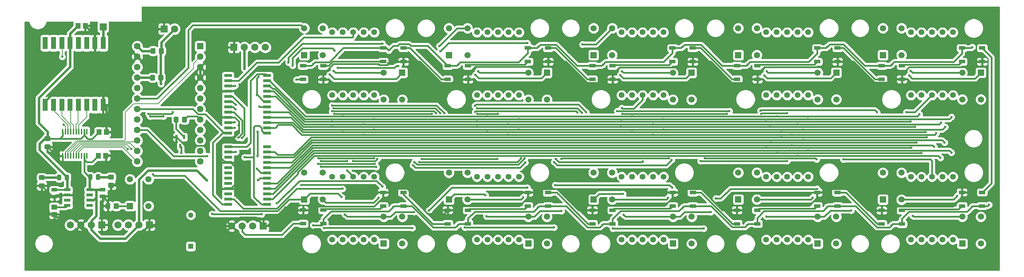
<source format=gtl>
G04 #@! TF.GenerationSoftware,KiCad,Pcbnew,(5.1.10)-1*
G04 #@! TF.CreationDate,2022-05-26T00:57:47+10:00*
G04 #@! TF.ProjectId,UnlockManifolds,556e6c6f-636b-44d6-916e-69666f6c6473,rev?*
G04 #@! TF.SameCoordinates,Original*
G04 #@! TF.FileFunction,Copper,L1,Top*
G04 #@! TF.FilePolarity,Positive*
%FSLAX46Y46*%
G04 Gerber Fmt 4.6, Leading zero omitted, Abs format (unit mm)*
G04 Created by KiCad (PCBNEW (5.1.10)-1) date 2022-05-26 00:57:47*
%MOMM*%
%LPD*%
G01*
G04 APERTURE LIST*
G04 #@! TA.AperFunction,SMDPad,CuDef*
%ADD10R,1.450000X1.150000*%
G04 #@! TD*
G04 #@! TA.AperFunction,SMDPad,CuDef*
%ADD11R,1.150000X1.450000*%
G04 #@! TD*
G04 #@! TA.AperFunction,SMDPad,CuDef*
%ADD12R,1.390000X0.910000*%
G04 #@! TD*
G04 #@! TA.AperFunction,SMDPad,CuDef*
%ADD13R,1.300000X3.000000*%
G04 #@! TD*
G04 #@! TA.AperFunction,ComponentPad*
%ADD14C,1.414000*%
G04 #@! TD*
G04 #@! TA.AperFunction,ComponentPad*
%ADD15C,1.500000*%
G04 #@! TD*
G04 #@! TA.AperFunction,ComponentPad*
%ADD16R,1.500000X1.500000*%
G04 #@! TD*
G04 #@! TA.AperFunction,SMDPad,CuDef*
%ADD17R,1.925000X0.650000*%
G04 #@! TD*
G04 #@! TA.AperFunction,SMDPad,CuDef*
%ADD18R,1.550000X0.700000*%
G04 #@! TD*
G04 #@! TA.AperFunction,SMDPad,CuDef*
%ADD19R,0.450000X1.475000*%
G04 #@! TD*
G04 #@! TA.AperFunction,ComponentPad*
%ADD20C,1.725000*%
G04 #@! TD*
G04 #@! TA.AperFunction,ComponentPad*
%ADD21R,1.725000X1.725000*%
G04 #@! TD*
G04 #@! TA.AperFunction,SMDPad,CuDef*
%ADD22R,1.500000X0.900000*%
G04 #@! TD*
G04 #@! TA.AperFunction,ComponentPad*
%ADD23C,1.300000*%
G04 #@! TD*
G04 #@! TA.AperFunction,ComponentPad*
%ADD24R,1.300000X1.300000*%
G04 #@! TD*
G04 #@! TA.AperFunction,SMDPad,CuDef*
%ADD25R,0.600000X1.050000*%
G04 #@! TD*
G04 #@! TA.AperFunction,ComponentPad*
%ADD26C,1.600000*%
G04 #@! TD*
G04 #@! TA.AperFunction,ComponentPad*
%ADD27R,1.600000X1.600000*%
G04 #@! TD*
G04 #@! TA.AperFunction,ViaPad*
%ADD28C,0.600000*%
G04 #@! TD*
G04 #@! TA.AperFunction,Conductor*
%ADD29C,0.400000*%
G04 #@! TD*
G04 #@! TA.AperFunction,Conductor*
%ADD30C,0.600000*%
G04 #@! TD*
G04 #@! TA.AperFunction,Conductor*
%ADD31C,0.200000*%
G04 #@! TD*
G04 #@! TA.AperFunction,Conductor*
%ADD32C,0.254000*%
G04 #@! TD*
G04 #@! TA.AperFunction,Conductor*
%ADD33C,0.100000*%
G04 #@! TD*
G04 APERTURE END LIST*
D10*
X32766000Y-128916000D03*
X32766000Y-127116000D03*
D11*
X45223000Y-114681000D03*
X43423000Y-114681000D03*
X45350000Y-108966000D03*
X43550000Y-108966000D03*
X40270000Y-83185000D03*
X38470000Y-83185000D03*
D12*
X32766000Y-124581500D03*
X32766000Y-122941500D03*
X44450000Y-124518000D03*
X44450000Y-122878000D03*
D13*
X44592000Y-87369000D03*
X42592000Y-87369000D03*
X40592000Y-87369000D03*
X38592000Y-87369000D03*
X36592000Y-87369000D03*
X34592000Y-87369000D03*
X32592000Y-87369000D03*
X44592000Y-102369000D03*
X42592000Y-102369000D03*
X40592000Y-102369000D03*
X38592000Y-102369000D03*
X36592000Y-102369000D03*
X34592000Y-102369000D03*
X32592000Y-102369000D03*
X30592000Y-87369000D03*
X30592000Y-102369000D03*
D14*
X170000000Y-84760000D03*
X172540000Y-84760000D03*
X175080000Y-84760000D03*
X177620000Y-84760000D03*
X180160000Y-84760000D03*
X180160000Y-100000000D03*
X177620000Y-100000000D03*
X175080000Y-100000000D03*
X172540000Y-100000000D03*
X170000000Y-100000000D03*
X100000000Y-84760000D03*
X102540000Y-84760000D03*
X105080000Y-84760000D03*
X107620000Y-84760000D03*
X110160000Y-84760000D03*
X110160000Y-100000000D03*
X107620000Y-100000000D03*
X105080000Y-100000000D03*
X102540000Y-100000000D03*
X100000000Y-100000000D03*
X135000000Y-84760000D03*
X137540000Y-84760000D03*
X140080000Y-84760000D03*
X142620000Y-84760000D03*
X145160000Y-84760000D03*
X145160000Y-100000000D03*
X142620000Y-100000000D03*
X140080000Y-100000000D03*
X137540000Y-100000000D03*
X135000000Y-100000000D03*
X135000000Y-119760000D03*
X137540000Y-119760000D03*
X140080000Y-119760000D03*
X142620000Y-119760000D03*
X145160000Y-119760000D03*
X145160000Y-135000000D03*
X142620000Y-135000000D03*
X140080000Y-135000000D03*
X137540000Y-135000000D03*
X135000000Y-135000000D03*
X205000000Y-119760000D03*
X207540000Y-119760000D03*
X210080000Y-119760000D03*
X212620000Y-119760000D03*
X215160000Y-119760000D03*
X215160000Y-135000000D03*
X212620000Y-135000000D03*
X210080000Y-135000000D03*
X207540000Y-135000000D03*
X205000000Y-135000000D03*
D15*
X97718000Y-83771600D03*
X97718000Y-90271600D03*
X93218000Y-83771600D03*
D16*
X93218000Y-90271600D03*
D15*
X112441600Y-101064200D03*
X112441600Y-94564200D03*
X116941600Y-101064200D03*
D16*
X116941600Y-94564200D03*
D15*
X132719200Y-83771600D03*
X132719200Y-90271600D03*
X128219200Y-83771600D03*
D16*
X128219200Y-90271600D03*
D15*
X147442800Y-101064200D03*
X147442800Y-94564200D03*
X151942800Y-101064200D03*
D16*
X151942800Y-94564200D03*
D15*
X167720400Y-83771600D03*
X167720400Y-90271600D03*
X163220400Y-83771600D03*
D16*
X163220400Y-90271600D03*
D15*
X182418600Y-101064200D03*
X182418600Y-94564200D03*
X186918600Y-101064200D03*
D16*
X186918600Y-94564200D03*
D15*
X202721600Y-83771600D03*
X202721600Y-90271600D03*
X198221600Y-83771600D03*
D16*
X198221600Y-90271600D03*
D15*
X217445200Y-101038800D03*
X217445200Y-94538800D03*
X221945200Y-101038800D03*
D16*
X221945200Y-94538800D03*
D15*
X237722800Y-83771600D03*
X237722800Y-90271600D03*
X233222800Y-83771600D03*
D16*
X233222800Y-90271600D03*
D15*
X252421000Y-101038800D03*
X252421000Y-94538800D03*
X256921000Y-101038800D03*
D16*
X256921000Y-94538800D03*
D15*
X97718000Y-118772800D03*
X97718000Y-125272800D03*
X93218000Y-118772800D03*
D16*
X93218000Y-125272800D03*
D15*
X116945800Y-129466200D03*
X116945800Y-135966200D03*
X112445800Y-129466200D03*
D16*
X112445800Y-135966200D03*
D15*
X132719200Y-118772800D03*
X132719200Y-125272800D03*
X128219200Y-118772800D03*
D16*
X128219200Y-125272800D03*
D15*
X151947000Y-129466200D03*
X151947000Y-135966200D03*
X147447000Y-129466200D03*
D16*
X147447000Y-135966200D03*
D15*
X167720400Y-118772800D03*
X167720400Y-125272800D03*
X163220400Y-118772800D03*
D16*
X163220400Y-125272800D03*
D15*
X186948200Y-129466200D03*
X186948200Y-135966200D03*
X182448200Y-129466200D03*
D16*
X182448200Y-135966200D03*
D15*
X202721600Y-118772800D03*
X202721600Y-125272800D03*
X198221600Y-118772800D03*
D16*
X198221600Y-125272800D03*
D15*
X221924000Y-129466200D03*
X221924000Y-135966200D03*
X217424000Y-129466200D03*
D16*
X217424000Y-135966200D03*
D15*
X237722800Y-118798200D03*
X237722800Y-125298200D03*
X233222800Y-118798200D03*
D16*
X233222800Y-125298200D03*
D15*
X256925200Y-129466200D03*
X256925200Y-135966200D03*
X252425200Y-129466200D03*
D16*
X252425200Y-135966200D03*
D14*
X205000000Y-84760000D03*
X207540000Y-84760000D03*
X210080000Y-84760000D03*
X212620000Y-84760000D03*
X215160000Y-84760000D03*
X215160000Y-100000000D03*
X212620000Y-100000000D03*
X210080000Y-100000000D03*
X207540000Y-100000000D03*
X205000000Y-100000000D03*
X240000000Y-84760000D03*
X242540000Y-84760000D03*
X245080000Y-84760000D03*
X247620000Y-84760000D03*
X250160000Y-84760000D03*
X250160000Y-100000000D03*
X247620000Y-100000000D03*
X245080000Y-100000000D03*
X242540000Y-100000000D03*
X240000000Y-100000000D03*
X100000000Y-119760000D03*
X102540000Y-119760000D03*
X105080000Y-119760000D03*
X107620000Y-119760000D03*
X110160000Y-119760000D03*
X110160000Y-135000000D03*
X107620000Y-135000000D03*
X105080000Y-135000000D03*
X102540000Y-135000000D03*
X100000000Y-135000000D03*
X170000000Y-119760000D03*
X172540000Y-119760000D03*
X175080000Y-119760000D03*
X177620000Y-119760000D03*
X180160000Y-119760000D03*
X180160000Y-135000000D03*
X177620000Y-135000000D03*
X175080000Y-135000000D03*
X172540000Y-135000000D03*
X170000000Y-135000000D03*
X240000000Y-119760000D03*
X242540000Y-119760000D03*
X245080000Y-119760000D03*
X247620000Y-119760000D03*
X250160000Y-119760000D03*
X250160000Y-135000000D03*
X247620000Y-135000000D03*
X245080000Y-135000000D03*
X242540000Y-135000000D03*
X240000000Y-135000000D03*
D17*
X84214000Y-95186500D03*
X84214000Y-96456500D03*
X84214000Y-97726500D03*
X84214000Y-98996500D03*
X84214000Y-100266500D03*
X84214000Y-101536500D03*
X84214000Y-102806500D03*
X84214000Y-104076500D03*
X84214000Y-105346500D03*
X84214000Y-106616500D03*
X84214000Y-107886500D03*
X84214000Y-109156500D03*
X74790000Y-109156500D03*
X74790000Y-107886500D03*
X74790000Y-106616500D03*
X74790000Y-105346500D03*
X74790000Y-104076500D03*
X74790000Y-102806500D03*
X74790000Y-101536500D03*
X74790000Y-100266500D03*
X74790000Y-98996500D03*
X74790000Y-97726500D03*
X74790000Y-96456500D03*
X74790000Y-95186500D03*
X84214000Y-112522000D03*
X84214000Y-113792000D03*
X84214000Y-115062000D03*
X84214000Y-116332000D03*
X84214000Y-117602000D03*
X84214000Y-118872000D03*
X84214000Y-120142000D03*
X84214000Y-121412000D03*
X84214000Y-122682000D03*
X84214000Y-123952000D03*
X84214000Y-125222000D03*
X84214000Y-126492000D03*
X74790000Y-126492000D03*
X74790000Y-125222000D03*
X74790000Y-123952000D03*
X74790000Y-122682000D03*
X74790000Y-121412000D03*
X74790000Y-120142000D03*
X74790000Y-118872000D03*
X74790000Y-117602000D03*
X74790000Y-116332000D03*
X74790000Y-115062000D03*
X74790000Y-113792000D03*
X74790000Y-112522000D03*
D18*
X41308000Y-122936000D03*
X41308000Y-124206000D03*
X41308000Y-125476000D03*
X41308000Y-126746000D03*
X35908000Y-126746000D03*
X35908000Y-125476000D03*
X35908000Y-124206000D03*
X35908000Y-122936000D03*
D19*
X40644000Y-114698000D03*
X39994000Y-114698000D03*
X39344000Y-114698000D03*
X38694000Y-114698000D03*
X38044000Y-114698000D03*
X37394000Y-114698000D03*
X36744000Y-114698000D03*
X36094000Y-114698000D03*
X35444000Y-114698000D03*
X34794000Y-114698000D03*
X34794000Y-108822000D03*
X35444000Y-108822000D03*
X36094000Y-108822000D03*
X36744000Y-108822000D03*
X37394000Y-108822000D03*
X38044000Y-108822000D03*
X38694000Y-108822000D03*
X39344000Y-108822000D03*
X39994000Y-108822000D03*
X40644000Y-108822000D03*
D20*
X48133000Y-131445000D03*
X50673000Y-131445000D03*
X53213000Y-131445000D03*
D21*
X55753000Y-131445000D03*
D20*
X75692000Y-131699000D03*
X78232000Y-131699000D03*
X80772000Y-131699000D03*
D21*
X83312000Y-131699000D03*
D20*
X83820000Y-88392000D03*
X81280000Y-88392000D03*
X78740000Y-88392000D03*
D21*
X76200000Y-88392000D03*
D20*
X61849000Y-83947000D03*
D21*
X59309000Y-83947000D03*
X44577000Y-83439000D03*
D22*
X92927000Y-96163400D03*
X92927000Y-92863400D03*
X97827000Y-92863400D03*
X97827000Y-96163400D03*
X112332600Y-91870800D03*
X112332600Y-88570800D03*
X117232600Y-88570800D03*
X117232600Y-91870800D03*
X127928200Y-96163400D03*
X127928200Y-92863400D03*
X132828200Y-92863400D03*
X132828200Y-96163400D03*
X147333800Y-91870800D03*
X147333800Y-88570800D03*
X152233800Y-88570800D03*
X152233800Y-91870800D03*
X162929400Y-96163400D03*
X162929400Y-92863400D03*
X167829400Y-92863400D03*
X167829400Y-96163400D03*
X182309600Y-91870800D03*
X182309600Y-88570800D03*
X187209600Y-88570800D03*
X187209600Y-91870800D03*
X197956000Y-96138000D03*
X197956000Y-92838000D03*
X202856000Y-92838000D03*
X202856000Y-96138000D03*
X217336200Y-91870800D03*
X217336200Y-88570800D03*
X222236200Y-88570800D03*
X222236200Y-91870800D03*
X232931800Y-96138000D03*
X232931800Y-92838000D03*
X237831800Y-92838000D03*
X237831800Y-96138000D03*
X252337400Y-91870800D03*
X252337400Y-88570800D03*
X257237400Y-88570800D03*
X257237400Y-91870800D03*
X257237400Y-123546600D03*
X257237400Y-126846600D03*
X252337400Y-126846600D03*
X252337400Y-123546600D03*
X237831800Y-127915400D03*
X237831800Y-131215400D03*
X232931800Y-131215400D03*
X232931800Y-127915400D03*
X222210800Y-123572000D03*
X222210800Y-126872000D03*
X217310800Y-126872000D03*
X217310800Y-123572000D03*
X202830600Y-127864600D03*
X202830600Y-131164600D03*
X197930600Y-131164600D03*
X197930600Y-127864600D03*
X187235000Y-123572000D03*
X187235000Y-126872000D03*
X182335000Y-126872000D03*
X182335000Y-123572000D03*
X167829400Y-127864600D03*
X167829400Y-131164600D03*
X162929400Y-131164600D03*
X162929400Y-127864600D03*
X152208400Y-123572000D03*
X152208400Y-126872000D03*
X147308400Y-126872000D03*
X147308400Y-123572000D03*
X132828200Y-127864600D03*
X132828200Y-131164600D03*
X127928200Y-131164600D03*
X127928200Y-127864600D03*
X117207200Y-123572000D03*
X117207200Y-126872000D03*
X112307200Y-126872000D03*
X112307200Y-123572000D03*
X97852400Y-127839200D03*
X97852400Y-131139200D03*
X92952400Y-131139200D03*
X92952400Y-127839200D03*
D23*
X65786000Y-129052000D03*
D24*
X65786000Y-136652000D03*
D25*
X63246000Y-112352000D03*
X62296000Y-110152000D03*
X64196000Y-110152000D03*
G04 #@! TA.AperFunction,SMDPad,CuDef*
G36*
G01*
X47136000Y-127323001D02*
X47136000Y-126422999D01*
G75*
G02*
X47385999Y-126173000I249999J0D01*
G01*
X48086001Y-126173000D01*
G75*
G02*
X48336000Y-126422999I0J-249999D01*
G01*
X48336000Y-127323001D01*
G75*
G02*
X48086001Y-127573000I-249999J0D01*
G01*
X47385999Y-127573000D01*
G75*
G02*
X47136000Y-127323001I0J249999D01*
G01*
G37*
G04 #@! TD.AperFunction*
G04 #@! TA.AperFunction,SMDPad,CuDef*
G36*
G01*
X45136000Y-127323001D02*
X45136000Y-126422999D01*
G75*
G02*
X45385999Y-126173000I249999J0D01*
G01*
X46086001Y-126173000D01*
G75*
G02*
X46336000Y-126422999I0J-249999D01*
G01*
X46336000Y-127323001D01*
G75*
G02*
X46086001Y-127573000I-249999J0D01*
G01*
X45385999Y-127573000D01*
G75*
G02*
X45136000Y-127323001I0J249999D01*
G01*
G37*
G04 #@! TD.AperFunction*
G04 #@! TA.AperFunction,SMDPad,CuDef*
G36*
G01*
X57131000Y-95307999D02*
X57131000Y-96208001D01*
G75*
G02*
X56881001Y-96458000I-249999J0D01*
G01*
X56180999Y-96458000D01*
G75*
G02*
X55931000Y-96208001I0J249999D01*
G01*
X55931000Y-95307999D01*
G75*
G02*
X56180999Y-95058000I249999J0D01*
G01*
X56881001Y-95058000D01*
G75*
G02*
X57131000Y-95307999I0J-249999D01*
G01*
G37*
G04 #@! TD.AperFunction*
G04 #@! TA.AperFunction,SMDPad,CuDef*
G36*
G01*
X59131000Y-95307999D02*
X59131000Y-96208001D01*
G75*
G02*
X58881001Y-96458000I-249999J0D01*
G01*
X58180999Y-96458000D01*
G75*
G02*
X57931000Y-96208001I0J249999D01*
G01*
X57931000Y-95307999D01*
G75*
G02*
X58180999Y-95058000I249999J0D01*
G01*
X58881001Y-95058000D01*
G75*
G02*
X59131000Y-95307999I0J-249999D01*
G01*
G37*
G04 #@! TD.AperFunction*
G04 #@! TA.AperFunction,SMDPad,CuDef*
G36*
G01*
X30664999Y-111922000D02*
X31565001Y-111922000D01*
G75*
G02*
X31815000Y-112171999I0J-249999D01*
G01*
X31815000Y-112872001D01*
G75*
G02*
X31565001Y-113122000I-249999J0D01*
G01*
X30664999Y-113122000D01*
G75*
G02*
X30415000Y-112872001I0J249999D01*
G01*
X30415000Y-112171999D01*
G75*
G02*
X30664999Y-111922000I249999J0D01*
G01*
G37*
G04 #@! TD.AperFunction*
G04 #@! TA.AperFunction,SMDPad,CuDef*
G36*
G01*
X30664999Y-109922000D02*
X31565001Y-109922000D01*
G75*
G02*
X31815000Y-110171999I0J-249999D01*
G01*
X31815000Y-110872001D01*
G75*
G02*
X31565001Y-111122000I-249999J0D01*
G01*
X30664999Y-111122000D01*
G75*
G02*
X30415000Y-110872001I0J249999D01*
G01*
X30415000Y-110171999D01*
G75*
G02*
X30664999Y-109922000I249999J0D01*
G01*
G37*
G04 #@! TD.AperFunction*
G04 #@! TA.AperFunction,SMDPad,CuDef*
G36*
G01*
X63646000Y-106368001D02*
X63646000Y-105467999D01*
G75*
G02*
X63895999Y-105218000I249999J0D01*
G01*
X64596001Y-105218000D01*
G75*
G02*
X64846000Y-105467999I0J-249999D01*
G01*
X64846000Y-106368001D01*
G75*
G02*
X64596001Y-106618000I-249999J0D01*
G01*
X63895999Y-106618000D01*
G75*
G02*
X63646000Y-106368001I0J249999D01*
G01*
G37*
G04 #@! TD.AperFunction*
G04 #@! TA.AperFunction,SMDPad,CuDef*
G36*
G01*
X61646000Y-106368001D02*
X61646000Y-105467999D01*
G75*
G02*
X61895999Y-105218000I249999J0D01*
G01*
X62596001Y-105218000D01*
G75*
G02*
X62846000Y-105467999I0J-249999D01*
G01*
X62846000Y-106368001D01*
G75*
G02*
X62596001Y-106618000I-249999J0D01*
G01*
X61895999Y-106618000D01*
G75*
G02*
X61646000Y-106368001I0J249999D01*
G01*
G37*
G04 #@! TD.AperFunction*
G04 #@! TA.AperFunction,SMDPad,CuDef*
G36*
G01*
X57258000Y-88830999D02*
X57258000Y-89731001D01*
G75*
G02*
X57008001Y-89981000I-249999J0D01*
G01*
X56307999Y-89981000D01*
G75*
G02*
X56058000Y-89731001I0J249999D01*
G01*
X56058000Y-88830999D01*
G75*
G02*
X56307999Y-88581000I249999J0D01*
G01*
X57008001Y-88581000D01*
G75*
G02*
X57258000Y-88830999I0J-249999D01*
G01*
G37*
G04 #@! TD.AperFunction*
G04 #@! TA.AperFunction,SMDPad,CuDef*
G36*
G01*
X59258000Y-88830999D02*
X59258000Y-89731001D01*
G75*
G02*
X59008001Y-89981000I-249999J0D01*
G01*
X58307999Y-89981000D01*
G75*
G02*
X58058000Y-89731001I0J249999D01*
G01*
X58058000Y-88830999D01*
G75*
G02*
X58307999Y-88581000I249999J0D01*
G01*
X59008001Y-88581000D01*
G75*
G02*
X59258000Y-88830999I0J-249999D01*
G01*
G37*
G04 #@! TD.AperFunction*
D15*
X55554000Y-120373000D03*
X55554000Y-126873000D03*
X51054000Y-120373000D03*
D16*
X51054000Y-126873000D03*
D26*
X52832000Y-88138000D03*
X52832000Y-90678000D03*
X52832000Y-93218000D03*
X52832000Y-95758000D03*
X52832000Y-98298000D03*
X52832000Y-100838000D03*
X52832000Y-103378000D03*
X52832000Y-105918000D03*
X52832000Y-108458000D03*
X52832000Y-110998000D03*
X52832000Y-113538000D03*
X52832000Y-116078000D03*
X68072000Y-116078000D03*
X68072000Y-113538000D03*
X68072000Y-110998000D03*
X68072000Y-108458000D03*
X68072000Y-105918000D03*
X68072000Y-103378000D03*
X68072000Y-100838000D03*
X68072000Y-98298000D03*
X68072000Y-95758000D03*
X68072000Y-93218000D03*
X68072000Y-90678000D03*
D27*
X68072000Y-88138000D03*
G04 #@! TA.AperFunction,SMDPad,CuDef*
G36*
G01*
X30168001Y-120567500D02*
X29267999Y-120567500D01*
G75*
G02*
X29018000Y-120317501I0J249999D01*
G01*
X29018000Y-119617499D01*
G75*
G02*
X29267999Y-119367500I249999J0D01*
G01*
X30168001Y-119367500D01*
G75*
G02*
X30418000Y-119617499I0J-249999D01*
G01*
X30418000Y-120317501D01*
G75*
G02*
X30168001Y-120567500I-249999J0D01*
G01*
G37*
G04 #@! TD.AperFunction*
G04 #@! TA.AperFunction,SMDPad,CuDef*
G36*
G01*
X30168001Y-122567500D02*
X29267999Y-122567500D01*
G75*
G02*
X29018000Y-122317501I0J249999D01*
G01*
X29018000Y-121617499D01*
G75*
G02*
X29267999Y-121367500I249999J0D01*
G01*
X30168001Y-121367500D01*
G75*
G02*
X30418000Y-121617499I0J-249999D01*
G01*
X30418000Y-122317501D01*
G75*
G02*
X30168001Y-122567500I-249999J0D01*
G01*
G37*
G04 #@! TD.AperFunction*
G04 #@! TA.AperFunction,SMDPad,CuDef*
G36*
G01*
X46932001Y-122440500D02*
X46031999Y-122440500D01*
G75*
G02*
X45782000Y-122190501I0J249999D01*
G01*
X45782000Y-121490499D01*
G75*
G02*
X46031999Y-121240500I249999J0D01*
G01*
X46932001Y-121240500D01*
G75*
G02*
X47182000Y-121490499I0J-249999D01*
G01*
X47182000Y-122190501D01*
G75*
G02*
X46932001Y-122440500I-249999J0D01*
G01*
G37*
G04 #@! TD.AperFunction*
G04 #@! TA.AperFunction,SMDPad,CuDef*
G36*
G01*
X46932001Y-120440500D02*
X46031999Y-120440500D01*
G75*
G02*
X45782000Y-120190501I0J249999D01*
G01*
X45782000Y-119490499D01*
G75*
G02*
X46031999Y-119240500I249999J0D01*
G01*
X46932001Y-119240500D01*
G75*
G02*
X47182000Y-119490499I0J-249999D01*
G01*
X47182000Y-120190501D01*
G75*
G02*
X46932001Y-120440500I-249999J0D01*
G01*
G37*
G04 #@! TD.AperFunction*
G04 #@! TA.AperFunction,SMDPad,CuDef*
G36*
G01*
X36286500Y-119495250D02*
X36286500Y-120407750D01*
G75*
G02*
X36042750Y-120651500I-243750J0D01*
G01*
X35555250Y-120651500D01*
G75*
G02*
X35311500Y-120407750I0J243750D01*
G01*
X35311500Y-119495250D01*
G75*
G02*
X35555250Y-119251500I243750J0D01*
G01*
X36042750Y-119251500D01*
G75*
G02*
X36286500Y-119495250I0J-243750D01*
G01*
G37*
G04 #@! TD.AperFunction*
G04 #@! TA.AperFunction,SMDPad,CuDef*
G36*
G01*
X34411500Y-119495250D02*
X34411500Y-120407750D01*
G75*
G02*
X34167750Y-120651500I-243750J0D01*
G01*
X33680250Y-120651500D01*
G75*
G02*
X33436500Y-120407750I0J243750D01*
G01*
X33436500Y-119495250D01*
G75*
G02*
X33680250Y-119251500I243750J0D01*
G01*
X34167750Y-119251500D01*
G75*
G02*
X34411500Y-119495250I0J-243750D01*
G01*
G37*
G04 #@! TD.AperFunction*
G04 #@! TA.AperFunction,SMDPad,CuDef*
G36*
G01*
X42868000Y-120280750D02*
X42868000Y-119368250D01*
G75*
G02*
X43111750Y-119124500I243750J0D01*
G01*
X43599250Y-119124500D01*
G75*
G02*
X43843000Y-119368250I0J-243750D01*
G01*
X43843000Y-120280750D01*
G75*
G02*
X43599250Y-120524500I-243750J0D01*
G01*
X43111750Y-120524500D01*
G75*
G02*
X42868000Y-120280750I0J243750D01*
G01*
G37*
G04 #@! TD.AperFunction*
G04 #@! TA.AperFunction,SMDPad,CuDef*
G36*
G01*
X40993000Y-120280750D02*
X40993000Y-119368250D01*
G75*
G02*
X41236750Y-119124500I243750J0D01*
G01*
X41724250Y-119124500D01*
G75*
G02*
X41968000Y-119368250I0J-243750D01*
G01*
X41968000Y-120280750D01*
G75*
G02*
X41724250Y-120524500I-243750J0D01*
G01*
X41236750Y-120524500D01*
G75*
G02*
X40993000Y-120280750I0J243750D01*
G01*
G37*
G04 #@! TD.AperFunction*
D21*
X44259500Y-131445000D03*
D20*
X41719500Y-131445000D03*
X39179500Y-131445000D03*
X36639500Y-131445000D03*
D28*
X111252000Y-124833060D03*
X100330000Y-94107000D03*
X99377500Y-94996000D03*
X134620000Y-95059500D03*
X169672000Y-95123000D03*
X204533500Y-95186500D03*
X239585500Y-95250000D03*
X146194001Y-124773861D03*
X135255000Y-94234000D03*
X112141000Y-87503000D03*
X89407998Y-92075000D03*
X125920500Y-88074498D03*
X181292500Y-124871160D03*
X170116500Y-94170500D03*
X147193000Y-87376000D03*
X126111000Y-89408000D03*
X115951000Y-92964000D03*
X101346000Y-93345000D03*
X100584000Y-89197282D03*
X90424000Y-92837000D03*
X160528000Y-87693500D03*
X216217500Y-124820360D03*
X205105000Y-94234000D03*
X189865000Y-132334000D03*
X167894000Y-132334000D03*
X153670000Y-132080000D03*
X132080000Y-132080000D03*
X119380000Y-132207000D03*
X98044000Y-132207000D03*
X251206000Y-124429202D03*
X239966502Y-94107000D03*
X217297000Y-122694998D03*
X182245000Y-122428000D03*
X153924000Y-121793000D03*
X147193000Y-122428000D03*
X112141000Y-122174000D03*
X86621990Y-126238000D03*
X82931000Y-128841500D03*
X70929500Y-128778000D03*
X192786000Y-125031500D03*
X123380500Y-127952506D03*
X137287000Y-129349500D03*
X137096500Y-124269500D03*
X102298499Y-124714001D03*
X103060500Y-128905000D03*
X155448000Y-128079500D03*
X225552000Y-127952500D03*
X240411000Y-129222500D03*
X205041498Y-129413000D03*
X170497500Y-129032000D03*
X170370500Y-123952000D03*
X191578364Y-128332364D03*
X119802233Y-128292267D03*
X56586490Y-119189500D03*
X96393000Y-96202500D03*
X114808000Y-92138500D03*
X130428996Y-96329500D03*
X149796508Y-92138500D03*
X165417498Y-96456500D03*
X184721500Y-92202000D03*
X200406000Y-96393000D03*
X219710006Y-92138500D03*
X235331000Y-96393000D03*
X254825500Y-92138500D03*
X95377001Y-127571501D03*
X114793999Y-123317000D03*
X130365498Y-127635000D03*
X149718999Y-123317000D03*
X165354000Y-127508000D03*
X200406002Y-127571500D03*
X219787497Y-123317000D03*
X235331000Y-127635000D03*
X254762000Y-123444004D03*
X78994000Y-116332000D03*
X80010000Y-122681996D03*
X88646000Y-127254000D03*
X46545500Y-108902500D03*
X46545500Y-114617500D03*
X76517499Y-98996500D03*
X69913500Y-112204500D03*
X72771000Y-112268000D03*
X184784996Y-123380500D03*
X95377000Y-92456000D03*
X130429000Y-92583000D03*
X149860000Y-88264996D03*
X165481000Y-92583000D03*
X184721500Y-88265002D03*
X200469500Y-92583000D03*
X219773500Y-88265000D03*
X235331000Y-92583002D03*
X254825500Y-88328494D03*
X95377000Y-131508500D03*
X114681000Y-127127000D03*
X130429002Y-131445002D03*
X149732994Y-127254000D03*
X165354004Y-131445000D03*
X184799001Y-127190500D03*
X200405998Y-131445000D03*
X219710000Y-127127000D03*
X235331002Y-131508500D03*
X254762000Y-127063500D03*
X81788000Y-99949000D03*
X81788000Y-117856000D03*
X113665000Y-89154000D03*
X82169000Y-95504000D03*
X78740000Y-93599000D03*
X69659500Y-120650000D03*
X58547000Y-97282000D03*
X258889500Y-126555500D03*
X59055000Y-118237000D03*
X33786500Y-117851500D03*
X99949000Y-106426000D03*
X239966500Y-106426000D03*
X135001000Y-106426000D03*
X169989500Y-106426000D03*
X204978000Y-106437021D03*
X137541000Y-105156000D03*
X172593000Y-105156000D03*
X207581500Y-105156000D03*
X102567379Y-105162444D03*
X242062000Y-104648000D03*
X107632500Y-107061000D03*
X142557500Y-107061000D03*
X177609500Y-107061000D03*
X212598000Y-107061000D03*
X247269000Y-106680000D03*
X110109000Y-105791000D03*
X145161000Y-105791000D03*
X180149500Y-105791000D03*
X215138000Y-105791000D03*
X249809000Y-105283000D03*
X110172500Y-108331000D03*
X145097500Y-108331000D03*
X180149500Y-108331000D03*
X213931500Y-108331000D03*
X248285000Y-107696000D03*
X142621000Y-109601000D03*
X177609500Y-109601000D03*
X211264500Y-109601000D03*
X246126000Y-109220000D03*
X107576990Y-109601000D03*
X102616000Y-108966000D03*
X243586000Y-108966000D03*
X137541000Y-108966000D03*
X172529500Y-108966000D03*
X208661000Y-108966000D03*
X100012500Y-107696000D03*
X241046000Y-107696000D03*
X135001000Y-107696000D03*
X169926000Y-107696000D03*
X205994000Y-107696000D03*
X140081000Y-104513000D03*
X124079000Y-104521000D03*
X100489495Y-104513010D03*
X135138582Y-104518989D03*
X76453997Y-107886493D03*
X100346005Y-103210986D03*
X135065841Y-103190660D03*
X126110992Y-104394000D03*
X160401000Y-104267000D03*
X170053008Y-103124000D03*
X76708000Y-102362000D03*
X99949000Y-103886000D03*
X134599253Y-104031475D03*
X125095000Y-104394000D03*
X159321500Y-104203500D03*
X170125121Y-104504508D03*
X195469492Y-104504508D03*
X210058000Y-104394000D03*
X203797551Y-104528990D03*
X76644500Y-103441502D03*
X231775000Y-104140000D03*
X76517492Y-97726500D03*
X99949002Y-102489000D03*
X134505366Y-102565487D03*
X127127000Y-104393992D03*
X161417004Y-104139996D03*
X168929796Y-103866204D03*
X196107796Y-103866204D03*
X203581000Y-103759000D03*
X238887000Y-104140000D03*
X81915000Y-114808000D03*
X76454000Y-106553000D03*
X97281988Y-115958990D03*
X103632000Y-118237000D03*
X103632000Y-115958990D03*
X81914994Y-108839000D03*
X96647000Y-115316000D03*
X139953997Y-115443003D03*
X121666000Y-115443000D03*
X110158106Y-115316000D03*
X78105000Y-110363002D03*
X146557986Y-115316000D03*
X96631420Y-116635104D03*
X119887994Y-116205000D03*
X154057075Y-115436925D03*
X175133000Y-116078000D03*
X110319524Y-116659866D03*
X77251394Y-110260188D03*
X241363506Y-111506000D03*
X206184500Y-111506000D03*
X243840000Y-110236000D03*
X208661000Y-110236000D03*
X210058000Y-115951000D03*
X189103000Y-115951000D03*
X182118000Y-115697000D03*
X146685000Y-116332000D03*
X119507000Y-116967000D03*
X76708000Y-113792000D03*
X97282000Y-117348000D03*
X153670003Y-116205003D03*
X110640678Y-117424226D03*
X211264500Y-112141000D03*
X245618000Y-112522000D03*
X214058500Y-110871000D03*
X248158000Y-111506000D03*
X215138000Y-113411000D03*
X249809000Y-113919008D03*
X212661500Y-114681000D03*
X247142000Y-115189000D03*
X207645000Y-114046000D03*
X242570000Y-114046000D03*
X205041500Y-112776000D03*
X240093500Y-112776000D03*
X223647000Y-115570000D03*
X217170000Y-115570000D03*
X190119000Y-115316000D03*
X181503826Y-115308000D03*
X155448000Y-115443000D03*
X145669000Y-115308000D03*
X121031000Y-116205000D03*
X110939810Y-115443000D03*
X102489000Y-122682000D03*
X105029000Y-115951000D03*
X69786500Y-114744500D03*
X78803500Y-115062000D03*
X51371500Y-113030004D03*
X82359500Y-102743000D03*
X82042000Y-120650000D03*
X50522597Y-113053403D03*
X59182000Y-105156000D03*
X55959480Y-105156000D03*
X55562500Y-104521000D03*
X61468000Y-104140000D03*
X91313000Y-96266000D03*
X63500000Y-114046000D03*
X34671000Y-90678000D03*
X35052000Y-107188000D03*
D29*
X110062261Y-126022799D02*
X111252000Y-124833060D01*
X98467999Y-126022799D02*
X110062261Y-126022799D01*
X97718000Y-125272800D02*
X98467999Y-126022799D01*
X112441600Y-94564200D02*
X100787200Y-94564200D01*
X100787200Y-94564200D02*
X100330000Y-94107000D01*
X240284000Y-95948500D02*
X239585500Y-95250000D01*
X255511300Y-95948500D02*
X240284000Y-95948500D01*
X256921000Y-94538800D02*
X255511300Y-95948500D01*
X205232000Y-95885000D02*
X204533500Y-95186500D01*
X220599000Y-95885000D02*
X205232000Y-95885000D01*
X221945200Y-94538800D02*
X220599000Y-95885000D01*
X170434000Y-95885000D02*
X169672000Y-95123000D01*
X185597800Y-95885000D02*
X170434000Y-95885000D01*
X186918600Y-94564200D02*
X185597800Y-95885000D01*
X135445500Y-95885000D02*
X134620000Y-95059500D01*
X150622000Y-95885000D02*
X135445500Y-95885000D01*
X151942800Y-94564200D02*
X150622000Y-95885000D01*
X100457000Y-96075500D02*
X99377500Y-94996000D01*
X115430300Y-96075500D02*
X100457000Y-96075500D01*
X116941600Y-94564200D02*
X115430300Y-96075500D01*
X57658000Y-100838000D02*
X52832000Y-100838000D01*
X65151000Y-93345000D02*
X57658000Y-100838000D01*
X65151000Y-84201000D02*
X65151000Y-93345000D01*
X66294000Y-83058000D02*
X65151000Y-84201000D01*
X92504400Y-83058000D02*
X66294000Y-83058000D01*
X93218000Y-83771600D02*
X92504400Y-83058000D01*
X145695062Y-125272800D02*
X146194001Y-124773861D01*
X132719200Y-125272800D02*
X145695062Y-125272800D01*
X135585200Y-94564200D02*
X135255000Y-94234000D01*
X147442800Y-94564200D02*
X135585200Y-94564200D01*
X112141000Y-87503000D02*
X92793736Y-87503000D01*
X92793736Y-87503000D02*
X89407998Y-90888738D01*
X89407998Y-90888738D02*
X89407998Y-92075000D01*
X132719200Y-83771600D02*
X130223398Y-83771600D01*
X130223398Y-83771600D02*
X125920500Y-88074498D01*
X180890860Y-125272800D02*
X181292500Y-124871160D01*
X167720400Y-125272800D02*
X180890860Y-125272800D01*
X170510200Y-94564200D02*
X170116500Y-94170500D01*
X182418600Y-94564200D02*
X170510200Y-94564200D01*
X128143000Y-87376000D02*
X126111000Y-89408000D01*
X147193000Y-87376000D02*
X128143000Y-87376000D01*
X115951000Y-92964000D02*
X115443000Y-92964000D01*
X115062000Y-93345000D02*
X101346000Y-93345000D01*
X115443000Y-92964000D02*
X115062000Y-93345000D01*
X90424000Y-91015736D02*
X90424000Y-92837000D01*
X92793736Y-88646000D02*
X90424000Y-91015736D01*
X100032718Y-88646000D02*
X92793736Y-88646000D01*
X100584000Y-89197282D02*
X100032718Y-88646000D01*
X163798500Y-87693500D02*
X160528000Y-87693500D01*
X167720400Y-83771600D02*
X163798500Y-87693500D01*
X215765060Y-125272800D02*
X216217500Y-124820360D01*
X202721600Y-125272800D02*
X215765060Y-125272800D01*
X205409800Y-94538800D02*
X205105000Y-94234000D01*
X217445200Y-94538800D02*
X205409800Y-94538800D01*
X189865000Y-132334000D02*
X167894000Y-132334000D01*
X153670000Y-132080000D02*
X132080000Y-132080000D01*
X98078001Y-132172999D02*
X98044000Y-132207000D01*
X119345999Y-132172999D02*
X98078001Y-132172999D01*
X119380000Y-132207000D02*
X119345999Y-132172999D01*
X250337002Y-125298200D02*
X251206000Y-124429202D01*
X237722800Y-125298200D02*
X250337002Y-125298200D01*
X252421000Y-94538800D02*
X240398302Y-94538800D01*
X240398302Y-94538800D02*
X239966502Y-94107000D01*
X181610000Y-121793000D02*
X153924000Y-121793000D01*
X182245000Y-122428000D02*
X181610000Y-121793000D01*
X92065989Y-120794001D02*
X86621990Y-126238000D01*
X112141000Y-122174000D02*
X110761001Y-120794001D01*
X110761001Y-120794001D02*
X92065989Y-120794001D01*
X193992500Y-125031500D02*
X192786000Y-125031500D01*
X196329002Y-122694998D02*
X193992500Y-125031500D01*
X217297000Y-122694998D02*
X196329002Y-122694998D01*
X147193000Y-122428000D02*
X128905006Y-122428000D01*
X128905006Y-122428000D02*
X123380500Y-127952506D01*
X70993000Y-128841500D02*
X70929500Y-128778000D01*
X82931000Y-128841500D02*
X70993000Y-128841500D01*
X137403700Y-129466200D02*
X137287000Y-129349500D01*
X147447000Y-129466200D02*
X137403700Y-129466200D01*
X128219200Y-125272800D02*
X129522499Y-123969501D01*
X129522499Y-123969501D02*
X136796501Y-123969501D01*
X136796501Y-123969501D02*
X137096500Y-124269500D01*
X93218000Y-125272800D02*
X94665800Y-123825000D01*
X94665800Y-123825000D02*
X101409498Y-123825000D01*
X101409498Y-123825000D02*
X102298499Y-124714001D01*
X112445800Y-129466200D02*
X103621700Y-129466200D01*
X103621700Y-129466200D02*
X103060500Y-128905000D01*
X150304500Y-128079500D02*
X155448000Y-128079500D01*
X148917800Y-129466200D02*
X150304500Y-128079500D01*
X147447000Y-129466200D02*
X148917800Y-129466200D01*
X182448200Y-129466200D02*
X170931700Y-129466200D01*
X220535500Y-127952500D02*
X225552000Y-127952500D01*
X219021800Y-129466200D02*
X220535500Y-127952500D01*
X217424000Y-129466200D02*
X219021800Y-129466200D01*
X240654700Y-129466200D02*
X240411000Y-129222500D01*
X252425200Y-129466200D02*
X240654700Y-129466200D01*
X205094698Y-129466200D02*
X205041498Y-129413000D01*
X217424000Y-129466200D02*
X205094698Y-129466200D01*
X170931700Y-129466200D02*
X170497500Y-129032000D01*
X164541200Y-123952000D02*
X163220400Y-125272800D01*
X170370500Y-123952000D02*
X164541200Y-123952000D01*
X182448200Y-129466200D02*
X184096800Y-129466200D01*
X184096800Y-129466200D02*
X185230636Y-128332364D01*
X185230636Y-128332364D02*
X191578364Y-128332364D01*
X114119800Y-129466200D02*
X115293733Y-128292267D01*
X112445800Y-129466200D02*
X114119800Y-129466200D01*
X115293733Y-128292267D02*
X119802233Y-128292267D01*
X56886489Y-119489499D02*
X56586490Y-119189500D01*
X64307999Y-119489499D02*
X56886489Y-119489499D01*
X72853511Y-128035011D02*
X64307999Y-119489499D01*
X86810025Y-128035011D02*
X72853511Y-128035011D01*
X89572236Y-125272800D02*
X86810025Y-128035011D01*
X93218000Y-125272800D02*
X89572236Y-125272800D01*
X96432100Y-96163400D02*
X96393000Y-96202500D01*
X97827000Y-96163400D02*
X96432100Y-96163400D01*
X117232600Y-91870800D02*
X115075700Y-91870800D01*
X115075700Y-91870800D02*
X114808000Y-92138500D01*
X132828200Y-96163400D02*
X130595096Y-96163400D01*
X130595096Y-96163400D02*
X130428996Y-96329500D01*
X152233800Y-91870800D02*
X150064208Y-91870800D01*
X150064208Y-91870800D02*
X149796508Y-92138500D01*
X167829400Y-96163400D02*
X165710598Y-96163400D01*
X165710598Y-96163400D02*
X165417498Y-96456500D01*
X164845998Y-97028000D02*
X165417498Y-96456500D01*
X161671000Y-97028000D02*
X164845998Y-97028000D01*
X156513800Y-91870800D02*
X161671000Y-97028000D01*
X152233800Y-91870800D02*
X156513800Y-91870800D01*
X187209600Y-91870800D02*
X185052700Y-91870800D01*
X185052700Y-91870800D02*
X184721500Y-92202000D01*
X202856000Y-96138000D02*
X200661000Y-96138000D01*
X200661000Y-96138000D02*
X200406000Y-96393000D01*
X199788501Y-97010499D02*
X200406000Y-96393000D01*
X196705499Y-97010499D02*
X199788501Y-97010499D01*
X191565800Y-91870800D02*
X196705499Y-97010499D01*
X187209600Y-91870800D02*
X191565800Y-91870800D01*
X222236200Y-91870800D02*
X219977706Y-91870800D01*
X219977706Y-91870800D02*
X219710006Y-92138500D01*
X237831800Y-96138000D02*
X235586000Y-96138000D01*
X235586000Y-96138000D02*
X235331000Y-96393000D01*
X234777001Y-96946999D02*
X235331000Y-96393000D01*
X231185999Y-96946999D02*
X234777001Y-96946999D01*
X226109800Y-91870800D02*
X231185999Y-96946999D01*
X222236200Y-91870800D02*
X226109800Y-91870800D01*
X257237400Y-91870800D02*
X255093200Y-91870800D01*
X255093200Y-91870800D02*
X254825500Y-92138500D01*
X92952400Y-127839200D02*
X95109302Y-127839200D01*
X95109302Y-127839200D02*
X95377001Y-127571501D01*
X114538999Y-123572000D02*
X114793999Y-123317000D01*
X112307200Y-123572000D02*
X114538999Y-123572000D01*
X130135898Y-127864600D02*
X130365498Y-127635000D01*
X127928200Y-127864600D02*
X130135898Y-127864600D01*
X149463999Y-123572000D02*
X149718999Y-123317000D01*
X147308400Y-123572000D02*
X149463999Y-123572000D01*
X148798009Y-93136999D02*
X149796508Y-92138500D01*
X134637501Y-93136999D02*
X148798009Y-93136999D01*
X132828200Y-94946300D02*
X134637501Y-93136999D01*
X132828200Y-96163400D02*
X132828200Y-94946300D01*
X183642000Y-93281500D02*
X184721500Y-92202000D01*
X169481500Y-93281500D02*
X183642000Y-93281500D01*
X167829400Y-94933600D02*
X169481500Y-93281500D01*
X167829400Y-96163400D02*
X167829400Y-94933600D01*
X218648007Y-93200499D02*
X219710006Y-92138500D01*
X204551001Y-93200499D02*
X218648007Y-93200499D01*
X202856000Y-94895500D02*
X204551001Y-93200499D01*
X202856000Y-96138000D02*
X202856000Y-94895500D01*
X253763501Y-93200499D02*
X254825500Y-92138500D01*
X239614651Y-93200499D02*
X253763501Y-93200499D01*
X237831800Y-94983350D02*
X239614651Y-93200499D01*
X237831800Y-96138000D02*
X237831800Y-94983350D01*
X96012002Y-126936500D02*
X95377001Y-127571501D01*
X110172500Y-126936500D02*
X96012002Y-126936500D01*
X112307200Y-124801800D02*
X110172500Y-126936500D01*
X112307200Y-123572000D02*
X112307200Y-124801800D01*
X131127498Y-126873000D02*
X130365498Y-127635000D01*
X145288000Y-126873000D02*
X131127498Y-126873000D01*
X147308400Y-124852600D02*
X145288000Y-126873000D01*
X147308400Y-123572000D02*
X147308400Y-124852600D01*
X164997400Y-127864600D02*
X165354000Y-127508000D01*
X162929400Y-127864600D02*
X164997400Y-127864600D01*
X150290499Y-122745500D02*
X149718999Y-123317000D01*
X154432000Y-122745500D02*
X150290499Y-122745500D01*
X159551100Y-127864600D02*
X154432000Y-122745500D01*
X162929400Y-127864600D02*
X159551100Y-127864600D01*
X180403500Y-126809500D02*
X166052500Y-126809500D01*
X166052500Y-126809500D02*
X165354000Y-127508000D01*
X182335000Y-124878000D02*
X180403500Y-126809500D01*
X182335000Y-123572000D02*
X182335000Y-124878000D01*
X197930600Y-127864600D02*
X200112902Y-127864600D01*
X200112902Y-127864600D02*
X200406002Y-127571500D01*
X219532497Y-123572000D02*
X219787497Y-123317000D01*
X217310800Y-123572000D02*
X219532497Y-123572000D01*
X201168002Y-126809500D02*
X200406002Y-127571500D01*
X215392000Y-126809500D02*
X201168002Y-126809500D01*
X217310800Y-124890700D02*
X215392000Y-126809500D01*
X217310800Y-123572000D02*
X217310800Y-124890700D01*
X232931800Y-127915400D02*
X235050600Y-127915400D01*
X235050600Y-127915400D02*
X235331000Y-127635000D01*
X224426501Y-122763001D02*
X220341496Y-122763001D01*
X229578900Y-127915400D02*
X224426501Y-122763001D01*
X220341496Y-122763001D02*
X219787497Y-123317000D01*
X232931800Y-127915400D02*
X229578900Y-127915400D01*
X254659404Y-123546600D02*
X254762000Y-123444004D01*
X252337400Y-123546600D02*
X254659404Y-123546600D01*
X235966000Y-127000000D02*
X235331000Y-127635000D01*
X250190000Y-127000000D02*
X235966000Y-127000000D01*
X252337400Y-124852600D02*
X250190000Y-127000000D01*
X252337400Y-123546600D02*
X252337400Y-124852600D01*
X77978000Y-116332000D02*
X74790000Y-116332000D01*
X78994000Y-116332000D02*
X77978000Y-116332000D01*
X73427500Y-98996500D02*
X74790000Y-98996500D01*
X126365000Y-97028000D02*
X129000248Y-97028000D01*
X129000248Y-97028000D02*
X129698748Y-96329500D01*
X121207800Y-91870800D02*
X126365000Y-97028000D01*
X129698748Y-96329500D02*
X130428996Y-96329500D01*
X117232600Y-91870800D02*
X121207800Y-91870800D01*
X114744500Y-92202000D02*
X114808000Y-92138500D01*
X113409601Y-92202000D02*
X114744500Y-92202000D01*
X113344201Y-92647801D02*
X113409601Y-92582401D01*
X113409601Y-92582401D02*
X113409601Y-92202000D01*
X111255599Y-92397810D02*
X111255599Y-92582401D01*
X100324690Y-92397810D02*
X111255599Y-92397810D01*
X97827000Y-96163400D02*
X97827000Y-94895500D01*
X97827000Y-94895500D02*
X100324690Y-92397810D01*
X111255599Y-92582401D02*
X111320999Y-92647801D01*
X111320999Y-92647801D02*
X113344201Y-92647801D01*
X74790000Y-122682000D02*
X80009996Y-122682000D01*
X80009996Y-122682000D02*
X80010000Y-122681996D01*
X92952400Y-127839200D02*
X89231200Y-127839200D01*
X89231200Y-127839200D02*
X88646000Y-127254000D01*
X84201000Y-131699000D02*
X88646000Y-127254000D01*
X83312000Y-131699000D02*
X84201000Y-131699000D01*
D30*
X68072000Y-93218000D02*
X68072000Y-95758000D01*
X54356000Y-83947000D02*
X59309000Y-83947000D01*
X51181000Y-87122000D02*
X54356000Y-83947000D01*
X51181000Y-89027000D02*
X51181000Y-87122000D01*
X52832000Y-90678000D02*
X51181000Y-89027000D01*
D29*
X75396102Y-116332000D02*
X74790000Y-116332000D01*
X76581000Y-117516898D02*
X75396102Y-116332000D01*
X76581000Y-121497102D02*
X76581000Y-117516898D01*
X75396102Y-122682000D02*
X76581000Y-121497102D01*
X74790000Y-122682000D02*
X75396102Y-122682000D01*
X37465000Y-119223398D02*
X34794000Y-116552398D01*
X34794000Y-116552398D02*
X34794000Y-114698000D01*
X33291000Y-114698000D02*
X31115000Y-112522000D01*
X34794000Y-114698000D02*
X33291000Y-114698000D01*
D30*
X45350000Y-102627000D02*
X44592000Y-101869000D01*
X45350000Y-108966000D02*
X45350000Y-102627000D01*
X44592000Y-101869000D02*
X44592000Y-100218000D01*
X44592000Y-100218000D02*
X42799000Y-98425000D01*
X33617398Y-98425000D02*
X30592000Y-101450398D01*
X30592000Y-101450398D02*
X30592000Y-101869000D01*
X42799000Y-98425000D02*
X33617398Y-98425000D01*
X42592000Y-98218000D02*
X42799000Y-98425000D01*
X42592000Y-87869000D02*
X42592000Y-98218000D01*
X42592000Y-85507000D02*
X40270000Y-83185000D01*
X42592000Y-87869000D02*
X42592000Y-85507000D01*
X44592000Y-98918000D02*
X44592000Y-101869000D01*
X52832000Y-90678000D02*
X44592000Y-98918000D01*
X77724000Y-129667000D02*
X75692000Y-131699000D01*
X81534000Y-129667000D02*
X77724000Y-129667000D01*
X83312000Y-131445000D02*
X81534000Y-129667000D01*
X83312000Y-131699000D02*
X83312000Y-131445000D01*
X56007000Y-131699000D02*
X55753000Y-131445000D01*
X75692000Y-131699000D02*
X56007000Y-131699000D01*
D29*
X33141500Y-124206000D02*
X32766000Y-124581500D01*
X35908000Y-124206000D02*
X33141500Y-124206000D01*
X32332000Y-124581500D02*
X29718000Y-121967500D01*
X32766000Y-124581500D02*
X32332000Y-124581500D01*
X31951500Y-128916000D02*
X32766000Y-128916000D01*
X30797500Y-127762000D02*
X31951500Y-128916000D01*
X30797500Y-125666500D02*
X30797500Y-127762000D01*
X31882500Y-124581500D02*
X30797500Y-125666500D01*
X32766000Y-124581500D02*
X31882500Y-124581500D01*
X37465000Y-123824000D02*
X37465000Y-119223398D01*
X37083000Y-124206000D02*
X37465000Y-123824000D01*
X35908000Y-124206000D02*
X37083000Y-124206000D01*
D30*
X45736000Y-125804000D02*
X44450000Y-124518000D01*
X45736000Y-126873000D02*
X45736000Y-125804000D01*
X46482000Y-123781000D02*
X46482000Y-121840500D01*
X45745000Y-124518000D02*
X46482000Y-123781000D01*
X44450000Y-124518000D02*
X45745000Y-124518000D01*
X71310500Y-98996500D02*
X68072000Y-95758000D01*
X74790000Y-98996500D02*
X71310500Y-98996500D01*
X46482000Y-108966000D02*
X46545500Y-108902500D01*
X45350000Y-108966000D02*
X46482000Y-108966000D01*
X45286500Y-114617500D02*
X45223000Y-114681000D01*
X46545500Y-114617500D02*
X45286500Y-114617500D01*
X48069500Y-116141500D02*
X46545500Y-114617500D01*
X48069500Y-121031000D02*
X48069500Y-116141500D01*
X47260000Y-121840500D02*
X48069500Y-121031000D01*
X46482000Y-121840500D02*
X47260000Y-121840500D01*
D29*
X75946000Y-110617000D02*
X77470000Y-109093000D01*
X76454000Y-105346500D02*
X74790000Y-105346500D01*
X77470000Y-109093000D02*
X77470000Y-106362500D01*
X72771000Y-112268000D02*
X74422000Y-110617000D01*
X72771000Y-114919102D02*
X72771000Y-112268000D01*
X77470000Y-106362500D02*
X76454000Y-105346500D01*
X74183898Y-116332000D02*
X72771000Y-114919102D01*
X74422000Y-110617000D02*
X75946000Y-110617000D01*
X74790000Y-116332000D02*
X74183898Y-116332000D01*
X71310500Y-99187000D02*
X71310500Y-98996500D01*
X72390000Y-100266500D02*
X71310500Y-99187000D01*
X72390000Y-104267000D02*
X72390000Y-100266500D01*
X73469500Y-105346500D02*
X72390000Y-104267000D01*
X74790000Y-105346500D02*
X73469500Y-105346500D01*
X74790000Y-98996500D02*
X76517499Y-98996500D01*
X96393000Y-96202500D02*
X94297500Y-94107000D01*
X94297500Y-94107000D02*
X81406999Y-94107000D01*
X81406999Y-94107000D02*
X76517499Y-98996500D01*
X62296000Y-110152000D02*
X62336500Y-110152000D01*
X64389000Y-112204500D02*
X69913500Y-112204500D01*
X62336500Y-110152000D02*
X64389000Y-112204500D01*
X194412600Y-127864600D02*
X189311001Y-122763001D01*
X182335000Y-123572000D02*
X184593496Y-123572000D01*
X184593496Y-123572000D02*
X184784996Y-123380500D01*
X197930600Y-127864600D02*
X194412600Y-127864600D01*
X189311001Y-122763001D02*
X185402495Y-122763001D01*
X185402495Y-122763001D02*
X184784996Y-123380500D01*
X115093998Y-123017001D02*
X114793999Y-123317000D01*
X118105802Y-122682000D02*
X115428999Y-122682000D01*
X122174000Y-126750198D02*
X118105802Y-122682000D01*
X122174000Y-127800964D02*
X122174000Y-126750198D01*
X123079538Y-128706502D02*
X122174000Y-127800964D01*
X115428999Y-122682000D02*
X115093998Y-123017001D01*
X127086298Y-128706502D02*
X123079538Y-128706502D01*
X127928200Y-127864600D02*
X127086298Y-128706502D01*
D30*
X33453500Y-129603500D02*
X32766000Y-128916000D01*
X37338000Y-129603500D02*
X33453500Y-129603500D01*
X39179500Y-131445000D02*
X37338000Y-129603500D01*
X51181000Y-136017000D02*
X55753000Y-131445000D01*
X42989500Y-136017000D02*
X51181000Y-136017000D01*
X39179500Y-132207000D02*
X42989500Y-136017000D01*
X39179500Y-131445000D02*
X39179500Y-132207000D01*
D29*
X92927000Y-92863400D02*
X94969600Y-92863400D01*
X94969600Y-92863400D02*
X95377000Y-92456000D01*
X130148600Y-92863400D02*
X130429000Y-92583000D01*
X127928200Y-92863400D02*
X130148600Y-92863400D01*
X147333800Y-88570800D02*
X149554196Y-88570800D01*
X149554196Y-88570800D02*
X149860000Y-88264996D01*
X162929400Y-92863400D02*
X165200600Y-92863400D01*
X165200600Y-92863400D02*
X165481000Y-92583000D01*
X150350495Y-87774501D02*
X149860000Y-88264996D01*
X154132001Y-87774501D02*
X150350495Y-87774501D01*
X159220900Y-92863400D02*
X154132001Y-87774501D01*
X162929400Y-92863400D02*
X159220900Y-92863400D01*
X182309600Y-88570800D02*
X184415702Y-88570800D01*
X184415702Y-88570800D02*
X184721500Y-88265002D01*
X200214500Y-92838000D02*
X200469500Y-92583000D01*
X197956000Y-92838000D02*
X200214500Y-92838000D01*
X185212001Y-87774501D02*
X184721500Y-88265002D01*
X189247501Y-87774501D02*
X185212001Y-87774501D01*
X194311000Y-92838000D02*
X189247501Y-87774501D01*
X197956000Y-92838000D02*
X194311000Y-92838000D01*
X219467700Y-88570800D02*
X219773500Y-88265000D01*
X217336200Y-88570800D02*
X219467700Y-88570800D01*
X220345000Y-87693500D02*
X219773500Y-88265000D01*
X223710500Y-87693500D02*
X220345000Y-87693500D01*
X228855000Y-92838000D02*
X223710500Y-87693500D01*
X232931800Y-92838000D02*
X228855000Y-92838000D01*
X235076002Y-92838000D02*
X235331000Y-92583002D01*
X232931800Y-92838000D02*
X235076002Y-92838000D01*
X252337400Y-88570800D02*
X254583194Y-88570800D01*
X254583194Y-88570800D02*
X254825500Y-88328494D01*
X97483100Y-131508500D02*
X97852400Y-131139200D01*
X95377000Y-131508500D02*
X97483100Y-131508500D01*
X114936000Y-126872000D02*
X114681000Y-127127000D01*
X117207200Y-126872000D02*
X114936000Y-126872000D01*
X132828200Y-131164600D02*
X130709404Y-131164600D01*
X130709404Y-131164600D02*
X130429002Y-131445002D01*
X150114994Y-126872000D02*
X149732994Y-127254000D01*
X152208400Y-126872000D02*
X150114994Y-126872000D01*
X145143499Y-92029001D02*
X130982999Y-92029001D01*
X130982999Y-92029001D02*
X130429000Y-92583000D01*
X147333800Y-89838700D02*
X145143499Y-92029001D01*
X147333800Y-88570800D02*
X147333800Y-89838700D01*
X166116000Y-91948000D02*
X165481000Y-92583000D01*
X180149500Y-91948000D02*
X166116000Y-91948000D01*
X182309600Y-89787900D02*
X180149500Y-91948000D01*
X182309600Y-88570800D02*
X182309600Y-89787900D01*
X201104500Y-91948000D02*
X200469500Y-92583000D01*
X215265000Y-91948000D02*
X201104500Y-91948000D01*
X217336200Y-89876800D02*
X215265000Y-91948000D01*
X217336200Y-88570800D02*
X217336200Y-89876800D01*
X235966002Y-91948000D02*
X235331000Y-92583002D01*
X250317000Y-91948000D02*
X235966002Y-91948000D01*
X252337400Y-89927600D02*
X250317000Y-91948000D01*
X252337400Y-88570800D02*
X252337400Y-89927600D01*
X113682501Y-128125499D02*
X114681000Y-127127000D01*
X99712501Y-128125499D02*
X113682501Y-128125499D01*
X97852400Y-129985600D02*
X99712501Y-128125499D01*
X97852400Y-131139200D02*
X97852400Y-129985600D01*
X149224994Y-127762000D02*
X149732994Y-127254000D01*
X148780494Y-128206500D02*
X149224994Y-127762000D01*
X134493000Y-128206500D02*
X148780494Y-128206500D01*
X132828200Y-129871300D02*
X134493000Y-128206500D01*
X132828200Y-131164600D02*
X132828200Y-129871300D01*
X167829400Y-131164600D02*
X165634404Y-131164600D01*
X165634404Y-131164600D02*
X165354004Y-131445000D01*
X164782504Y-132016500D02*
X165354004Y-131445000D01*
X161798000Y-132016500D02*
X164782504Y-132016500D01*
X156653500Y-126872000D02*
X161798000Y-132016500D01*
X152208400Y-126872000D02*
X156653500Y-126872000D01*
X187235000Y-126872000D02*
X185117501Y-126872000D01*
X185117501Y-126872000D02*
X184799001Y-127190500D01*
X184164001Y-127825500D02*
X184799001Y-127190500D01*
X183910001Y-128079500D02*
X184164001Y-127825500D01*
X169735500Y-128079500D02*
X183910001Y-128079500D01*
X167829400Y-129985600D02*
X169735500Y-128079500D01*
X167829400Y-131164600D02*
X167829400Y-129985600D01*
X202830600Y-131164600D02*
X200686398Y-131164600D01*
X200686398Y-131164600D02*
X200405998Y-131445000D01*
X199851999Y-131998999D02*
X200405998Y-131445000D01*
X196768999Y-131998999D02*
X199851999Y-131998999D01*
X191642000Y-126872000D02*
X196768999Y-131998999D01*
X187235000Y-126872000D02*
X191642000Y-126872000D01*
X222210800Y-126872000D02*
X219965000Y-126872000D01*
X219965000Y-126872000D02*
X219710000Y-127127000D01*
X235624102Y-131215400D02*
X235331002Y-131508500D01*
X237831800Y-131215400D02*
X235624102Y-131215400D01*
X234823002Y-132016500D02*
X235331002Y-131508500D01*
X231775000Y-132016500D02*
X234823002Y-132016500D01*
X226630500Y-126872000D02*
X231775000Y-132016500D01*
X222210800Y-126872000D02*
X226630500Y-126872000D01*
X257237400Y-126846600D02*
X254978900Y-126846600D01*
X254978900Y-126846600D02*
X254762000Y-127063500D01*
X253555500Y-128270000D02*
X254762000Y-127063500D01*
X239522000Y-128270000D02*
X253555500Y-128270000D01*
X237831800Y-129960200D02*
X239522000Y-128270000D01*
X237831800Y-131215400D02*
X237831800Y-129960200D01*
X202830600Y-129743436D02*
X204494536Y-128079500D01*
X204494536Y-128079500D02*
X218757500Y-128079500D01*
X202830600Y-131164600D02*
X202830600Y-129743436D01*
X218757500Y-128079500D02*
X219710000Y-127127000D01*
X81915000Y-99949000D02*
X81788000Y-99949000D01*
X83502500Y-101536500D02*
X81915000Y-99949000D01*
X84214000Y-101536500D02*
X83502500Y-101536500D01*
X84214000Y-118872000D02*
X82804000Y-118872000D01*
X82804000Y-118872000D02*
X81788000Y-117856000D01*
X113081800Y-88570800D02*
X113665000Y-89154000D01*
X112332600Y-88570800D02*
X113081800Y-88570800D01*
X114808000Y-88011000D02*
X113665000Y-89154000D01*
X116205000Y-87630000D02*
X115824000Y-88011000D01*
X118618000Y-87630000D02*
X116205000Y-87630000D01*
X115824000Y-88011000D02*
X114808000Y-88011000D01*
X118999000Y-88011000D02*
X118618000Y-87630000D01*
X123075800Y-88011000D02*
X118999000Y-88011000D01*
X127928200Y-92863400D02*
X123075800Y-88011000D01*
X102661088Y-88570800D02*
X99266387Y-91965501D01*
X112332600Y-88570800D02*
X102661088Y-88570800D01*
X95867499Y-91965501D02*
X95377000Y-92456000D01*
X99266387Y-91965501D02*
X95867499Y-91965501D01*
X81788000Y-99949000D02*
X81788000Y-95885000D01*
X81788000Y-95885000D02*
X82169000Y-95504000D01*
D30*
X58531000Y-89408000D02*
X58658000Y-89281000D01*
X58531000Y-95758000D02*
X58531000Y-89408000D01*
X58658000Y-87138000D02*
X61849000Y-83947000D01*
X58658000Y-89281000D02*
X58658000Y-87138000D01*
D29*
X41899000Y-116205000D02*
X43423000Y-114681000D01*
X40599898Y-116205000D02*
X41899000Y-116205000D01*
X39994000Y-115599102D02*
X40599898Y-116205000D01*
X39994000Y-114698000D02*
X39994000Y-115599102D01*
X39994000Y-115962000D02*
X39994000Y-114698000D01*
X39994000Y-118607000D02*
X39994000Y-115962000D01*
D30*
X41308000Y-122936000D02*
X41308000Y-119909500D01*
X41308000Y-122936000D02*
X42862500Y-122936000D01*
X42227500Y-125476000D02*
X42735500Y-124968000D01*
X41308000Y-125476000D02*
X42227500Y-125476000D01*
D29*
X41211500Y-119824500D02*
X39994000Y-118607000D01*
X41393000Y-119824500D02*
X41211500Y-119824500D01*
D30*
X44392000Y-122936000D02*
X44450000Y-122878000D01*
X42862500Y-122936000D02*
X44392000Y-122936000D01*
X42926000Y-122999500D02*
X42862500Y-122936000D01*
X42926000Y-124777500D02*
X42926000Y-122999500D01*
X42735500Y-124968000D02*
X42926000Y-124777500D01*
X78740000Y-88392000D02*
X78740000Y-93599000D01*
X58531000Y-97266000D02*
X58547000Y-97282000D01*
X58531000Y-95758000D02*
X58531000Y-97266000D01*
D29*
X258598400Y-126846600D02*
X258889500Y-126555500D01*
X257237400Y-126846600D02*
X258598400Y-126846600D01*
X117207200Y-126872000D02*
X119268694Y-126872000D01*
X119268694Y-126872000D02*
X124476694Y-132080000D01*
X124476694Y-132080000D02*
X129794004Y-132080000D01*
X129794004Y-132080000D02*
X130429002Y-131445002D01*
D30*
X49911000Y-134747000D02*
X53213000Y-131445000D01*
X43815000Y-134747000D02*
X49911000Y-134747000D01*
X41719500Y-132651500D02*
X43815000Y-134747000D01*
X41719500Y-131445000D02*
X41719500Y-132651500D01*
X42926000Y-125158500D02*
X42735500Y-124968000D01*
X42926000Y-129222500D02*
X42926000Y-125158500D01*
X41719500Y-130429000D02*
X42926000Y-129222500D01*
X41719500Y-131445000D02*
X41719500Y-130429000D01*
X55439038Y-118237000D02*
X59055000Y-118237000D01*
X69659500Y-120650000D02*
X67246500Y-118237000D01*
X53213000Y-131445000D02*
X53213000Y-120463038D01*
X67246500Y-118237000D02*
X59055000Y-118237000D01*
X53213000Y-120463038D02*
X55439038Y-118237000D01*
D29*
X39994000Y-109723102D02*
X39994000Y-108822000D01*
X39195102Y-110522000D02*
X39994000Y-109723102D01*
X31115000Y-110522000D02*
X39195102Y-110522000D01*
X34131000Y-110522000D02*
X31115000Y-110522000D01*
X34794000Y-109859000D02*
X34131000Y-110522000D01*
X34794000Y-108822000D02*
X34794000Y-109859000D01*
D30*
X36592000Y-85063000D02*
X38470000Y-83185000D01*
X36592000Y-87869000D02*
X36592000Y-85063000D01*
X35908000Y-119973000D02*
X35886500Y-119951500D01*
X35908000Y-122936000D02*
X35908000Y-119973000D01*
X36592000Y-93075000D02*
X36592000Y-87869000D01*
X29019500Y-100647500D02*
X36592000Y-93075000D01*
X29019500Y-106743500D02*
X29019500Y-100647500D01*
X31115000Y-108839000D02*
X29019500Y-106743500D01*
X31115000Y-110522000D02*
X31115000Y-108839000D01*
D29*
X35902500Y-122941500D02*
X35908000Y-122936000D01*
X32766000Y-122941500D02*
X35902500Y-122941500D01*
D30*
X30448000Y-110522000D02*
X31115000Y-110522000D01*
X29210000Y-111760000D02*
X30448000Y-110522000D01*
X29210000Y-113275000D02*
X29210000Y-111760000D01*
D29*
X43550000Y-108966000D02*
X41929066Y-110586934D01*
X41929066Y-110586934D02*
X40857832Y-110586934D01*
X40857832Y-110586934D02*
X39994000Y-109723102D01*
D30*
X33786500Y-117851500D02*
X29210000Y-113275000D01*
X35886500Y-119951500D02*
X33786500Y-117851500D01*
D29*
X35538000Y-127116000D02*
X35908000Y-126746000D01*
X32766000Y-127116000D02*
X35538000Y-127116000D01*
X99949000Y-106426000D02*
X135001000Y-106426000D01*
X135001000Y-106426000D02*
X169989500Y-106426000D01*
X239966500Y-106426000D02*
X204989021Y-106426000D01*
X204989021Y-106426000D02*
X204978000Y-106437021D01*
X204966979Y-106426000D02*
X204978000Y-106437021D01*
X169989500Y-106426000D02*
X204966979Y-106426000D01*
X93278224Y-106426000D02*
X99949000Y-106426000D01*
X85848724Y-98996500D02*
X93278224Y-106426000D01*
X84214000Y-98996500D02*
X85848724Y-98996500D01*
X172592997Y-105156003D02*
X172593000Y-105156000D01*
X169252036Y-105156000D02*
X169252039Y-105156003D01*
X137541000Y-105156000D02*
X169252036Y-105156000D01*
X169252039Y-105156003D02*
X172592997Y-105156003D01*
X207581500Y-105156000D02*
X241554000Y-105156000D01*
X241554000Y-105156000D02*
X242062000Y-104648000D01*
X102991643Y-105162444D02*
X102567379Y-105162444D01*
X137534556Y-105162444D02*
X102991643Y-105162444D01*
X137541000Y-105156000D02*
X137534556Y-105162444D01*
X203469410Y-105156000D02*
X207581500Y-105156000D01*
X172593000Y-105156000D02*
X203469410Y-105156000D01*
X84851500Y-96456500D02*
X84214000Y-96456500D01*
X93557444Y-105162444D02*
X84851500Y-96456500D01*
X102567379Y-105162444D02*
X93557444Y-105162444D01*
X77406500Y-96456500D02*
X74790000Y-96456500D01*
X81788000Y-92075000D02*
X77406500Y-96456500D01*
X93091000Y-85979000D02*
X86995000Y-92075000D01*
X86995000Y-92075000D02*
X81788000Y-92075000D01*
X104902000Y-85979000D02*
X93091000Y-85979000D01*
X105080000Y-85801000D02*
X104902000Y-85979000D01*
X105080000Y-84760000D02*
X105080000Y-85801000D01*
X107632500Y-107061000D02*
X142557500Y-107061000D01*
X142557500Y-107061000D02*
X177609500Y-107061000D01*
X212598000Y-107061000D02*
X246888000Y-107061000D01*
X246888000Y-107061000D02*
X247269000Y-106680000D01*
X177612523Y-107064023D02*
X212170713Y-107064023D01*
X212173736Y-107061000D02*
X212598000Y-107061000D01*
X212170713Y-107064023D02*
X212173736Y-107061000D01*
X177609500Y-107061000D02*
X177612523Y-107064023D01*
X93167918Y-107061000D02*
X107632500Y-107061000D01*
X84214000Y-100266500D02*
X86373418Y-100266500D01*
X86373418Y-100266500D02*
X93167918Y-107061000D01*
X110109000Y-105791000D02*
X145161000Y-105791000D01*
X145161000Y-105791000D02*
X180149500Y-105791000D01*
X249301000Y-105791000D02*
X249809000Y-105283000D01*
X215138000Y-105791000D02*
X249301000Y-105791000D01*
X180168510Y-105810010D02*
X214694726Y-105810010D01*
X214694726Y-105810010D02*
X214713736Y-105791000D01*
X214713736Y-105791000D02*
X215138000Y-105791000D01*
X180149500Y-105791000D02*
X180168510Y-105810010D01*
X85576500Y-98451500D02*
X86049030Y-98451500D01*
X93388530Y-105791000D02*
X110109000Y-105791000D01*
X86049030Y-98451500D02*
X93388530Y-105791000D01*
X84851500Y-97726500D02*
X85576500Y-98451500D01*
X84214000Y-97726500D02*
X84851500Y-97726500D01*
X110172500Y-108331000D02*
X145097500Y-108331000D01*
X145097500Y-108331000D02*
X180149500Y-108331000D01*
X180149500Y-108331000D02*
X213931500Y-108331000D01*
X213931500Y-108331000D02*
X247650000Y-108331000D01*
X247650000Y-108331000D02*
X248285000Y-107696000D01*
X89962806Y-105346500D02*
X92947306Y-108331000D01*
X92947306Y-108331000D02*
X110172500Y-108331000D01*
X84214000Y-105346500D02*
X89962806Y-105346500D01*
X142621000Y-109601000D02*
X177609500Y-109601000D01*
X177609500Y-109601000D02*
X211264500Y-109601000D01*
X245745000Y-109601000D02*
X246126000Y-109220000D01*
X211264500Y-109601000D02*
X245745000Y-109601000D01*
X142621000Y-109601000D02*
X107576990Y-109601000D01*
X92646500Y-109601000D02*
X107576990Y-109601000D01*
X90233500Y-107188000D02*
X92646500Y-109601000D01*
X86931500Y-107188000D02*
X90233500Y-107188000D01*
X86233000Y-107886500D02*
X86931500Y-107188000D01*
X84214000Y-107886500D02*
X86233000Y-107886500D01*
X102616000Y-108966000D02*
X137541000Y-108966000D01*
X137541000Y-108966000D02*
X172529500Y-108966000D01*
X208661000Y-108966000D02*
X243586000Y-108966000D01*
X172529500Y-108966000D02*
X208661000Y-108966000D01*
X90487500Y-106616500D02*
X92837000Y-108966000D01*
X92837000Y-108966000D02*
X102616000Y-108966000D01*
X84214000Y-106616500D02*
X90487500Y-106616500D01*
X100012500Y-107696000D02*
X135001000Y-107696000D01*
X135001000Y-107696000D02*
X169926000Y-107696000D01*
X205994000Y-107696000D02*
X241046000Y-107696000D01*
X169926000Y-107696000D02*
X205994000Y-107696000D01*
X84214000Y-104076500D02*
X89438112Y-104076500D01*
X89438112Y-104076500D02*
X93057612Y-107696000D01*
X93057612Y-107696000D02*
X100012500Y-107696000D01*
X124079000Y-104521000D02*
X100497485Y-104521000D01*
X100497485Y-104521000D02*
X100489495Y-104513010D01*
X135144571Y-104513000D02*
X135138582Y-104518989D01*
X140081000Y-104513000D02*
X135144571Y-104513000D01*
X74790000Y-107886500D02*
X76454004Y-107886500D01*
X76454004Y-107886500D02*
X76453997Y-107886493D01*
X124927978Y-103210986D02*
X126110992Y-104394000D01*
X100346005Y-103210986D02*
X124927978Y-103210986D01*
X159324660Y-103190660D02*
X160401000Y-104267000D01*
X135065841Y-103190660D02*
X159324660Y-103190660D01*
X170180008Y-103251000D02*
X170053008Y-103124000D01*
X172974000Y-103251000D02*
X170180008Y-103251000D01*
X175080000Y-101145000D02*
X172974000Y-103251000D01*
X175080000Y-100000000D02*
X175080000Y-101145000D01*
X75882500Y-101536500D02*
X76708000Y-102362000D01*
X74790000Y-101536500D02*
X75882500Y-101536500D01*
X124587000Y-103886000D02*
X125095000Y-104394000D01*
X99949000Y-103886000D02*
X124587000Y-103886000D01*
X159004000Y-103886000D02*
X159321500Y-104203500D01*
X134599253Y-104031475D02*
X134744728Y-103886000D01*
X134744728Y-103886000D02*
X159004000Y-103886000D01*
X170125121Y-104504508D02*
X195469492Y-104504508D01*
X210058000Y-104394000D02*
X203932541Y-104394000D01*
X203932541Y-104394000D02*
X203797551Y-104528990D01*
X74790000Y-102806500D02*
X76009498Y-102806500D01*
X76009498Y-102806500D02*
X76644500Y-103441502D01*
X74790000Y-97726500D02*
X76517492Y-97726500D01*
X99949002Y-102489000D02*
X125222008Y-102489000D01*
X125222008Y-102489000D02*
X127127000Y-104393992D01*
X159542496Y-102265488D02*
X161417004Y-104139996D01*
X134805365Y-102265488D02*
X159542496Y-102265488D01*
X134505366Y-102565487D02*
X134805365Y-102265488D01*
X168929796Y-103866204D02*
X196107796Y-103866204D01*
X203708000Y-103632000D02*
X203581000Y-103759000D01*
X231267000Y-103632000D02*
X203708000Y-103632000D01*
X231775000Y-104140000D02*
X231267000Y-103632000D01*
X240940000Y-104140000D02*
X238887000Y-104140000D01*
X245080000Y-100000000D02*
X240940000Y-104140000D01*
X74853500Y-106553000D02*
X74790000Y-106616500D01*
X76454000Y-106553000D02*
X74853500Y-106553000D01*
X105080000Y-119685000D02*
X103632000Y-118237000D01*
X105080000Y-119760000D02*
X105080000Y-119685000D01*
X97281988Y-115958990D02*
X103632000Y-115958990D01*
X81915000Y-108839006D02*
X81914994Y-108839000D01*
X81915000Y-114808000D02*
X81915000Y-108839006D01*
X121666003Y-115443003D02*
X121666000Y-115443000D01*
X139953997Y-115443003D02*
X121666003Y-115443003D01*
X96647000Y-115316000D02*
X110158106Y-115316000D01*
X78759010Y-109708992D02*
X78105000Y-110363002D01*
X78759010Y-103143010D02*
X78759010Y-109708992D01*
X75882500Y-100266500D02*
X78759010Y-103143010D01*
X74790000Y-100266500D02*
X75882500Y-100266500D01*
X175006000Y-116205000D02*
X175133000Y-116078000D01*
X154825150Y-116205000D02*
X175006000Y-116205000D01*
X154057075Y-115436925D02*
X154825150Y-116205000D01*
X120522994Y-116840000D02*
X119887994Y-116205000D01*
X145033986Y-116840000D02*
X120522994Y-116840000D01*
X146557986Y-115316000D02*
X145033986Y-116840000D01*
X96631420Y-116635104D02*
X110294762Y-116635104D01*
X110294762Y-116635104D02*
X110319524Y-116659866D01*
X78232000Y-109279582D02*
X77251394Y-110260188D01*
X78232000Y-106156000D02*
X78232000Y-109279582D01*
X76152500Y-104076500D02*
X78232000Y-106156000D01*
X74790000Y-104076500D02*
X76152500Y-104076500D01*
X206184500Y-111506000D02*
X241363506Y-111506000D01*
X95106306Y-111506000D02*
X206184500Y-111506000D01*
X90280306Y-116332000D02*
X95106306Y-111506000D01*
X84214000Y-116332000D02*
X90280306Y-116332000D01*
X208661000Y-110236000D02*
X243840000Y-110236000D01*
X94869000Y-110236000D02*
X208661000Y-110236000D01*
X90678000Y-114427000D02*
X94869000Y-110236000D01*
X86741000Y-114427000D02*
X90678000Y-114427000D01*
X86106000Y-113792000D02*
X86741000Y-114427000D01*
X84214000Y-113792000D02*
X86106000Y-113792000D01*
X210058000Y-115951000D02*
X189103000Y-115951000D01*
X76708000Y-113792000D02*
X74790000Y-113792000D01*
X180848000Y-116967000D02*
X154432000Y-116967000D01*
X154432000Y-116967000D02*
X153670003Y-116205003D01*
X182118000Y-115697000D02*
X180848000Y-116967000D01*
X120142000Y-117602000D02*
X119507000Y-116967000D01*
X145415000Y-117602000D02*
X120142000Y-117602000D01*
X146685000Y-116332000D02*
X145415000Y-117602000D01*
X97282000Y-117348000D02*
X110564452Y-117348000D01*
X110564452Y-117348000D02*
X110640678Y-117424226D01*
X211264500Y-112141000D02*
X245237000Y-112141000D01*
X245237000Y-112141000D02*
X245618000Y-112522000D01*
X95216612Y-112141000D02*
X211264500Y-112141000D01*
X89755612Y-117602000D02*
X95216612Y-112141000D01*
X84214000Y-117602000D02*
X89755612Y-117602000D01*
X214058500Y-110871000D02*
X247523000Y-110871000D01*
X247523000Y-110871000D02*
X248158000Y-111506000D01*
X94979306Y-110871000D02*
X214058500Y-110871000D01*
X90788306Y-115062000D02*
X94979306Y-110871000D01*
X84214000Y-115062000D02*
X90788306Y-115062000D01*
X215138000Y-113411000D02*
X249300992Y-113411000D01*
X249300992Y-113411000D02*
X249809000Y-113919008D01*
X86166224Y-122682000D02*
X95437224Y-113411000D01*
X84214000Y-122682000D02*
X86166224Y-122682000D01*
X95437224Y-113411000D02*
X215138000Y-113411000D01*
X246634000Y-114681000D02*
X247142000Y-115189000D01*
X212661500Y-114681000D02*
X246634000Y-114681000D01*
X110172500Y-114681000D02*
X212661500Y-114681000D01*
X95657836Y-114681000D02*
X110172500Y-114681000D01*
X91670276Y-118668560D02*
X95657836Y-114681000D01*
X91670276Y-119128224D02*
X91670276Y-118668560D01*
X85576500Y-125222000D02*
X91670276Y-119128224D01*
X84214000Y-125222000D02*
X85576500Y-125222000D01*
X207645000Y-114046000D02*
X242570000Y-114046000D01*
X84214000Y-123952000D02*
X85641530Y-123952000D01*
X95547530Y-114046000D02*
X207645000Y-114046000D01*
X85641530Y-123952000D02*
X95547530Y-114046000D01*
X205041500Y-112776000D02*
X240093500Y-112776000D01*
X86690918Y-121412000D02*
X95326918Y-112776000D01*
X95326918Y-112776000D02*
X205041500Y-112776000D01*
X84214000Y-121412000D02*
X86690918Y-121412000D01*
X245080000Y-119760000D02*
X245080000Y-115921000D01*
X244729000Y-115570000D02*
X223647000Y-115570000D01*
X245080000Y-115921000D02*
X244729000Y-115570000D01*
X216916000Y-115316000D02*
X190119000Y-115316000D01*
X217170000Y-115570000D02*
X216916000Y-115316000D01*
X155583000Y-115308000D02*
X155448000Y-115443000D01*
X181503826Y-115308000D02*
X155583000Y-115308000D01*
X144772000Y-116205000D02*
X121031000Y-116205000D01*
X145669000Y-115308000D02*
X144772000Y-116205000D01*
X110939810Y-115443000D02*
X110431810Y-115951000D01*
X110431810Y-115951000D02*
X105029000Y-115951000D01*
X86591730Y-127508000D02*
X78438500Y-127508000D01*
X76152500Y-125222000D02*
X74790000Y-125222000D01*
X102489000Y-122682000D02*
X91417730Y-122682000D01*
X78438500Y-127508000D02*
X76152500Y-125222000D01*
X91417730Y-122682000D02*
X86591730Y-127508000D01*
X73427500Y-126492000D02*
X74790000Y-126492000D01*
X71120000Y-124184500D02*
X73427500Y-126492000D01*
X71120000Y-111506000D02*
X71120000Y-124184500D01*
X73469500Y-109156500D02*
X71120000Y-111506000D01*
X73850500Y-109156500D02*
X73469500Y-109156500D01*
X74790000Y-109156500D02*
X73850500Y-109156500D01*
X69342000Y-104648000D02*
X73850500Y-109156500D01*
X67586268Y-104648000D02*
X69342000Y-104648000D01*
X66316268Y-103378000D02*
X67586268Y-104648000D01*
X52832000Y-103378000D02*
X66316268Y-103378000D01*
X82342962Y-107449998D02*
X81360038Y-107449998D01*
X81026000Y-124666500D02*
X82851500Y-126492000D01*
X83447540Y-109156500D02*
X82923002Y-108631962D01*
X82923002Y-108030038D02*
X82342962Y-107449998D01*
X81360038Y-107449998D02*
X81026000Y-107784036D01*
X84214000Y-109156500D02*
X83447540Y-109156500D01*
X82851500Y-126492000D02*
X84214000Y-126492000D01*
X82923002Y-108631962D02*
X82923002Y-108030038D01*
X78803500Y-115062000D02*
X81026000Y-115062000D01*
X81026000Y-115062000D02*
X81026000Y-124666500D01*
X81026000Y-107784036D02*
X81026000Y-115062000D01*
D31*
X50336474Y-111994978D02*
X51371500Y-113030004D01*
X39103272Y-111994978D02*
X50336474Y-111994978D01*
X37394000Y-113704250D02*
X39103272Y-111994978D01*
X37394000Y-114698000D02*
X37394000Y-113704250D01*
D29*
X69723000Y-114808000D02*
X69786500Y-114744500D01*
X61595000Y-114808000D02*
X69723000Y-114808000D01*
X55245000Y-108458000D02*
X61595000Y-114808000D01*
X52832000Y-108458000D02*
X55245000Y-108458000D01*
X84214000Y-102806500D02*
X82423000Y-102806500D01*
X82423000Y-102806500D02*
X82359500Y-102743000D01*
X83904498Y-94876998D02*
X84214000Y-95186500D01*
X81868038Y-94876998D02*
X83904498Y-94876998D01*
X80264000Y-96481036D02*
X81868038Y-94876998D01*
X80264000Y-111569500D02*
X80264000Y-96481036D01*
X79311500Y-112522000D02*
X80264000Y-111569500D01*
X74790000Y-112522000D02*
X79311500Y-112522000D01*
X84214000Y-120142000D02*
X82550000Y-120142000D01*
X82550000Y-120142000D02*
X82042000Y-120650000D01*
D31*
X38694000Y-107229000D02*
X38694000Y-108822000D01*
X40592000Y-105331000D02*
X38694000Y-107229000D01*
X40592000Y-101869000D02*
X40592000Y-105331000D01*
X38036500Y-108814500D02*
X38044000Y-108822000D01*
X38036500Y-107179020D02*
X38036500Y-108814500D01*
X38544500Y-106671020D02*
X38036500Y-107179020D01*
X38544500Y-101916500D02*
X38544500Y-106671020D01*
X38592000Y-101869000D02*
X38544500Y-101916500D01*
X37401500Y-107251500D02*
X37401500Y-108814500D01*
X36766500Y-106616500D02*
X37401500Y-107251500D01*
X36766500Y-102043500D02*
X36766500Y-106616500D01*
X37401500Y-108814500D02*
X37394000Y-108822000D01*
X36592000Y-101869000D02*
X36766500Y-102043500D01*
X36744000Y-107229000D02*
X36744000Y-108822000D01*
X34592000Y-105077000D02*
X36744000Y-107229000D01*
X34592000Y-101869000D02*
X34592000Y-105077000D01*
X36094000Y-107214000D02*
X36094000Y-108822000D01*
X32592000Y-103712000D02*
X36094000Y-107214000D01*
X32592000Y-101869000D02*
X32592000Y-103712000D01*
X38274555Y-111013945D02*
X35444000Y-113844500D01*
X35444000Y-113844500D02*
X35444000Y-114698000D01*
X49577555Y-111013945D02*
X38274555Y-111013945D01*
X49911000Y-110680500D02*
X49577555Y-111013945D01*
X49911000Y-104140000D02*
X49911000Y-110680500D01*
X51943000Y-102108000D02*
X49911000Y-104140000D01*
X57848500Y-102108000D02*
X51943000Y-102108000D01*
X66421000Y-93535500D02*
X57848500Y-102108000D01*
X66421000Y-92329000D02*
X66421000Y-93535500D01*
X68072000Y-90678000D02*
X66421000Y-92329000D01*
X36094000Y-113766000D02*
X36094000Y-114698000D01*
X38519044Y-111340956D02*
X36094000Y-113766000D01*
X52489044Y-111340956D02*
X38519044Y-111340956D01*
X52832000Y-110998000D02*
X52489044Y-111340956D01*
X36744000Y-113751000D02*
X36744000Y-114698000D01*
X38827033Y-111667967D02*
X36744000Y-113751000D01*
X51152467Y-111667967D02*
X38827033Y-111667967D01*
X52832000Y-113347500D02*
X51152467Y-111667967D01*
X52832000Y-113538000D02*
X52832000Y-113347500D01*
X49791183Y-112321989D02*
X50522597Y-113053403D01*
X38044000Y-113760500D02*
X39482511Y-112321989D01*
X38044000Y-114698000D02*
X38044000Y-113760500D01*
X39482511Y-112321989D02*
X49791183Y-112321989D01*
X38694000Y-113760500D02*
X38694000Y-114698000D01*
X39805500Y-112649000D02*
X38694000Y-113760500D01*
X49338230Y-112649000D02*
X39805500Y-112649000D01*
X52767230Y-116078000D02*
X49338230Y-112649000D01*
X52832000Y-116078000D02*
X52767230Y-116078000D01*
D29*
X59182000Y-105156000D02*
X55959480Y-105156000D01*
X55562500Y-104521000D02*
X61087000Y-104521000D01*
X61087000Y-104521000D02*
X61468000Y-104140000D01*
X78232000Y-133096000D02*
X78232000Y-131699000D01*
X78994000Y-133858000D02*
X78232000Y-133096000D01*
X87884000Y-133858000D02*
X78994000Y-133858000D01*
X90602800Y-131139200D02*
X87884000Y-133858000D01*
X92952400Y-131139200D02*
X90602800Y-131139200D01*
X91415600Y-96163400D02*
X91313000Y-96266000D01*
X92927000Y-96163400D02*
X91415600Y-96163400D01*
X100106394Y-91870800D02*
X112332600Y-91870800D01*
X97827000Y-92863400D02*
X99113794Y-92863400D01*
X99113794Y-92863400D02*
X100106394Y-91870800D01*
X126389400Y-96163400D02*
X127928200Y-96163400D01*
X118796800Y-88570800D02*
X126389400Y-96163400D01*
X117232600Y-88570800D02*
X118796800Y-88570800D01*
X146621600Y-92583000D02*
X147333800Y-91870800D01*
X133108600Y-92583000D02*
X146621600Y-92583000D01*
X132828200Y-92863400D02*
X133108600Y-92583000D01*
X161695400Y-96163400D02*
X162929400Y-96163400D01*
X154102800Y-88570800D02*
X161695400Y-96163400D01*
X152233800Y-88570800D02*
X154102800Y-88570800D01*
X181533900Y-92646500D02*
X182309600Y-91870800D01*
X168046300Y-92646500D02*
X181533900Y-92646500D01*
X167829400Y-92863400D02*
X168046300Y-92646500D01*
X196722000Y-96138000D02*
X197956000Y-96138000D01*
X189154800Y-88570800D02*
X196722000Y-96138000D01*
X187209600Y-88570800D02*
X189154800Y-88570800D01*
X216624000Y-92583000D02*
X217336200Y-91870800D01*
X203111000Y-92583000D02*
X216624000Y-92583000D01*
X202856000Y-92838000D02*
X203111000Y-92583000D01*
X223698800Y-88570800D02*
X222236200Y-88570800D01*
X231266000Y-96138000D02*
X223698800Y-88570800D01*
X232931800Y-96138000D02*
X231266000Y-96138000D01*
X251625200Y-92583000D02*
X252337400Y-91870800D01*
X238086800Y-92583000D02*
X251625200Y-92583000D01*
X237831800Y-92838000D02*
X238086800Y-92583000D01*
X259461000Y-90794400D02*
X257237400Y-88570800D01*
X259461000Y-121412000D02*
X259461000Y-90794400D01*
X257326400Y-123546600D02*
X259461000Y-121412000D01*
X257237400Y-123546600D02*
X257326400Y-123546600D01*
X251549000Y-127635000D02*
X238112200Y-127635000D01*
X252337400Y-126846600D02*
X251549000Y-127635000D01*
X238112200Y-127635000D02*
X237831800Y-127915400D01*
X231926400Y-131215400D02*
X232931800Y-131215400D01*
X224283000Y-123572000D02*
X231926400Y-131215400D01*
X222210800Y-123572000D02*
X224283000Y-123572000D01*
X216738300Y-127444500D02*
X217310800Y-126872000D01*
X203250700Y-127444500D02*
X216738300Y-127444500D01*
X202830600Y-127864600D02*
X203250700Y-127444500D01*
X189231000Y-123572000D02*
X187235000Y-123572000D01*
X196823600Y-131164600D02*
X189231000Y-123572000D01*
X197930600Y-131164600D02*
X196823600Y-131164600D01*
X181762500Y-127444500D02*
X182335000Y-126872000D01*
X168249500Y-127444500D02*
X181762500Y-127444500D01*
X167829400Y-127864600D02*
X168249500Y-127444500D01*
X161898600Y-131164600D02*
X162929400Y-131164600D01*
X154306000Y-123572000D02*
X161898600Y-131164600D01*
X152208400Y-123572000D02*
X154306000Y-123572000D01*
X146608900Y-127571500D02*
X147308400Y-126872000D01*
X133121300Y-127571500D02*
X146608900Y-127571500D01*
X132828200Y-127864600D02*
X133121300Y-127571500D01*
X124306600Y-131164600D02*
X117207200Y-124065200D01*
X127928200Y-131164600D02*
X124306600Y-131164600D01*
X117207200Y-124065200D02*
X117207200Y-123572000D01*
X111607700Y-127571500D02*
X112307200Y-126872000D01*
X98120100Y-127571500D02*
X111607700Y-127571500D01*
X97852400Y-127839200D02*
X98120100Y-127571500D01*
X63500000Y-112606000D02*
X63246000Y-112352000D01*
X63500000Y-114046000D02*
X63500000Y-112606000D01*
X62246000Y-108202000D02*
X62246000Y-105918000D01*
X64196000Y-110152000D02*
X62246000Y-108202000D01*
X47736000Y-126873000D02*
X51054000Y-126873000D01*
D30*
X56531000Y-95758000D02*
X52832000Y-95758000D01*
D29*
X65045999Y-105118001D02*
X64246000Y-105918000D01*
X67272001Y-105118001D02*
X65045999Y-105118001D01*
X68072000Y-105918000D02*
X67272001Y-105118001D01*
D30*
X53975000Y-89281000D02*
X52832000Y-88138000D01*
X56658000Y-89281000D02*
X53975000Y-89281000D01*
D31*
X34671000Y-87948000D02*
X34592000Y-87869000D01*
X34671000Y-90678000D02*
X34671000Y-87948000D01*
X35444000Y-108822000D02*
X35444000Y-107580000D01*
X35444000Y-107580000D02*
X35052000Y-107188000D01*
D30*
X44592000Y-83454000D02*
X44577000Y-83439000D01*
X44592000Y-87869000D02*
X44592000Y-83454000D01*
X29734000Y-119951500D02*
X29718000Y-119967500D01*
X33836500Y-119951500D02*
X29734000Y-119951500D01*
X46466000Y-119824500D02*
X46482000Y-119840500D01*
X43443000Y-119824500D02*
X46466000Y-119824500D01*
D32*
X261345951Y-142345950D02*
X25654050Y-142345950D01*
X25654050Y-135779872D01*
X27991000Y-135779872D01*
X27991000Y-136220128D01*
X28076890Y-136651925D01*
X28245369Y-137058669D01*
X28489962Y-137424729D01*
X28801271Y-137736038D01*
X29167331Y-137980631D01*
X29574075Y-138149110D01*
X30005872Y-138235000D01*
X30446128Y-138235000D01*
X30877925Y-138149110D01*
X31284669Y-137980631D01*
X31650729Y-137736038D01*
X31962038Y-137424729D01*
X32206631Y-137058669D01*
X32375110Y-136651925D01*
X32461000Y-136220128D01*
X32461000Y-136002000D01*
X64497928Y-136002000D01*
X64497928Y-137302000D01*
X64510188Y-137426482D01*
X64546498Y-137546180D01*
X64605463Y-137656494D01*
X64684815Y-137753185D01*
X64781506Y-137832537D01*
X64891820Y-137891502D01*
X65011518Y-137927812D01*
X65136000Y-137940072D01*
X66436000Y-137940072D01*
X66560482Y-137927812D01*
X66680180Y-137891502D01*
X66790494Y-137832537D01*
X66887185Y-137753185D01*
X66966537Y-137656494D01*
X67025502Y-137546180D01*
X67061812Y-137426482D01*
X67074072Y-137302000D01*
X67074072Y-136002000D01*
X67061812Y-135877518D01*
X67027710Y-135765098D01*
X92615000Y-135765098D01*
X92615000Y-136234902D01*
X92706654Y-136695679D01*
X92886440Y-137129721D01*
X93147450Y-137520349D01*
X93479651Y-137852550D01*
X93870279Y-138113560D01*
X94304321Y-138293346D01*
X94765098Y-138385000D01*
X95234902Y-138385000D01*
X95695679Y-138293346D01*
X96129721Y-138113560D01*
X96520349Y-137852550D01*
X96852550Y-137520349D01*
X97113560Y-137129721D01*
X97293346Y-136695679D01*
X97385000Y-136234902D01*
X97385000Y-135765098D01*
X97293346Y-135304321D01*
X97113560Y-134870279D01*
X97111921Y-134867825D01*
X98658000Y-134867825D01*
X98658000Y-135132175D01*
X98709573Y-135391447D01*
X98810735Y-135635675D01*
X98957601Y-135855475D01*
X99144525Y-136042399D01*
X99364325Y-136189265D01*
X99608553Y-136290427D01*
X99867825Y-136342000D01*
X100132175Y-136342000D01*
X100391447Y-136290427D01*
X100635675Y-136189265D01*
X100855475Y-136042399D01*
X101042399Y-135855475D01*
X101189265Y-135635675D01*
X101270000Y-135440762D01*
X101350735Y-135635675D01*
X101497601Y-135855475D01*
X101684525Y-136042399D01*
X101904325Y-136189265D01*
X102148553Y-136290427D01*
X102407825Y-136342000D01*
X102672175Y-136342000D01*
X102931447Y-136290427D01*
X103175675Y-136189265D01*
X103395475Y-136042399D01*
X103582399Y-135855475D01*
X103729265Y-135635675D01*
X103810000Y-135440762D01*
X103890735Y-135635675D01*
X104037601Y-135855475D01*
X104224525Y-136042399D01*
X104444325Y-136189265D01*
X104688553Y-136290427D01*
X104947825Y-136342000D01*
X105212175Y-136342000D01*
X105471447Y-136290427D01*
X105715675Y-136189265D01*
X105935475Y-136042399D01*
X106122399Y-135855475D01*
X106269265Y-135635675D01*
X106350000Y-135440762D01*
X106430735Y-135635675D01*
X106577601Y-135855475D01*
X106764525Y-136042399D01*
X106984325Y-136189265D01*
X107228553Y-136290427D01*
X107487825Y-136342000D01*
X107752175Y-136342000D01*
X108011447Y-136290427D01*
X108255675Y-136189265D01*
X108475475Y-136042399D01*
X108662399Y-135855475D01*
X108809265Y-135635675D01*
X108890000Y-135440762D01*
X108970735Y-135635675D01*
X109117601Y-135855475D01*
X109304525Y-136042399D01*
X109524325Y-136189265D01*
X109768553Y-136290427D01*
X110027825Y-136342000D01*
X110292175Y-136342000D01*
X110551447Y-136290427D01*
X110795675Y-136189265D01*
X111015475Y-136042399D01*
X111057728Y-136000146D01*
X111057728Y-136716200D01*
X111069988Y-136840682D01*
X111106298Y-136960380D01*
X111165263Y-137070694D01*
X111244615Y-137167385D01*
X111341306Y-137246737D01*
X111451620Y-137305702D01*
X111571318Y-137342012D01*
X111695800Y-137354272D01*
X113195800Y-137354272D01*
X113320282Y-137342012D01*
X113439980Y-137305702D01*
X113550294Y-137246737D01*
X113646985Y-137167385D01*
X113726337Y-137070694D01*
X113785302Y-136960380D01*
X113821612Y-136840682D01*
X113833872Y-136716200D01*
X113833872Y-135829789D01*
X115560800Y-135829789D01*
X115560800Y-136102611D01*
X115614025Y-136370189D01*
X115718429Y-136622243D01*
X115870001Y-136849086D01*
X116062914Y-137041999D01*
X116289757Y-137193571D01*
X116541811Y-137297975D01*
X116809389Y-137351200D01*
X117082211Y-137351200D01*
X117349789Y-137297975D01*
X117601843Y-137193571D01*
X117828686Y-137041999D01*
X118021599Y-136849086D01*
X118173171Y-136622243D01*
X118277575Y-136370189D01*
X118330800Y-136102611D01*
X118330800Y-135829789D01*
X118320871Y-135779872D01*
X120465000Y-135779872D01*
X120465000Y-136220128D01*
X120550890Y-136651925D01*
X120719369Y-137058669D01*
X120963962Y-137424729D01*
X121275271Y-137736038D01*
X121641331Y-137980631D01*
X122048075Y-138149110D01*
X122479872Y-138235000D01*
X122920128Y-138235000D01*
X123351925Y-138149110D01*
X123758669Y-137980631D01*
X124124729Y-137736038D01*
X124436038Y-137424729D01*
X124680631Y-137058669D01*
X124849110Y-136651925D01*
X124935000Y-136220128D01*
X124935000Y-135779872D01*
X124932062Y-135765098D01*
X127615000Y-135765098D01*
X127615000Y-136234902D01*
X127706654Y-136695679D01*
X127886440Y-137129721D01*
X128147450Y-137520349D01*
X128479651Y-137852550D01*
X128870279Y-138113560D01*
X129304321Y-138293346D01*
X129765098Y-138385000D01*
X130234902Y-138385000D01*
X130695679Y-138293346D01*
X131129721Y-138113560D01*
X131520349Y-137852550D01*
X131852550Y-137520349D01*
X132113560Y-137129721D01*
X132293346Y-136695679D01*
X132385000Y-136234902D01*
X132385000Y-135765098D01*
X132293346Y-135304321D01*
X132113560Y-134870279D01*
X132111921Y-134867825D01*
X133658000Y-134867825D01*
X133658000Y-135132175D01*
X133709573Y-135391447D01*
X133810735Y-135635675D01*
X133957601Y-135855475D01*
X134144525Y-136042399D01*
X134364325Y-136189265D01*
X134608553Y-136290427D01*
X134867825Y-136342000D01*
X135132175Y-136342000D01*
X135391447Y-136290427D01*
X135635675Y-136189265D01*
X135855475Y-136042399D01*
X136042399Y-135855475D01*
X136189265Y-135635675D01*
X136270000Y-135440762D01*
X136350735Y-135635675D01*
X136497601Y-135855475D01*
X136684525Y-136042399D01*
X136904325Y-136189265D01*
X137148553Y-136290427D01*
X137407825Y-136342000D01*
X137672175Y-136342000D01*
X137931447Y-136290427D01*
X138175675Y-136189265D01*
X138395475Y-136042399D01*
X138582399Y-135855475D01*
X138729265Y-135635675D01*
X138810000Y-135440762D01*
X138890735Y-135635675D01*
X139037601Y-135855475D01*
X139224525Y-136042399D01*
X139444325Y-136189265D01*
X139688553Y-136290427D01*
X139947825Y-136342000D01*
X140212175Y-136342000D01*
X140471447Y-136290427D01*
X140715675Y-136189265D01*
X140935475Y-136042399D01*
X141122399Y-135855475D01*
X141269265Y-135635675D01*
X141350000Y-135440762D01*
X141430735Y-135635675D01*
X141577601Y-135855475D01*
X141764525Y-136042399D01*
X141984325Y-136189265D01*
X142228553Y-136290427D01*
X142487825Y-136342000D01*
X142752175Y-136342000D01*
X143011447Y-136290427D01*
X143255675Y-136189265D01*
X143475475Y-136042399D01*
X143662399Y-135855475D01*
X143809265Y-135635675D01*
X143890000Y-135440762D01*
X143970735Y-135635675D01*
X144117601Y-135855475D01*
X144304525Y-136042399D01*
X144524325Y-136189265D01*
X144768553Y-136290427D01*
X145027825Y-136342000D01*
X145292175Y-136342000D01*
X145551447Y-136290427D01*
X145795675Y-136189265D01*
X146015475Y-136042399D01*
X146058928Y-135998946D01*
X146058928Y-136716200D01*
X146071188Y-136840682D01*
X146107498Y-136960380D01*
X146166463Y-137070694D01*
X146245815Y-137167385D01*
X146342506Y-137246737D01*
X146452820Y-137305702D01*
X146572518Y-137342012D01*
X146697000Y-137354272D01*
X148197000Y-137354272D01*
X148321482Y-137342012D01*
X148441180Y-137305702D01*
X148551494Y-137246737D01*
X148648185Y-137167385D01*
X148727537Y-137070694D01*
X148786502Y-136960380D01*
X148822812Y-136840682D01*
X148835072Y-136716200D01*
X148835072Y-135829789D01*
X150562000Y-135829789D01*
X150562000Y-136102611D01*
X150615225Y-136370189D01*
X150719629Y-136622243D01*
X150871201Y-136849086D01*
X151064114Y-137041999D01*
X151290957Y-137193571D01*
X151543011Y-137297975D01*
X151810589Y-137351200D01*
X152083411Y-137351200D01*
X152350989Y-137297975D01*
X152603043Y-137193571D01*
X152829886Y-137041999D01*
X153022799Y-136849086D01*
X153174371Y-136622243D01*
X153278775Y-136370189D01*
X153332000Y-136102611D01*
X153332000Y-135829789D01*
X153322071Y-135779872D01*
X155465000Y-135779872D01*
X155465000Y-136220128D01*
X155550890Y-136651925D01*
X155719369Y-137058669D01*
X155963962Y-137424729D01*
X156275271Y-137736038D01*
X156641331Y-137980631D01*
X157048075Y-138149110D01*
X157479872Y-138235000D01*
X157920128Y-138235000D01*
X158351925Y-138149110D01*
X158758669Y-137980631D01*
X159124729Y-137736038D01*
X159436038Y-137424729D01*
X159680631Y-137058669D01*
X159849110Y-136651925D01*
X159935000Y-136220128D01*
X159935000Y-135779872D01*
X159932062Y-135765098D01*
X162615000Y-135765098D01*
X162615000Y-136234902D01*
X162706654Y-136695679D01*
X162886440Y-137129721D01*
X163147450Y-137520349D01*
X163479651Y-137852550D01*
X163870279Y-138113560D01*
X164304321Y-138293346D01*
X164765098Y-138385000D01*
X165234902Y-138385000D01*
X165695679Y-138293346D01*
X166129721Y-138113560D01*
X166520349Y-137852550D01*
X166852550Y-137520349D01*
X167113560Y-137129721D01*
X167293346Y-136695679D01*
X167385000Y-136234902D01*
X167385000Y-135765098D01*
X167293346Y-135304321D01*
X167113560Y-134870279D01*
X167111921Y-134867825D01*
X168658000Y-134867825D01*
X168658000Y-135132175D01*
X168709573Y-135391447D01*
X168810735Y-135635675D01*
X168957601Y-135855475D01*
X169144525Y-136042399D01*
X169364325Y-136189265D01*
X169608553Y-136290427D01*
X169867825Y-136342000D01*
X170132175Y-136342000D01*
X170391447Y-136290427D01*
X170635675Y-136189265D01*
X170855475Y-136042399D01*
X171042399Y-135855475D01*
X171189265Y-135635675D01*
X171270000Y-135440762D01*
X171350735Y-135635675D01*
X171497601Y-135855475D01*
X171684525Y-136042399D01*
X171904325Y-136189265D01*
X172148553Y-136290427D01*
X172407825Y-136342000D01*
X172672175Y-136342000D01*
X172931447Y-136290427D01*
X173175675Y-136189265D01*
X173395475Y-136042399D01*
X173582399Y-135855475D01*
X173729265Y-135635675D01*
X173810000Y-135440762D01*
X173890735Y-135635675D01*
X174037601Y-135855475D01*
X174224525Y-136042399D01*
X174444325Y-136189265D01*
X174688553Y-136290427D01*
X174947825Y-136342000D01*
X175212175Y-136342000D01*
X175471447Y-136290427D01*
X175715675Y-136189265D01*
X175935475Y-136042399D01*
X176122399Y-135855475D01*
X176269265Y-135635675D01*
X176350000Y-135440762D01*
X176430735Y-135635675D01*
X176577601Y-135855475D01*
X176764525Y-136042399D01*
X176984325Y-136189265D01*
X177228553Y-136290427D01*
X177487825Y-136342000D01*
X177752175Y-136342000D01*
X178011447Y-136290427D01*
X178255675Y-136189265D01*
X178475475Y-136042399D01*
X178662399Y-135855475D01*
X178809265Y-135635675D01*
X178890000Y-135440762D01*
X178970735Y-135635675D01*
X179117601Y-135855475D01*
X179304525Y-136042399D01*
X179524325Y-136189265D01*
X179768553Y-136290427D01*
X180027825Y-136342000D01*
X180292175Y-136342000D01*
X180551447Y-136290427D01*
X180795675Y-136189265D01*
X181015475Y-136042399D01*
X181060128Y-135997746D01*
X181060128Y-136716200D01*
X181072388Y-136840682D01*
X181108698Y-136960380D01*
X181167663Y-137070694D01*
X181247015Y-137167385D01*
X181343706Y-137246737D01*
X181454020Y-137305702D01*
X181573718Y-137342012D01*
X181698200Y-137354272D01*
X183198200Y-137354272D01*
X183322682Y-137342012D01*
X183442380Y-137305702D01*
X183552694Y-137246737D01*
X183649385Y-137167385D01*
X183728737Y-137070694D01*
X183787702Y-136960380D01*
X183824012Y-136840682D01*
X183836272Y-136716200D01*
X183836272Y-135829789D01*
X185563200Y-135829789D01*
X185563200Y-136102611D01*
X185616425Y-136370189D01*
X185720829Y-136622243D01*
X185872401Y-136849086D01*
X186065314Y-137041999D01*
X186292157Y-137193571D01*
X186544211Y-137297975D01*
X186811789Y-137351200D01*
X187084611Y-137351200D01*
X187352189Y-137297975D01*
X187604243Y-137193571D01*
X187831086Y-137041999D01*
X188023999Y-136849086D01*
X188175571Y-136622243D01*
X188279975Y-136370189D01*
X188333200Y-136102611D01*
X188333200Y-135829789D01*
X188323271Y-135779872D01*
X190465000Y-135779872D01*
X190465000Y-136220128D01*
X190550890Y-136651925D01*
X190719369Y-137058669D01*
X190963962Y-137424729D01*
X191275271Y-137736038D01*
X191641331Y-137980631D01*
X192048075Y-138149110D01*
X192479872Y-138235000D01*
X192920128Y-138235000D01*
X193351925Y-138149110D01*
X193758669Y-137980631D01*
X194124729Y-137736038D01*
X194436038Y-137424729D01*
X194680631Y-137058669D01*
X194849110Y-136651925D01*
X194935000Y-136220128D01*
X194935000Y-135779872D01*
X194932062Y-135765098D01*
X197615000Y-135765098D01*
X197615000Y-136234902D01*
X197706654Y-136695679D01*
X197886440Y-137129721D01*
X198147450Y-137520349D01*
X198479651Y-137852550D01*
X198870279Y-138113560D01*
X199304321Y-138293346D01*
X199765098Y-138385000D01*
X200234902Y-138385000D01*
X200695679Y-138293346D01*
X201129721Y-138113560D01*
X201520349Y-137852550D01*
X201852550Y-137520349D01*
X202113560Y-137129721D01*
X202293346Y-136695679D01*
X202385000Y-136234902D01*
X202385000Y-135765098D01*
X202293346Y-135304321D01*
X202113560Y-134870279D01*
X202111921Y-134867825D01*
X203658000Y-134867825D01*
X203658000Y-135132175D01*
X203709573Y-135391447D01*
X203810735Y-135635675D01*
X203957601Y-135855475D01*
X204144525Y-136042399D01*
X204364325Y-136189265D01*
X204608553Y-136290427D01*
X204867825Y-136342000D01*
X205132175Y-136342000D01*
X205391447Y-136290427D01*
X205635675Y-136189265D01*
X205855475Y-136042399D01*
X206042399Y-135855475D01*
X206189265Y-135635675D01*
X206270000Y-135440762D01*
X206350735Y-135635675D01*
X206497601Y-135855475D01*
X206684525Y-136042399D01*
X206904325Y-136189265D01*
X207148553Y-136290427D01*
X207407825Y-136342000D01*
X207672175Y-136342000D01*
X207931447Y-136290427D01*
X208175675Y-136189265D01*
X208395475Y-136042399D01*
X208582399Y-135855475D01*
X208729265Y-135635675D01*
X208810000Y-135440762D01*
X208890735Y-135635675D01*
X209037601Y-135855475D01*
X209224525Y-136042399D01*
X209444325Y-136189265D01*
X209688553Y-136290427D01*
X209947825Y-136342000D01*
X210212175Y-136342000D01*
X210471447Y-136290427D01*
X210715675Y-136189265D01*
X210935475Y-136042399D01*
X211122399Y-135855475D01*
X211269265Y-135635675D01*
X211350000Y-135440762D01*
X211430735Y-135635675D01*
X211577601Y-135855475D01*
X211764525Y-136042399D01*
X211984325Y-136189265D01*
X212228553Y-136290427D01*
X212487825Y-136342000D01*
X212752175Y-136342000D01*
X213011447Y-136290427D01*
X213255675Y-136189265D01*
X213475475Y-136042399D01*
X213662399Y-135855475D01*
X213809265Y-135635675D01*
X213890000Y-135440762D01*
X213970735Y-135635675D01*
X214117601Y-135855475D01*
X214304525Y-136042399D01*
X214524325Y-136189265D01*
X214768553Y-136290427D01*
X215027825Y-136342000D01*
X215292175Y-136342000D01*
X215551447Y-136290427D01*
X215795675Y-136189265D01*
X216015475Y-136042399D01*
X216035928Y-136021946D01*
X216035928Y-136716200D01*
X216048188Y-136840682D01*
X216084498Y-136960380D01*
X216143463Y-137070694D01*
X216222815Y-137167385D01*
X216319506Y-137246737D01*
X216429820Y-137305702D01*
X216549518Y-137342012D01*
X216674000Y-137354272D01*
X218174000Y-137354272D01*
X218298482Y-137342012D01*
X218418180Y-137305702D01*
X218528494Y-137246737D01*
X218625185Y-137167385D01*
X218704537Y-137070694D01*
X218763502Y-136960380D01*
X218799812Y-136840682D01*
X218812072Y-136716200D01*
X218812072Y-135829789D01*
X220539000Y-135829789D01*
X220539000Y-136102611D01*
X220592225Y-136370189D01*
X220696629Y-136622243D01*
X220848201Y-136849086D01*
X221041114Y-137041999D01*
X221267957Y-137193571D01*
X221520011Y-137297975D01*
X221787589Y-137351200D01*
X222060411Y-137351200D01*
X222327989Y-137297975D01*
X222580043Y-137193571D01*
X222806886Y-137041999D01*
X222999799Y-136849086D01*
X223151371Y-136622243D01*
X223255775Y-136370189D01*
X223309000Y-136102611D01*
X223309000Y-135829789D01*
X223299071Y-135779872D01*
X225465000Y-135779872D01*
X225465000Y-136220128D01*
X225550890Y-136651925D01*
X225719369Y-137058669D01*
X225963962Y-137424729D01*
X226275271Y-137736038D01*
X226641331Y-137980631D01*
X227048075Y-138149110D01*
X227479872Y-138235000D01*
X227920128Y-138235000D01*
X228351925Y-138149110D01*
X228758669Y-137980631D01*
X229124729Y-137736038D01*
X229436038Y-137424729D01*
X229680631Y-137058669D01*
X229849110Y-136651925D01*
X229935000Y-136220128D01*
X229935000Y-135779872D01*
X229932062Y-135765098D01*
X232615000Y-135765098D01*
X232615000Y-136234902D01*
X232706654Y-136695679D01*
X232886440Y-137129721D01*
X233147450Y-137520349D01*
X233479651Y-137852550D01*
X233870279Y-138113560D01*
X234304321Y-138293346D01*
X234765098Y-138385000D01*
X235234902Y-138385000D01*
X235695679Y-138293346D01*
X236129721Y-138113560D01*
X236520349Y-137852550D01*
X236852550Y-137520349D01*
X237113560Y-137129721D01*
X237293346Y-136695679D01*
X237385000Y-136234902D01*
X237385000Y-135765098D01*
X237293346Y-135304321D01*
X237113560Y-134870279D01*
X237111921Y-134867825D01*
X238658000Y-134867825D01*
X238658000Y-135132175D01*
X238709573Y-135391447D01*
X238810735Y-135635675D01*
X238957601Y-135855475D01*
X239144525Y-136042399D01*
X239364325Y-136189265D01*
X239608553Y-136290427D01*
X239867825Y-136342000D01*
X240132175Y-136342000D01*
X240391447Y-136290427D01*
X240635675Y-136189265D01*
X240855475Y-136042399D01*
X241042399Y-135855475D01*
X241189265Y-135635675D01*
X241270000Y-135440762D01*
X241350735Y-135635675D01*
X241497601Y-135855475D01*
X241684525Y-136042399D01*
X241904325Y-136189265D01*
X242148553Y-136290427D01*
X242407825Y-136342000D01*
X242672175Y-136342000D01*
X242931447Y-136290427D01*
X243175675Y-136189265D01*
X243395475Y-136042399D01*
X243582399Y-135855475D01*
X243729265Y-135635675D01*
X243810000Y-135440762D01*
X243890735Y-135635675D01*
X244037601Y-135855475D01*
X244224525Y-136042399D01*
X244444325Y-136189265D01*
X244688553Y-136290427D01*
X244947825Y-136342000D01*
X245212175Y-136342000D01*
X245471447Y-136290427D01*
X245715675Y-136189265D01*
X245935475Y-136042399D01*
X246122399Y-135855475D01*
X246269265Y-135635675D01*
X246350000Y-135440762D01*
X246430735Y-135635675D01*
X246577601Y-135855475D01*
X246764525Y-136042399D01*
X246984325Y-136189265D01*
X247228553Y-136290427D01*
X247487825Y-136342000D01*
X247752175Y-136342000D01*
X248011447Y-136290427D01*
X248255675Y-136189265D01*
X248475475Y-136042399D01*
X248662399Y-135855475D01*
X248809265Y-135635675D01*
X248890000Y-135440762D01*
X248970735Y-135635675D01*
X249117601Y-135855475D01*
X249304525Y-136042399D01*
X249524325Y-136189265D01*
X249768553Y-136290427D01*
X250027825Y-136342000D01*
X250292175Y-136342000D01*
X250551447Y-136290427D01*
X250795675Y-136189265D01*
X251015475Y-136042399D01*
X251037128Y-136020746D01*
X251037128Y-136716200D01*
X251049388Y-136840682D01*
X251085698Y-136960380D01*
X251144663Y-137070694D01*
X251224015Y-137167385D01*
X251320706Y-137246737D01*
X251431020Y-137305702D01*
X251550718Y-137342012D01*
X251675200Y-137354272D01*
X253175200Y-137354272D01*
X253299682Y-137342012D01*
X253419380Y-137305702D01*
X253529694Y-137246737D01*
X253626385Y-137167385D01*
X253705737Y-137070694D01*
X253764702Y-136960380D01*
X253801012Y-136840682D01*
X253813272Y-136716200D01*
X253813272Y-135829789D01*
X255540200Y-135829789D01*
X255540200Y-136102611D01*
X255593425Y-136370189D01*
X255697829Y-136622243D01*
X255849401Y-136849086D01*
X256042314Y-137041999D01*
X256269157Y-137193571D01*
X256521211Y-137297975D01*
X256788789Y-137351200D01*
X257061611Y-137351200D01*
X257329189Y-137297975D01*
X257581243Y-137193571D01*
X257808086Y-137041999D01*
X258000999Y-136849086D01*
X258152571Y-136622243D01*
X258256975Y-136370189D01*
X258310200Y-136102611D01*
X258310200Y-135829789D01*
X258256975Y-135562211D01*
X258152571Y-135310157D01*
X258000999Y-135083314D01*
X257808086Y-134890401D01*
X257581243Y-134738829D01*
X257329189Y-134634425D01*
X257061611Y-134581200D01*
X256788789Y-134581200D01*
X256521211Y-134634425D01*
X256269157Y-134738829D01*
X256042314Y-134890401D01*
X255849401Y-135083314D01*
X255697829Y-135310157D01*
X255593425Y-135562211D01*
X255540200Y-135829789D01*
X253813272Y-135829789D01*
X253813272Y-135216200D01*
X253801012Y-135091718D01*
X253764702Y-134972020D01*
X253705737Y-134861706D01*
X253626385Y-134765015D01*
X253529694Y-134685663D01*
X253419380Y-134626698D01*
X253299682Y-134590388D01*
X253175200Y-134578128D01*
X251675200Y-134578128D01*
X251550718Y-134590388D01*
X251452727Y-134620113D01*
X251450427Y-134608553D01*
X251349265Y-134364325D01*
X251202399Y-134144525D01*
X251015475Y-133957601D01*
X250795675Y-133810735D01*
X250551447Y-133709573D01*
X250292175Y-133658000D01*
X250027825Y-133658000D01*
X249768553Y-133709573D01*
X249524325Y-133810735D01*
X249304525Y-133957601D01*
X249117601Y-134144525D01*
X248970735Y-134364325D01*
X248890000Y-134559238D01*
X248809265Y-134364325D01*
X248662399Y-134144525D01*
X248475475Y-133957601D01*
X248255675Y-133810735D01*
X248011447Y-133709573D01*
X247752175Y-133658000D01*
X247487825Y-133658000D01*
X247228553Y-133709573D01*
X246984325Y-133810735D01*
X246764525Y-133957601D01*
X246577601Y-134144525D01*
X246430735Y-134364325D01*
X246350000Y-134559238D01*
X246269265Y-134364325D01*
X246122399Y-134144525D01*
X245935475Y-133957601D01*
X245715675Y-133810735D01*
X245471447Y-133709573D01*
X245212175Y-133658000D01*
X244947825Y-133658000D01*
X244688553Y-133709573D01*
X244444325Y-133810735D01*
X244224525Y-133957601D01*
X244037601Y-134144525D01*
X243890735Y-134364325D01*
X243810000Y-134559238D01*
X243729265Y-134364325D01*
X243582399Y-134144525D01*
X243395475Y-133957601D01*
X243175675Y-133810735D01*
X242931447Y-133709573D01*
X242672175Y-133658000D01*
X242407825Y-133658000D01*
X242148553Y-133709573D01*
X241904325Y-133810735D01*
X241684525Y-133957601D01*
X241497601Y-134144525D01*
X241350735Y-134364325D01*
X241270000Y-134559238D01*
X241189265Y-134364325D01*
X241042399Y-134144525D01*
X240855475Y-133957601D01*
X240635675Y-133810735D01*
X240391447Y-133709573D01*
X240132175Y-133658000D01*
X239867825Y-133658000D01*
X239608553Y-133709573D01*
X239364325Y-133810735D01*
X239144525Y-133957601D01*
X238957601Y-134144525D01*
X238810735Y-134364325D01*
X238709573Y-134608553D01*
X238658000Y-134867825D01*
X237111921Y-134867825D01*
X236852550Y-134479651D01*
X236520349Y-134147450D01*
X236129721Y-133886440D01*
X235695679Y-133706654D01*
X235234902Y-133615000D01*
X234765098Y-133615000D01*
X234304321Y-133706654D01*
X233870279Y-133886440D01*
X233479651Y-134147450D01*
X233147450Y-134479651D01*
X232886440Y-134870279D01*
X232706654Y-135304321D01*
X232615000Y-135765098D01*
X229932062Y-135765098D01*
X229849110Y-135348075D01*
X229680631Y-134941331D01*
X229436038Y-134575271D01*
X229124729Y-134263962D01*
X228758669Y-134019369D01*
X228351925Y-133850890D01*
X227920128Y-133765000D01*
X227479872Y-133765000D01*
X227048075Y-133850890D01*
X226641331Y-134019369D01*
X226275271Y-134263962D01*
X225963962Y-134575271D01*
X225719369Y-134941331D01*
X225550890Y-135348075D01*
X225465000Y-135779872D01*
X223299071Y-135779872D01*
X223255775Y-135562211D01*
X223151371Y-135310157D01*
X222999799Y-135083314D01*
X222806886Y-134890401D01*
X222580043Y-134738829D01*
X222327989Y-134634425D01*
X222060411Y-134581200D01*
X221787589Y-134581200D01*
X221520011Y-134634425D01*
X221267957Y-134738829D01*
X221041114Y-134890401D01*
X220848201Y-135083314D01*
X220696629Y-135310157D01*
X220592225Y-135562211D01*
X220539000Y-135829789D01*
X218812072Y-135829789D01*
X218812072Y-135216200D01*
X218799812Y-135091718D01*
X218763502Y-134972020D01*
X218704537Y-134861706D01*
X218625185Y-134765015D01*
X218528494Y-134685663D01*
X218418180Y-134626698D01*
X218298482Y-134590388D01*
X218174000Y-134578128D01*
X216674000Y-134578128D01*
X216549518Y-134590388D01*
X216452658Y-134619770D01*
X216450427Y-134608553D01*
X216349265Y-134364325D01*
X216202399Y-134144525D01*
X216015475Y-133957601D01*
X215795675Y-133810735D01*
X215551447Y-133709573D01*
X215292175Y-133658000D01*
X215027825Y-133658000D01*
X214768553Y-133709573D01*
X214524325Y-133810735D01*
X214304525Y-133957601D01*
X214117601Y-134144525D01*
X213970735Y-134364325D01*
X213890000Y-134559238D01*
X213809265Y-134364325D01*
X213662399Y-134144525D01*
X213475475Y-133957601D01*
X213255675Y-133810735D01*
X213011447Y-133709573D01*
X212752175Y-133658000D01*
X212487825Y-133658000D01*
X212228553Y-133709573D01*
X211984325Y-133810735D01*
X211764525Y-133957601D01*
X211577601Y-134144525D01*
X211430735Y-134364325D01*
X211350000Y-134559238D01*
X211269265Y-134364325D01*
X211122399Y-134144525D01*
X210935475Y-133957601D01*
X210715675Y-133810735D01*
X210471447Y-133709573D01*
X210212175Y-133658000D01*
X209947825Y-133658000D01*
X209688553Y-133709573D01*
X209444325Y-133810735D01*
X209224525Y-133957601D01*
X209037601Y-134144525D01*
X208890735Y-134364325D01*
X208810000Y-134559238D01*
X208729265Y-134364325D01*
X208582399Y-134144525D01*
X208395475Y-133957601D01*
X208175675Y-133810735D01*
X207931447Y-133709573D01*
X207672175Y-133658000D01*
X207407825Y-133658000D01*
X207148553Y-133709573D01*
X206904325Y-133810735D01*
X206684525Y-133957601D01*
X206497601Y-134144525D01*
X206350735Y-134364325D01*
X206270000Y-134559238D01*
X206189265Y-134364325D01*
X206042399Y-134144525D01*
X205855475Y-133957601D01*
X205635675Y-133810735D01*
X205391447Y-133709573D01*
X205132175Y-133658000D01*
X204867825Y-133658000D01*
X204608553Y-133709573D01*
X204364325Y-133810735D01*
X204144525Y-133957601D01*
X203957601Y-134144525D01*
X203810735Y-134364325D01*
X203709573Y-134608553D01*
X203658000Y-134867825D01*
X202111921Y-134867825D01*
X201852550Y-134479651D01*
X201520349Y-134147450D01*
X201129721Y-133886440D01*
X200695679Y-133706654D01*
X200234902Y-133615000D01*
X199765098Y-133615000D01*
X199304321Y-133706654D01*
X198870279Y-133886440D01*
X198479651Y-134147450D01*
X198147450Y-134479651D01*
X197886440Y-134870279D01*
X197706654Y-135304321D01*
X197615000Y-135765098D01*
X194932062Y-135765098D01*
X194849110Y-135348075D01*
X194680631Y-134941331D01*
X194436038Y-134575271D01*
X194124729Y-134263962D01*
X193758669Y-134019369D01*
X193351925Y-133850890D01*
X192920128Y-133765000D01*
X192479872Y-133765000D01*
X192048075Y-133850890D01*
X191641331Y-134019369D01*
X191275271Y-134263962D01*
X190963962Y-134575271D01*
X190719369Y-134941331D01*
X190550890Y-135348075D01*
X190465000Y-135779872D01*
X188323271Y-135779872D01*
X188279975Y-135562211D01*
X188175571Y-135310157D01*
X188023999Y-135083314D01*
X187831086Y-134890401D01*
X187604243Y-134738829D01*
X187352189Y-134634425D01*
X187084611Y-134581200D01*
X186811789Y-134581200D01*
X186544211Y-134634425D01*
X186292157Y-134738829D01*
X186065314Y-134890401D01*
X185872401Y-135083314D01*
X185720829Y-135310157D01*
X185616425Y-135562211D01*
X185563200Y-135829789D01*
X183836272Y-135829789D01*
X183836272Y-135216200D01*
X183824012Y-135091718D01*
X183787702Y-134972020D01*
X183728737Y-134861706D01*
X183649385Y-134765015D01*
X183552694Y-134685663D01*
X183442380Y-134626698D01*
X183322682Y-134590388D01*
X183198200Y-134578128D01*
X181698200Y-134578128D01*
X181573718Y-134590388D01*
X181454035Y-134626693D01*
X181450427Y-134608553D01*
X181349265Y-134364325D01*
X181202399Y-134144525D01*
X181015475Y-133957601D01*
X180795675Y-133810735D01*
X180551447Y-133709573D01*
X180292175Y-133658000D01*
X180027825Y-133658000D01*
X179768553Y-133709573D01*
X179524325Y-133810735D01*
X179304525Y-133957601D01*
X179117601Y-134144525D01*
X178970735Y-134364325D01*
X178890000Y-134559238D01*
X178809265Y-134364325D01*
X178662399Y-134144525D01*
X178475475Y-133957601D01*
X178255675Y-133810735D01*
X178011447Y-133709573D01*
X177752175Y-133658000D01*
X177487825Y-133658000D01*
X177228553Y-133709573D01*
X176984325Y-133810735D01*
X176764525Y-133957601D01*
X176577601Y-134144525D01*
X176430735Y-134364325D01*
X176350000Y-134559238D01*
X176269265Y-134364325D01*
X176122399Y-134144525D01*
X175935475Y-133957601D01*
X175715675Y-133810735D01*
X175471447Y-133709573D01*
X175212175Y-133658000D01*
X174947825Y-133658000D01*
X174688553Y-133709573D01*
X174444325Y-133810735D01*
X174224525Y-133957601D01*
X174037601Y-134144525D01*
X173890735Y-134364325D01*
X173810000Y-134559238D01*
X173729265Y-134364325D01*
X173582399Y-134144525D01*
X173395475Y-133957601D01*
X173175675Y-133810735D01*
X172931447Y-133709573D01*
X172672175Y-133658000D01*
X172407825Y-133658000D01*
X172148553Y-133709573D01*
X171904325Y-133810735D01*
X171684525Y-133957601D01*
X171497601Y-134144525D01*
X171350735Y-134364325D01*
X171270000Y-134559238D01*
X171189265Y-134364325D01*
X171042399Y-134144525D01*
X170855475Y-133957601D01*
X170635675Y-133810735D01*
X170391447Y-133709573D01*
X170132175Y-133658000D01*
X169867825Y-133658000D01*
X169608553Y-133709573D01*
X169364325Y-133810735D01*
X169144525Y-133957601D01*
X168957601Y-134144525D01*
X168810735Y-134364325D01*
X168709573Y-134608553D01*
X168658000Y-134867825D01*
X167111921Y-134867825D01*
X166852550Y-134479651D01*
X166520349Y-134147450D01*
X166129721Y-133886440D01*
X165695679Y-133706654D01*
X165234902Y-133615000D01*
X164765098Y-133615000D01*
X164304321Y-133706654D01*
X163870279Y-133886440D01*
X163479651Y-134147450D01*
X163147450Y-134479651D01*
X162886440Y-134870279D01*
X162706654Y-135304321D01*
X162615000Y-135765098D01*
X159932062Y-135765098D01*
X159849110Y-135348075D01*
X159680631Y-134941331D01*
X159436038Y-134575271D01*
X159124729Y-134263962D01*
X158758669Y-134019369D01*
X158351925Y-133850890D01*
X157920128Y-133765000D01*
X157479872Y-133765000D01*
X157048075Y-133850890D01*
X156641331Y-134019369D01*
X156275271Y-134263962D01*
X155963962Y-134575271D01*
X155719369Y-134941331D01*
X155550890Y-135348075D01*
X155465000Y-135779872D01*
X153322071Y-135779872D01*
X153278775Y-135562211D01*
X153174371Y-135310157D01*
X153022799Y-135083314D01*
X152829886Y-134890401D01*
X152603043Y-134738829D01*
X152350989Y-134634425D01*
X152083411Y-134581200D01*
X151810589Y-134581200D01*
X151543011Y-134634425D01*
X151290957Y-134738829D01*
X151064114Y-134890401D01*
X150871201Y-135083314D01*
X150719629Y-135310157D01*
X150615225Y-135562211D01*
X150562000Y-135829789D01*
X148835072Y-135829789D01*
X148835072Y-135216200D01*
X148822812Y-135091718D01*
X148786502Y-134972020D01*
X148727537Y-134861706D01*
X148648185Y-134765015D01*
X148551494Y-134685663D01*
X148441180Y-134626698D01*
X148321482Y-134590388D01*
X148197000Y-134578128D01*
X146697000Y-134578128D01*
X146572518Y-134590388D01*
X146453967Y-134626350D01*
X146450427Y-134608553D01*
X146349265Y-134364325D01*
X146202399Y-134144525D01*
X146015475Y-133957601D01*
X145795675Y-133810735D01*
X145551447Y-133709573D01*
X145292175Y-133658000D01*
X145027825Y-133658000D01*
X144768553Y-133709573D01*
X144524325Y-133810735D01*
X144304525Y-133957601D01*
X144117601Y-134144525D01*
X143970735Y-134364325D01*
X143890000Y-134559238D01*
X143809265Y-134364325D01*
X143662399Y-134144525D01*
X143475475Y-133957601D01*
X143255675Y-133810735D01*
X143011447Y-133709573D01*
X142752175Y-133658000D01*
X142487825Y-133658000D01*
X142228553Y-133709573D01*
X141984325Y-133810735D01*
X141764525Y-133957601D01*
X141577601Y-134144525D01*
X141430735Y-134364325D01*
X141350000Y-134559238D01*
X141269265Y-134364325D01*
X141122399Y-134144525D01*
X140935475Y-133957601D01*
X140715675Y-133810735D01*
X140471447Y-133709573D01*
X140212175Y-133658000D01*
X139947825Y-133658000D01*
X139688553Y-133709573D01*
X139444325Y-133810735D01*
X139224525Y-133957601D01*
X139037601Y-134144525D01*
X138890735Y-134364325D01*
X138810000Y-134559238D01*
X138729265Y-134364325D01*
X138582399Y-134144525D01*
X138395475Y-133957601D01*
X138175675Y-133810735D01*
X137931447Y-133709573D01*
X137672175Y-133658000D01*
X137407825Y-133658000D01*
X137148553Y-133709573D01*
X136904325Y-133810735D01*
X136684525Y-133957601D01*
X136497601Y-134144525D01*
X136350735Y-134364325D01*
X136270000Y-134559238D01*
X136189265Y-134364325D01*
X136042399Y-134144525D01*
X135855475Y-133957601D01*
X135635675Y-133810735D01*
X135391447Y-133709573D01*
X135132175Y-133658000D01*
X134867825Y-133658000D01*
X134608553Y-133709573D01*
X134364325Y-133810735D01*
X134144525Y-133957601D01*
X133957601Y-134144525D01*
X133810735Y-134364325D01*
X133709573Y-134608553D01*
X133658000Y-134867825D01*
X132111921Y-134867825D01*
X131852550Y-134479651D01*
X131520349Y-134147450D01*
X131129721Y-133886440D01*
X130695679Y-133706654D01*
X130234902Y-133615000D01*
X129765098Y-133615000D01*
X129304321Y-133706654D01*
X128870279Y-133886440D01*
X128479651Y-134147450D01*
X128147450Y-134479651D01*
X127886440Y-134870279D01*
X127706654Y-135304321D01*
X127615000Y-135765098D01*
X124932062Y-135765098D01*
X124849110Y-135348075D01*
X124680631Y-134941331D01*
X124436038Y-134575271D01*
X124124729Y-134263962D01*
X123758669Y-134019369D01*
X123351925Y-133850890D01*
X122920128Y-133765000D01*
X122479872Y-133765000D01*
X122048075Y-133850890D01*
X121641331Y-134019369D01*
X121275271Y-134263962D01*
X120963962Y-134575271D01*
X120719369Y-134941331D01*
X120550890Y-135348075D01*
X120465000Y-135779872D01*
X118320871Y-135779872D01*
X118277575Y-135562211D01*
X118173171Y-135310157D01*
X118021599Y-135083314D01*
X117828686Y-134890401D01*
X117601843Y-134738829D01*
X117349789Y-134634425D01*
X117082211Y-134581200D01*
X116809389Y-134581200D01*
X116541811Y-134634425D01*
X116289757Y-134738829D01*
X116062914Y-134890401D01*
X115870001Y-135083314D01*
X115718429Y-135310157D01*
X115614025Y-135562211D01*
X115560800Y-135829789D01*
X113833872Y-135829789D01*
X113833872Y-135216200D01*
X113821612Y-135091718D01*
X113785302Y-134972020D01*
X113726337Y-134861706D01*
X113646985Y-134765015D01*
X113550294Y-134685663D01*
X113439980Y-134626698D01*
X113320282Y-134590388D01*
X113195800Y-134578128D01*
X111695800Y-134578128D01*
X111571318Y-134590388D01*
X111453899Y-134626007D01*
X111450427Y-134608553D01*
X111349265Y-134364325D01*
X111202399Y-134144525D01*
X111015475Y-133957601D01*
X110795675Y-133810735D01*
X110551447Y-133709573D01*
X110292175Y-133658000D01*
X110027825Y-133658000D01*
X109768553Y-133709573D01*
X109524325Y-133810735D01*
X109304525Y-133957601D01*
X109117601Y-134144525D01*
X108970735Y-134364325D01*
X108890000Y-134559238D01*
X108809265Y-134364325D01*
X108662399Y-134144525D01*
X108475475Y-133957601D01*
X108255675Y-133810735D01*
X108011447Y-133709573D01*
X107752175Y-133658000D01*
X107487825Y-133658000D01*
X107228553Y-133709573D01*
X106984325Y-133810735D01*
X106764525Y-133957601D01*
X106577601Y-134144525D01*
X106430735Y-134364325D01*
X106350000Y-134559238D01*
X106269265Y-134364325D01*
X106122399Y-134144525D01*
X105935475Y-133957601D01*
X105715675Y-133810735D01*
X105471447Y-133709573D01*
X105212175Y-133658000D01*
X104947825Y-133658000D01*
X104688553Y-133709573D01*
X104444325Y-133810735D01*
X104224525Y-133957601D01*
X104037601Y-134144525D01*
X103890735Y-134364325D01*
X103810000Y-134559238D01*
X103729265Y-134364325D01*
X103582399Y-134144525D01*
X103395475Y-133957601D01*
X103175675Y-133810735D01*
X102931447Y-133709573D01*
X102672175Y-133658000D01*
X102407825Y-133658000D01*
X102148553Y-133709573D01*
X101904325Y-133810735D01*
X101684525Y-133957601D01*
X101497601Y-134144525D01*
X101350735Y-134364325D01*
X101270000Y-134559238D01*
X101189265Y-134364325D01*
X101042399Y-134144525D01*
X100855475Y-133957601D01*
X100635675Y-133810735D01*
X100391447Y-133709573D01*
X100132175Y-133658000D01*
X99867825Y-133658000D01*
X99608553Y-133709573D01*
X99364325Y-133810735D01*
X99144525Y-133957601D01*
X98957601Y-134144525D01*
X98810735Y-134364325D01*
X98709573Y-134608553D01*
X98658000Y-134867825D01*
X97111921Y-134867825D01*
X96852550Y-134479651D01*
X96520349Y-134147450D01*
X96129721Y-133886440D01*
X95695679Y-133706654D01*
X95234902Y-133615000D01*
X94765098Y-133615000D01*
X94304321Y-133706654D01*
X93870279Y-133886440D01*
X93479651Y-134147450D01*
X93147450Y-134479651D01*
X92886440Y-134870279D01*
X92706654Y-135304321D01*
X92615000Y-135765098D01*
X67027710Y-135765098D01*
X67025502Y-135757820D01*
X66966537Y-135647506D01*
X66887185Y-135550815D01*
X66790494Y-135471463D01*
X66680180Y-135412498D01*
X66560482Y-135376188D01*
X66436000Y-135363928D01*
X65136000Y-135363928D01*
X65011518Y-135376188D01*
X64891820Y-135412498D01*
X64781506Y-135471463D01*
X64684815Y-135550815D01*
X64605463Y-135647506D01*
X64546498Y-135757820D01*
X64510188Y-135877518D01*
X64497928Y-136002000D01*
X32461000Y-136002000D01*
X32461000Y-135779872D01*
X32375110Y-135348075D01*
X32206631Y-134941331D01*
X31962038Y-134575271D01*
X31650729Y-134263962D01*
X31284669Y-134019369D01*
X30877925Y-133850890D01*
X30446128Y-133765000D01*
X30005872Y-133765000D01*
X29574075Y-133850890D01*
X29167331Y-134019369D01*
X28801271Y-134263962D01*
X28489962Y-134575271D01*
X28245369Y-134941331D01*
X28076890Y-135348075D01*
X27991000Y-135779872D01*
X25654050Y-135779872D01*
X25654050Y-131297509D01*
X35142000Y-131297509D01*
X35142000Y-131592491D01*
X35199548Y-131881805D01*
X35312433Y-132154332D01*
X35476316Y-132399601D01*
X35684899Y-132608184D01*
X35930168Y-132772067D01*
X36202695Y-132884952D01*
X36492009Y-132942500D01*
X36786991Y-132942500D01*
X37076305Y-132884952D01*
X37348832Y-132772067D01*
X37594101Y-132608184D01*
X37719966Y-132482319D01*
X38321786Y-132482319D01*
X38400934Y-132732670D01*
X38667106Y-132859820D01*
X38952968Y-132932597D01*
X39247537Y-132948208D01*
X39539491Y-132906051D01*
X39817611Y-132807747D01*
X39958066Y-132732670D01*
X40037214Y-132482319D01*
X39179500Y-131624605D01*
X38321786Y-132482319D01*
X37719966Y-132482319D01*
X37802684Y-132399601D01*
X37915340Y-132230999D01*
X38142181Y-132302714D01*
X38999895Y-131445000D01*
X38142181Y-130587286D01*
X37915340Y-130659001D01*
X37802684Y-130490399D01*
X37719966Y-130407681D01*
X38321786Y-130407681D01*
X39179500Y-131265395D01*
X40037214Y-130407681D01*
X39958066Y-130157330D01*
X39691894Y-130030180D01*
X39406032Y-129957403D01*
X39111463Y-129941792D01*
X38819509Y-129983949D01*
X38541389Y-130082253D01*
X38400934Y-130157330D01*
X38321786Y-130407681D01*
X37719966Y-130407681D01*
X37594101Y-130281816D01*
X37348832Y-130117933D01*
X37076305Y-130005048D01*
X36786991Y-129947500D01*
X36492009Y-129947500D01*
X36202695Y-130005048D01*
X35930168Y-130117933D01*
X35684899Y-130281816D01*
X35476316Y-130490399D01*
X35312433Y-130735668D01*
X35199548Y-131008195D01*
X35142000Y-131297509D01*
X25654050Y-131297509D01*
X25654050Y-129491000D01*
X31402928Y-129491000D01*
X31415188Y-129615482D01*
X31451498Y-129735180D01*
X31510463Y-129845494D01*
X31589815Y-129942185D01*
X31686506Y-130021537D01*
X31796820Y-130080502D01*
X31916518Y-130116812D01*
X32041000Y-130129072D01*
X32480250Y-130126000D01*
X32639000Y-129967250D01*
X32639000Y-129043000D01*
X32893000Y-129043000D01*
X32893000Y-129967250D01*
X33051750Y-130126000D01*
X33491000Y-130129072D01*
X33615482Y-130116812D01*
X33735180Y-130080502D01*
X33845494Y-130021537D01*
X33942185Y-129942185D01*
X34021537Y-129845494D01*
X34080502Y-129735180D01*
X34116812Y-129615482D01*
X34129072Y-129491000D01*
X34126000Y-129201750D01*
X33967250Y-129043000D01*
X32893000Y-129043000D01*
X32639000Y-129043000D01*
X31564750Y-129043000D01*
X31406000Y-129201750D01*
X31402928Y-129491000D01*
X25654050Y-129491000D01*
X25654050Y-126541000D01*
X31402928Y-126541000D01*
X31402928Y-127691000D01*
X31415188Y-127815482D01*
X31451498Y-127935180D01*
X31494698Y-128016000D01*
X31451498Y-128096820D01*
X31415188Y-128216518D01*
X31402928Y-128341000D01*
X31406000Y-128630250D01*
X31564750Y-128789000D01*
X32639000Y-128789000D01*
X32639000Y-128769000D01*
X32893000Y-128769000D01*
X32893000Y-128789000D01*
X33967250Y-128789000D01*
X34126000Y-128630250D01*
X34129072Y-128341000D01*
X34116812Y-128216518D01*
X34080502Y-128096820D01*
X34037302Y-128016000D01*
X34072046Y-127951000D01*
X35496982Y-127951000D01*
X35538000Y-127955040D01*
X35579018Y-127951000D01*
X35579019Y-127951000D01*
X35701689Y-127938918D01*
X35859087Y-127891172D01*
X36004146Y-127813636D01*
X36101095Y-127734072D01*
X36683000Y-127734072D01*
X36807482Y-127721812D01*
X36927180Y-127685502D01*
X37037494Y-127626537D01*
X37134185Y-127547185D01*
X37213537Y-127450494D01*
X37272502Y-127340180D01*
X37308812Y-127220482D01*
X37321072Y-127096000D01*
X37321072Y-126396000D01*
X37308812Y-126271518D01*
X37272502Y-126151820D01*
X37250683Y-126111000D01*
X37272502Y-126070180D01*
X37308812Y-125950482D01*
X37321072Y-125826000D01*
X37321072Y-125126000D01*
X37308812Y-125001518D01*
X37272502Y-124881820D01*
X37250683Y-124841000D01*
X37272502Y-124800180D01*
X37308812Y-124680482D01*
X37321072Y-124556000D01*
X37318000Y-124491750D01*
X37159250Y-124333000D01*
X36035000Y-124333000D01*
X36035000Y-124353000D01*
X35781000Y-124353000D01*
X35781000Y-124333000D01*
X34656750Y-124333000D01*
X34498000Y-124491750D01*
X34494928Y-124556000D01*
X34507188Y-124680482D01*
X34543498Y-124800180D01*
X34565317Y-124841000D01*
X34543498Y-124881820D01*
X34507188Y-125001518D01*
X34494928Y-125126000D01*
X34494928Y-125826000D01*
X34507188Y-125950482D01*
X34543498Y-126070180D01*
X34565317Y-126111000D01*
X34543498Y-126151820D01*
X34507188Y-126271518D01*
X34506254Y-126281000D01*
X34072046Y-126281000D01*
X34021537Y-126186506D01*
X33942185Y-126089815D01*
X33845494Y-126010463D01*
X33735180Y-125951498D01*
X33615482Y-125915188D01*
X33491000Y-125902928D01*
X32041000Y-125902928D01*
X31916518Y-125915188D01*
X31796820Y-125951498D01*
X31686506Y-126010463D01*
X31589815Y-126089815D01*
X31510463Y-126186506D01*
X31451498Y-126296820D01*
X31415188Y-126416518D01*
X31402928Y-126541000D01*
X25654050Y-126541000D01*
X25654050Y-125036500D01*
X31432928Y-125036500D01*
X31445188Y-125160982D01*
X31481498Y-125280680D01*
X31540463Y-125390994D01*
X31619815Y-125487685D01*
X31716506Y-125567037D01*
X31826820Y-125626002D01*
X31946518Y-125662312D01*
X32071000Y-125674572D01*
X32480250Y-125671500D01*
X32639000Y-125512750D01*
X32639000Y-124708500D01*
X32893000Y-124708500D01*
X32893000Y-125512750D01*
X33051750Y-125671500D01*
X33461000Y-125674572D01*
X33585482Y-125662312D01*
X33705180Y-125626002D01*
X33815494Y-125567037D01*
X33912185Y-125487685D01*
X33991537Y-125390994D01*
X34050502Y-125280680D01*
X34086812Y-125160982D01*
X34099072Y-125036500D01*
X34096000Y-124867250D01*
X33937250Y-124708500D01*
X32893000Y-124708500D01*
X32639000Y-124708500D01*
X31594750Y-124708500D01*
X31436000Y-124867250D01*
X31432928Y-125036500D01*
X25654050Y-125036500D01*
X25654050Y-122567500D01*
X28379928Y-122567500D01*
X28392188Y-122691982D01*
X28428498Y-122811680D01*
X28487463Y-122921994D01*
X28566815Y-123018685D01*
X28663506Y-123098037D01*
X28773820Y-123157002D01*
X28893518Y-123193312D01*
X29018000Y-123205572D01*
X29432250Y-123202500D01*
X29591000Y-123043750D01*
X29591000Y-122094500D01*
X29845000Y-122094500D01*
X29845000Y-123043750D01*
X30003750Y-123202500D01*
X30418000Y-123205572D01*
X30542482Y-123193312D01*
X30662180Y-123157002D01*
X30772494Y-123098037D01*
X30869185Y-123018685D01*
X30948537Y-122921994D01*
X31007502Y-122811680D01*
X31043812Y-122691982D01*
X31056072Y-122567500D01*
X31053000Y-122253250D01*
X30894250Y-122094500D01*
X29845000Y-122094500D01*
X29591000Y-122094500D01*
X28541750Y-122094500D01*
X28383000Y-122253250D01*
X28379928Y-122567500D01*
X25654050Y-122567500D01*
X25654050Y-82270309D01*
X26569940Y-82269906D01*
X26616390Y-82503425D01*
X26784869Y-82910169D01*
X27029462Y-83276229D01*
X27340771Y-83587538D01*
X27706831Y-83832131D01*
X28113575Y-84000610D01*
X28545372Y-84086500D01*
X28985628Y-84086500D01*
X29417425Y-84000610D01*
X29824169Y-83832131D01*
X30190229Y-83587538D01*
X30501538Y-83276229D01*
X30746131Y-82910169D01*
X30914610Y-82503425D01*
X30961444Y-82267973D01*
X37290522Y-82265188D01*
X37269188Y-82335518D01*
X37256928Y-82460000D01*
X37256928Y-83075782D01*
X35963336Y-84369375D01*
X35927657Y-84398656D01*
X35810815Y-84541028D01*
X35750171Y-84654486D01*
X35723994Y-84703460D01*
X35670529Y-84879709D01*
X35652476Y-85063000D01*
X35657001Y-85108942D01*
X35657001Y-85301317D01*
X35592000Y-85336061D01*
X35486180Y-85279498D01*
X35366482Y-85243188D01*
X35242000Y-85230928D01*
X33942000Y-85230928D01*
X33817518Y-85243188D01*
X33697820Y-85279498D01*
X33592000Y-85336061D01*
X33486180Y-85279498D01*
X33366482Y-85243188D01*
X33242000Y-85230928D01*
X31942000Y-85230928D01*
X31817518Y-85243188D01*
X31697820Y-85279498D01*
X31592000Y-85336061D01*
X31486180Y-85279498D01*
X31366482Y-85243188D01*
X31242000Y-85230928D01*
X29942000Y-85230928D01*
X29817518Y-85243188D01*
X29697820Y-85279498D01*
X29587506Y-85338463D01*
X29490815Y-85417815D01*
X29411463Y-85514506D01*
X29352498Y-85624820D01*
X29316188Y-85744518D01*
X29303928Y-85869000D01*
X29303928Y-88869000D01*
X29316188Y-88993482D01*
X29352498Y-89113180D01*
X29411463Y-89223494D01*
X29490815Y-89320185D01*
X29587506Y-89399537D01*
X29697820Y-89458502D01*
X29817518Y-89494812D01*
X29942000Y-89507072D01*
X31242000Y-89507072D01*
X31366482Y-89494812D01*
X31486180Y-89458502D01*
X31592000Y-89401939D01*
X31697820Y-89458502D01*
X31817518Y-89494812D01*
X31942000Y-89507072D01*
X33242000Y-89507072D01*
X33366482Y-89494812D01*
X33486180Y-89458502D01*
X33592000Y-89401939D01*
X33697820Y-89458502D01*
X33817518Y-89494812D01*
X33936000Y-89506481D01*
X33936000Y-90095049D01*
X33842414Y-90235111D01*
X33771932Y-90405271D01*
X33736000Y-90585911D01*
X33736000Y-90770089D01*
X33771932Y-90950729D01*
X33842414Y-91120889D01*
X33944738Y-91274028D01*
X34074972Y-91404262D01*
X34228111Y-91506586D01*
X34398271Y-91577068D01*
X34578911Y-91613000D01*
X34763089Y-91613000D01*
X34943729Y-91577068D01*
X35113889Y-91506586D01*
X35267028Y-91404262D01*
X35397262Y-91274028D01*
X35499586Y-91120889D01*
X35570068Y-90950729D01*
X35606000Y-90770089D01*
X35606000Y-90585911D01*
X35570068Y-90405271D01*
X35499586Y-90235111D01*
X35406000Y-90095049D01*
X35406000Y-89482824D01*
X35486180Y-89458502D01*
X35592000Y-89401939D01*
X35657001Y-89436683D01*
X35657000Y-92687710D01*
X28390836Y-99953875D01*
X28355157Y-99983156D01*
X28238315Y-100125528D01*
X28156017Y-100279498D01*
X28151494Y-100287960D01*
X28098029Y-100464209D01*
X28079976Y-100647500D01*
X28084501Y-100693442D01*
X28084500Y-106697568D01*
X28079976Y-106743500D01*
X28095125Y-106897311D01*
X28098029Y-106926791D01*
X28151493Y-107103039D01*
X28238314Y-107265471D01*
X28355156Y-107407844D01*
X28390841Y-107437130D01*
X30180001Y-109226291D01*
X30180001Y-109429112D01*
X30171613Y-109433595D01*
X30037038Y-109544038D01*
X29926595Y-109678613D01*
X29867809Y-109788593D01*
X29783656Y-109857656D01*
X29754374Y-109893336D01*
X28581336Y-111066375D01*
X28545657Y-111095656D01*
X28428815Y-111238028D01*
X28362104Y-111362837D01*
X28341994Y-111400460D01*
X28288529Y-111576709D01*
X28270476Y-111760000D01*
X28275001Y-111805941D01*
X28275000Y-113229068D01*
X28270476Y-113275000D01*
X28278610Y-113357579D01*
X28288529Y-113458291D01*
X28341993Y-113634539D01*
X28428814Y-113796971D01*
X28545656Y-113939344D01*
X28581341Y-113968630D01*
X33060238Y-118447528D01*
X33190472Y-118577762D01*
X33190475Y-118577764D01*
X33310516Y-118697805D01*
X33190336Y-118762042D01*
X33056708Y-118871708D01*
X32947042Y-119005336D01*
X32941075Y-119016500D01*
X30818089Y-119016500D01*
X30795962Y-118989538D01*
X30661387Y-118879095D01*
X30507851Y-118797028D01*
X30341255Y-118746492D01*
X30168001Y-118729428D01*
X29267999Y-118729428D01*
X29094745Y-118746492D01*
X28928149Y-118797028D01*
X28774613Y-118879095D01*
X28640038Y-118989538D01*
X28529595Y-119124113D01*
X28447528Y-119277649D01*
X28396992Y-119444245D01*
X28379928Y-119617499D01*
X28379928Y-120317501D01*
X28396992Y-120490755D01*
X28447528Y-120657351D01*
X28529595Y-120810887D01*
X28596276Y-120892137D01*
X28566815Y-120916315D01*
X28487463Y-121013006D01*
X28428498Y-121123320D01*
X28392188Y-121243018D01*
X28379928Y-121367500D01*
X28383000Y-121681750D01*
X28541750Y-121840500D01*
X29591000Y-121840500D01*
X29591000Y-121820500D01*
X29845000Y-121820500D01*
X29845000Y-121840500D01*
X30894250Y-121840500D01*
X31053000Y-121681750D01*
X31056072Y-121367500D01*
X31043812Y-121243018D01*
X31007502Y-121123320D01*
X30948537Y-121013006D01*
X30869185Y-120916315D01*
X30839724Y-120892137D01*
X30844351Y-120886500D01*
X32941075Y-120886500D01*
X32947042Y-120897664D01*
X33056708Y-121031292D01*
X33190336Y-121140958D01*
X33342791Y-121222447D01*
X33508215Y-121272628D01*
X33680250Y-121289572D01*
X34167750Y-121289572D01*
X34339785Y-121272628D01*
X34505209Y-121222447D01*
X34657664Y-121140958D01*
X34791292Y-121031292D01*
X34861500Y-120945744D01*
X34931708Y-121031292D01*
X34973001Y-121065180D01*
X34973000Y-121970962D01*
X34888820Y-121996498D01*
X34778506Y-122055463D01*
X34716317Y-122106500D01*
X33970605Y-122106500D01*
X33912185Y-122035315D01*
X33815494Y-121955963D01*
X33705180Y-121896998D01*
X33585482Y-121860688D01*
X33461000Y-121848428D01*
X32071000Y-121848428D01*
X31946518Y-121860688D01*
X31826820Y-121896998D01*
X31716506Y-121955963D01*
X31619815Y-122035315D01*
X31540463Y-122132006D01*
X31481498Y-122242320D01*
X31445188Y-122362018D01*
X31432928Y-122486500D01*
X31432928Y-123396500D01*
X31445188Y-123520982D01*
X31481498Y-123640680D01*
X31540463Y-123750994D01*
X31549085Y-123761500D01*
X31540463Y-123772006D01*
X31481498Y-123882320D01*
X31445188Y-124002018D01*
X31432928Y-124126500D01*
X31436000Y-124295750D01*
X31594750Y-124454500D01*
X32639000Y-124454500D01*
X32639000Y-124434500D01*
X32893000Y-124434500D01*
X32893000Y-124454500D01*
X33937250Y-124454500D01*
X34096000Y-124295750D01*
X34099072Y-124126500D01*
X34086812Y-124002018D01*
X34050502Y-123882320D01*
X33993939Y-123776500D01*
X34502758Y-123776500D01*
X34494928Y-123856000D01*
X34498000Y-123920250D01*
X34656750Y-124079000D01*
X35781000Y-124079000D01*
X35781000Y-124059000D01*
X36035000Y-124059000D01*
X36035000Y-124079000D01*
X37159250Y-124079000D01*
X37318000Y-123920250D01*
X37321072Y-123856000D01*
X37308812Y-123731518D01*
X37272502Y-123611820D01*
X37250683Y-123571000D01*
X37272502Y-123530180D01*
X37308812Y-123410482D01*
X37321072Y-123286000D01*
X37321072Y-122586000D01*
X37308812Y-122461518D01*
X37272502Y-122341820D01*
X37213537Y-122231506D01*
X37134185Y-122134815D01*
X37037494Y-122055463D01*
X36927180Y-121996498D01*
X36843000Y-121970962D01*
X36843000Y-120772237D01*
X36857447Y-120745209D01*
X36907628Y-120579785D01*
X36924572Y-120407750D01*
X36924572Y-119495250D01*
X36907628Y-119323215D01*
X36857447Y-119157791D01*
X36775958Y-119005336D01*
X36666292Y-118871708D01*
X36532664Y-118762042D01*
X36380209Y-118680553D01*
X36214785Y-118630372D01*
X36042750Y-118613428D01*
X35870718Y-118613428D01*
X34512764Y-117255475D01*
X34512762Y-117255472D01*
X30921770Y-113664480D01*
X30988000Y-113598250D01*
X30988000Y-112649000D01*
X31242000Y-112649000D01*
X31242000Y-113598250D01*
X31400750Y-113757000D01*
X31815000Y-113760072D01*
X31939482Y-113747812D01*
X32059180Y-113711502D01*
X32169494Y-113652537D01*
X32266185Y-113573185D01*
X32345537Y-113476494D01*
X32404502Y-113366180D01*
X32440812Y-113246482D01*
X32453072Y-113122000D01*
X32450000Y-112807750D01*
X32291250Y-112649000D01*
X31242000Y-112649000D01*
X30988000Y-112649000D01*
X30968000Y-112649000D01*
X30968000Y-112395000D01*
X30988000Y-112395000D01*
X30988000Y-112375000D01*
X31242000Y-112375000D01*
X31242000Y-112395000D01*
X32291250Y-112395000D01*
X32450000Y-112236250D01*
X32453072Y-111922000D01*
X32440812Y-111797518D01*
X32404502Y-111677820D01*
X32345537Y-111567506D01*
X32266185Y-111470815D01*
X32236724Y-111446637D01*
X32303405Y-111365387D01*
X32307888Y-111357000D01*
X34089982Y-111357000D01*
X34131000Y-111361040D01*
X34172018Y-111357000D01*
X36892053Y-111357000D01*
X34949808Y-113299246D01*
X34921762Y-113322263D01*
X34829913Y-113434181D01*
X34806897Y-113477242D01*
X34767815Y-113509315D01*
X34696000Y-113596822D01*
X34696000Y-113484250D01*
X34537250Y-113325500D01*
X34435117Y-113336632D01*
X34315979Y-113374739D01*
X34206564Y-113435356D01*
X34111078Y-113516154D01*
X34033189Y-113614029D01*
X33975891Y-113725218D01*
X33941386Y-113845448D01*
X33931000Y-113970100D01*
X33934000Y-114412250D01*
X34092750Y-114571000D01*
X34580928Y-114571000D01*
X34580928Y-114825000D01*
X34092750Y-114825000D01*
X33934000Y-114983750D01*
X33931000Y-115425900D01*
X33941386Y-115550552D01*
X33975891Y-115670782D01*
X34033189Y-115781971D01*
X34111078Y-115879846D01*
X34206564Y-115960644D01*
X34315979Y-116021261D01*
X34435117Y-116059368D01*
X34537250Y-116070500D01*
X34696000Y-115911750D01*
X34696000Y-115799178D01*
X34767815Y-115886685D01*
X34864506Y-115966037D01*
X34974820Y-116025002D01*
X35018503Y-116038253D01*
X35050750Y-116070500D01*
X35115809Y-116063409D01*
X35219000Y-116073572D01*
X35669000Y-116073572D01*
X35769000Y-116063723D01*
X35869000Y-116073572D01*
X36319000Y-116073572D01*
X36419000Y-116063723D01*
X36519000Y-116073572D01*
X36969000Y-116073572D01*
X37069000Y-116063723D01*
X37169000Y-116073572D01*
X37619000Y-116073572D01*
X37719000Y-116063723D01*
X37819000Y-116073572D01*
X38269000Y-116073572D01*
X38369000Y-116063723D01*
X38469000Y-116073572D01*
X38919000Y-116073572D01*
X39019000Y-116063723D01*
X39119000Y-116073572D01*
X39159001Y-116073572D01*
X39159000Y-118565981D01*
X39154960Y-118607000D01*
X39159000Y-118648018D01*
X39171082Y-118770688D01*
X39218828Y-118928086D01*
X39296364Y-119073145D01*
X39400709Y-119200291D01*
X39432579Y-119226446D01*
X40354928Y-120148796D01*
X40354928Y-120280750D01*
X40371872Y-120452785D01*
X40373001Y-120456506D01*
X40373000Y-121970962D01*
X40288820Y-121996498D01*
X40178506Y-122055463D01*
X40081815Y-122134815D01*
X40002463Y-122231506D01*
X39943498Y-122341820D01*
X39907188Y-122461518D01*
X39894928Y-122586000D01*
X39894928Y-123286000D01*
X39907188Y-123410482D01*
X39943498Y-123530180D01*
X39965317Y-123571000D01*
X39943498Y-123611820D01*
X39907188Y-123731518D01*
X39894928Y-123856000D01*
X39894928Y-124556000D01*
X39907188Y-124680482D01*
X39943498Y-124800180D01*
X39965317Y-124841000D01*
X39943498Y-124881820D01*
X39907188Y-125001518D01*
X39894928Y-125126000D01*
X39894928Y-125826000D01*
X39907188Y-125950482D01*
X39943498Y-126070180D01*
X39965317Y-126111000D01*
X39943498Y-126151820D01*
X39907188Y-126271518D01*
X39894928Y-126396000D01*
X39894928Y-127096000D01*
X39907188Y-127220482D01*
X39943498Y-127340180D01*
X40002463Y-127450494D01*
X40081815Y-127547185D01*
X40178506Y-127626537D01*
X40288820Y-127685502D01*
X40408518Y-127721812D01*
X40533000Y-127734072D01*
X41991000Y-127734072D01*
X41991000Y-128835211D01*
X41090836Y-129735375D01*
X41055157Y-129764656D01*
X40938315Y-129907028D01*
X40854740Y-130063388D01*
X40851494Y-130069460D01*
X40798029Y-130245709D01*
X40796556Y-130260663D01*
X40764899Y-130281816D01*
X40556316Y-130490399D01*
X40443660Y-130659001D01*
X40216819Y-130587286D01*
X39359105Y-131445000D01*
X40216819Y-132302714D01*
X40443660Y-132230999D01*
X40556316Y-132399601D01*
X40764899Y-132608184D01*
X40783048Y-132620311D01*
X40779976Y-132651500D01*
X40798029Y-132834791D01*
X40850572Y-133007999D01*
X40851494Y-133011040D01*
X40938315Y-133173472D01*
X41055157Y-133315844D01*
X41090836Y-133345125D01*
X43121374Y-135375664D01*
X43150656Y-135411344D01*
X43293028Y-135528186D01*
X43398880Y-135584765D01*
X43455459Y-135615007D01*
X43631708Y-135668472D01*
X43815000Y-135686524D01*
X43860935Y-135682000D01*
X49865068Y-135682000D01*
X49911000Y-135686524D01*
X49956932Y-135682000D01*
X50094292Y-135668471D01*
X50270540Y-135615007D01*
X50432972Y-135528186D01*
X50575344Y-135411344D01*
X50604630Y-135375659D01*
X53042389Y-132937901D01*
X53065509Y-132942500D01*
X53360491Y-132942500D01*
X53649805Y-132884952D01*
X53922332Y-132772067D01*
X54167601Y-132608184D01*
X54283102Y-132492683D01*
X54300998Y-132551680D01*
X54359963Y-132661994D01*
X54439315Y-132758685D01*
X54536006Y-132838037D01*
X54646320Y-132897002D01*
X54766018Y-132933312D01*
X54890500Y-132945572D01*
X55467250Y-132942500D01*
X55626000Y-132783750D01*
X55626000Y-131572000D01*
X55880000Y-131572000D01*
X55880000Y-132783750D01*
X56038750Y-132942500D01*
X56615500Y-132945572D01*
X56739982Y-132933312D01*
X56859680Y-132897002D01*
X56969994Y-132838037D01*
X57066685Y-132758685D01*
X57085040Y-132736319D01*
X74834286Y-132736319D01*
X74913434Y-132986670D01*
X75179606Y-133113820D01*
X75465468Y-133186597D01*
X75760037Y-133202208D01*
X76051991Y-133160051D01*
X76330111Y-133061747D01*
X76470566Y-132986670D01*
X76549714Y-132736319D01*
X75692000Y-131878605D01*
X74834286Y-132736319D01*
X57085040Y-132736319D01*
X57146037Y-132661994D01*
X57205002Y-132551680D01*
X57241312Y-132431982D01*
X57253572Y-132307500D01*
X57250694Y-131767037D01*
X74188792Y-131767037D01*
X74230949Y-132058991D01*
X74329253Y-132337111D01*
X74404330Y-132477566D01*
X74654681Y-132556714D01*
X75512395Y-131699000D01*
X75871605Y-131699000D01*
X76729319Y-132556714D01*
X76956160Y-132484999D01*
X77068816Y-132653601D01*
X77277399Y-132862184D01*
X77397000Y-132942099D01*
X77397000Y-133054981D01*
X77392960Y-133096000D01*
X77397000Y-133137018D01*
X77409082Y-133259688D01*
X77456828Y-133417086D01*
X77534364Y-133562145D01*
X77638709Y-133689291D01*
X77670578Y-133715445D01*
X78374563Y-134419431D01*
X78400709Y-134451291D01*
X78432568Y-134477437D01*
X78432570Y-134477439D01*
X78527854Y-134555636D01*
X78672913Y-134633172D01*
X78830311Y-134680918D01*
X78952981Y-134693000D01*
X78952982Y-134693000D01*
X78994000Y-134697040D01*
X79035018Y-134693000D01*
X87842982Y-134693000D01*
X87884000Y-134697040D01*
X87925018Y-134693000D01*
X87925019Y-134693000D01*
X88047689Y-134680918D01*
X88205087Y-134633172D01*
X88350146Y-134555636D01*
X88477291Y-134451291D01*
X88503446Y-134419421D01*
X90948669Y-131974200D01*
X91696899Y-131974200D01*
X91751215Y-132040385D01*
X91847906Y-132119737D01*
X91958220Y-132178702D01*
X92077918Y-132215012D01*
X92202400Y-132227272D01*
X93702400Y-132227272D01*
X93826882Y-132215012D01*
X93946580Y-132178702D01*
X94056894Y-132119737D01*
X94153585Y-132040385D01*
X94232937Y-131943694D01*
X94291902Y-131833380D01*
X94328212Y-131713682D01*
X94340472Y-131589200D01*
X94340472Y-130689200D01*
X94328212Y-130564718D01*
X94291902Y-130445020D01*
X94232937Y-130334706D01*
X94153585Y-130238015D01*
X94056894Y-130158663D01*
X93946580Y-130099698D01*
X93826882Y-130063388D01*
X93702400Y-130051128D01*
X92202400Y-130051128D01*
X92077918Y-130063388D01*
X91958220Y-130099698D01*
X91847906Y-130158663D01*
X91751215Y-130238015D01*
X91696899Y-130304200D01*
X90643818Y-130304200D01*
X90602800Y-130300160D01*
X90561781Y-130304200D01*
X90439111Y-130316282D01*
X90281713Y-130364028D01*
X90136654Y-130441564D01*
X90043804Y-130517764D01*
X90009509Y-130545909D01*
X89983363Y-130577768D01*
X87538133Y-133023000D01*
X84613116Y-133023000D01*
X84625685Y-133012685D01*
X84705037Y-132915994D01*
X84764002Y-132805680D01*
X84800312Y-132685982D01*
X84812572Y-132561500D01*
X84809500Y-131984750D01*
X84650750Y-131826000D01*
X83439000Y-131826000D01*
X83439000Y-131846000D01*
X83185000Y-131846000D01*
X83185000Y-131826000D01*
X83165000Y-131826000D01*
X83165000Y-131572000D01*
X83185000Y-131572000D01*
X83185000Y-130360250D01*
X83439000Y-130360250D01*
X83439000Y-131572000D01*
X84650750Y-131572000D01*
X84809500Y-131413250D01*
X84812572Y-130836500D01*
X84800312Y-130712018D01*
X84764002Y-130592320D01*
X84705037Y-130482006D01*
X84625685Y-130385315D01*
X84528994Y-130305963D01*
X84418680Y-130246998D01*
X84298982Y-130210688D01*
X84174500Y-130198428D01*
X83597750Y-130201500D01*
X83439000Y-130360250D01*
X83185000Y-130360250D01*
X83026250Y-130201500D01*
X82449500Y-130198428D01*
X82325018Y-130210688D01*
X82205320Y-130246998D01*
X82095006Y-130305963D01*
X81998315Y-130385315D01*
X81918963Y-130482006D01*
X81859998Y-130592320D01*
X81842102Y-130651317D01*
X81726601Y-130535816D01*
X81481332Y-130371933D01*
X81208805Y-130259048D01*
X80919491Y-130201500D01*
X80624509Y-130201500D01*
X80335195Y-130259048D01*
X80062668Y-130371933D01*
X79817399Y-130535816D01*
X79608816Y-130744399D01*
X79502000Y-130904261D01*
X79395184Y-130744399D01*
X79186601Y-130535816D01*
X78941332Y-130371933D01*
X78668805Y-130259048D01*
X78379491Y-130201500D01*
X78084509Y-130201500D01*
X77795195Y-130259048D01*
X77522668Y-130371933D01*
X77277399Y-130535816D01*
X77068816Y-130744399D01*
X76956160Y-130913001D01*
X76729319Y-130841286D01*
X75871605Y-131699000D01*
X75512395Y-131699000D01*
X74654681Y-130841286D01*
X74404330Y-130920434D01*
X74277180Y-131186606D01*
X74204403Y-131472468D01*
X74188792Y-131767037D01*
X57250694Y-131767037D01*
X57250500Y-131730750D01*
X57091750Y-131572000D01*
X55880000Y-131572000D01*
X55626000Y-131572000D01*
X55606000Y-131572000D01*
X55606000Y-131318000D01*
X55626000Y-131318000D01*
X55626000Y-130106250D01*
X55880000Y-130106250D01*
X55880000Y-131318000D01*
X57091750Y-131318000D01*
X57250500Y-131159250D01*
X57253150Y-130661681D01*
X74834286Y-130661681D01*
X75692000Y-131519395D01*
X76549714Y-130661681D01*
X76470566Y-130411330D01*
X76204394Y-130284180D01*
X75918532Y-130211403D01*
X75623963Y-130195792D01*
X75332009Y-130237949D01*
X75053889Y-130336253D01*
X74913434Y-130411330D01*
X74834286Y-130661681D01*
X57253150Y-130661681D01*
X57253572Y-130582500D01*
X57241312Y-130458018D01*
X57205002Y-130338320D01*
X57146037Y-130228006D01*
X57066685Y-130131315D01*
X56969994Y-130051963D01*
X56859680Y-129992998D01*
X56739982Y-129956688D01*
X56615500Y-129944428D01*
X56038750Y-129947500D01*
X55880000Y-130106250D01*
X55626000Y-130106250D01*
X55467250Y-129947500D01*
X54890500Y-129944428D01*
X54766018Y-129956688D01*
X54646320Y-129992998D01*
X54536006Y-130051963D01*
X54439315Y-130131315D01*
X54359963Y-130228006D01*
X54300998Y-130338320D01*
X54283102Y-130397317D01*
X54167601Y-130281816D01*
X54148000Y-130268719D01*
X54148000Y-128925439D01*
X64501000Y-128925439D01*
X64501000Y-129178561D01*
X64550381Y-129426821D01*
X64647247Y-129660676D01*
X64787875Y-129871140D01*
X64966860Y-130050125D01*
X65177324Y-130190753D01*
X65411179Y-130287619D01*
X65659439Y-130337000D01*
X65912561Y-130337000D01*
X66160821Y-130287619D01*
X66394676Y-130190753D01*
X66605140Y-130050125D01*
X66784125Y-129871140D01*
X66924753Y-129660676D01*
X67021619Y-129426821D01*
X67071000Y-129178561D01*
X67071000Y-128925439D01*
X67021619Y-128677179D01*
X66924753Y-128443324D01*
X66784125Y-128232860D01*
X66605140Y-128053875D01*
X66394676Y-127913247D01*
X66160821Y-127816381D01*
X65912561Y-127767000D01*
X65659439Y-127767000D01*
X65411179Y-127816381D01*
X65177324Y-127913247D01*
X64966860Y-128053875D01*
X64787875Y-128232860D01*
X64647247Y-128443324D01*
X64550381Y-128677179D01*
X64501000Y-128925439D01*
X54148000Y-128925439D01*
X54148000Y-126736589D01*
X54169000Y-126736589D01*
X54169000Y-127009411D01*
X54222225Y-127276989D01*
X54326629Y-127529043D01*
X54478201Y-127755886D01*
X54671114Y-127948799D01*
X54897957Y-128100371D01*
X55150011Y-128204775D01*
X55417589Y-128258000D01*
X55690411Y-128258000D01*
X55957989Y-128204775D01*
X56210043Y-128100371D01*
X56436886Y-127948799D01*
X56629799Y-127755886D01*
X56781371Y-127529043D01*
X56885775Y-127276989D01*
X56939000Y-127009411D01*
X56939000Y-126736589D01*
X56885775Y-126469011D01*
X56781371Y-126216957D01*
X56629799Y-125990114D01*
X56436886Y-125797201D01*
X56210043Y-125645629D01*
X55957989Y-125541225D01*
X55690411Y-125488000D01*
X55417589Y-125488000D01*
X55150011Y-125541225D01*
X54897957Y-125645629D01*
X54671114Y-125797201D01*
X54478201Y-125990114D01*
X54326629Y-126216957D01*
X54222225Y-126469011D01*
X54169000Y-126736589D01*
X54148000Y-126736589D01*
X54148000Y-120850327D01*
X54222078Y-120776249D01*
X54222225Y-120776989D01*
X54326629Y-121029043D01*
X54478201Y-121255886D01*
X54671114Y-121448799D01*
X54897957Y-121600371D01*
X55150011Y-121704775D01*
X55417589Y-121758000D01*
X55690411Y-121758000D01*
X55957989Y-121704775D01*
X56210043Y-121600371D01*
X56436886Y-121448799D01*
X56629799Y-121255886D01*
X56781371Y-121029043D01*
X56885775Y-120776989D01*
X56939000Y-120509411D01*
X56939000Y-120324499D01*
X63962132Y-120324499D01*
X71644132Y-128006500D01*
X71457824Y-128006500D01*
X71372389Y-127949414D01*
X71202229Y-127878932D01*
X71021589Y-127843000D01*
X70837411Y-127843000D01*
X70656771Y-127878932D01*
X70486611Y-127949414D01*
X70333472Y-128051738D01*
X70203238Y-128181972D01*
X70100914Y-128335111D01*
X70030432Y-128505271D01*
X69994500Y-128685911D01*
X69994500Y-128870089D01*
X70030432Y-129050729D01*
X70100914Y-129220889D01*
X70203238Y-129374028D01*
X70333472Y-129504262D01*
X70486611Y-129606586D01*
X70656771Y-129677068D01*
X70837411Y-129713000D01*
X71021589Y-129713000D01*
X71202229Y-129677068D01*
X71203600Y-129676500D01*
X82503596Y-129676500D01*
X82658271Y-129740568D01*
X82838911Y-129776500D01*
X83023089Y-129776500D01*
X83203729Y-129740568D01*
X83373889Y-129670086D01*
X83527028Y-129567762D01*
X83657262Y-129437528D01*
X83759586Y-129284389D01*
X83830068Y-129114229D01*
X83866000Y-128933589D01*
X83866000Y-128870011D01*
X86769007Y-128870011D01*
X86810025Y-128874051D01*
X86851043Y-128870011D01*
X86851044Y-128870011D01*
X86973714Y-128857929D01*
X87131112Y-128810183D01*
X87276171Y-128732647D01*
X87403316Y-128628302D01*
X87429471Y-128596432D01*
X87736703Y-128289200D01*
X91564328Y-128289200D01*
X91576588Y-128413682D01*
X91612898Y-128533380D01*
X91671863Y-128643694D01*
X91751215Y-128740385D01*
X91847906Y-128819737D01*
X91958220Y-128878702D01*
X92077918Y-128915012D01*
X92202400Y-128927272D01*
X92666650Y-128924200D01*
X92825400Y-128765450D01*
X92825400Y-127966200D01*
X93079400Y-127966200D01*
X93079400Y-128765450D01*
X93238150Y-128924200D01*
X93702400Y-128927272D01*
X93826882Y-128915012D01*
X93946580Y-128878702D01*
X94056894Y-128819737D01*
X94153585Y-128740385D01*
X94232937Y-128643694D01*
X94291902Y-128533380D01*
X94328212Y-128413682D01*
X94340472Y-128289200D01*
X94337400Y-128124950D01*
X94178650Y-127966200D01*
X93079400Y-127966200D01*
X92825400Y-127966200D01*
X91726150Y-127966200D01*
X91567400Y-128124950D01*
X91564328Y-128289200D01*
X87736703Y-128289200D01*
X88636703Y-127389200D01*
X91564328Y-127389200D01*
X91567400Y-127553450D01*
X91726150Y-127712200D01*
X92825400Y-127712200D01*
X92825400Y-126912950D01*
X93079400Y-126912950D01*
X93079400Y-127712200D01*
X94178650Y-127712200D01*
X94337400Y-127553450D01*
X94340472Y-127389200D01*
X94328212Y-127264718D01*
X94291902Y-127145020D01*
X94232937Y-127034706D01*
X94153585Y-126938015D01*
X94056894Y-126858663D01*
X93946580Y-126799698D01*
X93826882Y-126763388D01*
X93702400Y-126751128D01*
X93238150Y-126754200D01*
X93079400Y-126912950D01*
X92825400Y-126912950D01*
X92666650Y-126754200D01*
X92202400Y-126751128D01*
X92077918Y-126763388D01*
X91958220Y-126799698D01*
X91847906Y-126858663D01*
X91751215Y-126938015D01*
X91671863Y-127034706D01*
X91612898Y-127145020D01*
X91576588Y-127264718D01*
X91564328Y-127389200D01*
X88636703Y-127389200D01*
X89918104Y-126107800D01*
X91838299Y-126107800D01*
X91842188Y-126147282D01*
X91878498Y-126266980D01*
X91937463Y-126377294D01*
X92016815Y-126473985D01*
X92113506Y-126553337D01*
X92223820Y-126612302D01*
X92343518Y-126648612D01*
X92468000Y-126660872D01*
X93968000Y-126660872D01*
X94092482Y-126648612D01*
X94212180Y-126612302D01*
X94322494Y-126553337D01*
X94419185Y-126473985D01*
X94498537Y-126377294D01*
X94557502Y-126266980D01*
X94593812Y-126147282D01*
X94606072Y-126022800D01*
X94606072Y-125065596D01*
X95011668Y-124660000D01*
X96472717Y-124660000D01*
X96386225Y-124868811D01*
X96333000Y-125136389D01*
X96333000Y-125409211D01*
X96386225Y-125676789D01*
X96490629Y-125928843D01*
X96642201Y-126155686D01*
X96835114Y-126348599D01*
X97061957Y-126500171D01*
X97314011Y-126604575D01*
X97581589Y-126657800D01*
X97854411Y-126657800D01*
X97911656Y-126646413D01*
X97987080Y-126708311D01*
X98001853Y-126720435D01*
X98039248Y-126740423D01*
X97956411Y-126748582D01*
X97948018Y-126751128D01*
X97102400Y-126751128D01*
X96977918Y-126763388D01*
X96858220Y-126799698D01*
X96747906Y-126858663D01*
X96651215Y-126938015D01*
X96571863Y-127034706D01*
X96512898Y-127145020D01*
X96476588Y-127264718D01*
X96464328Y-127389200D01*
X96464328Y-128289200D01*
X96476588Y-128413682D01*
X96512898Y-128533380D01*
X96571863Y-128643694D01*
X96651215Y-128740385D01*
X96747906Y-128819737D01*
X96858220Y-128878702D01*
X96977918Y-128915012D01*
X97102400Y-128927272D01*
X97729861Y-128927272D01*
X97290974Y-129366159D01*
X97259110Y-129392309D01*
X97179367Y-129489476D01*
X97154764Y-129519455D01*
X97077228Y-129664514D01*
X97029482Y-129821912D01*
X97013360Y-129985600D01*
X97017401Y-130026628D01*
X97017401Y-130059499D01*
X96977918Y-130063388D01*
X96858220Y-130099698D01*
X96747906Y-130158663D01*
X96651215Y-130238015D01*
X96571863Y-130334706D01*
X96512898Y-130445020D01*
X96476588Y-130564718D01*
X96465874Y-130673500D01*
X95804404Y-130673500D01*
X95649729Y-130609432D01*
X95469089Y-130573500D01*
X95284911Y-130573500D01*
X95104271Y-130609432D01*
X94934111Y-130679914D01*
X94780972Y-130782238D01*
X94650738Y-130912472D01*
X94548414Y-131065611D01*
X94477932Y-131235771D01*
X94442000Y-131416411D01*
X94442000Y-131600589D01*
X94477932Y-131781229D01*
X94548414Y-131951389D01*
X94650738Y-132104528D01*
X94780972Y-132234762D01*
X94934111Y-132337086D01*
X95104271Y-132407568D01*
X95284911Y-132443500D01*
X95469089Y-132443500D01*
X95649729Y-132407568D01*
X95804404Y-132343500D01*
X97117834Y-132343500D01*
X97144932Y-132479729D01*
X97215414Y-132649889D01*
X97317738Y-132803028D01*
X97447972Y-132933262D01*
X97601111Y-133035586D01*
X97771271Y-133106068D01*
X97951911Y-133142000D01*
X98136089Y-133142000D01*
X98316729Y-133106068D01*
X98486889Y-133035586D01*
X98528176Y-133007999D01*
X118895824Y-133007999D01*
X118937111Y-133035586D01*
X119107271Y-133106068D01*
X119287911Y-133142000D01*
X119472089Y-133142000D01*
X119652729Y-133106068D01*
X119822889Y-133035586D01*
X119976028Y-132933262D01*
X120106262Y-132803028D01*
X120208586Y-132649889D01*
X120279068Y-132479729D01*
X120315000Y-132299089D01*
X120315000Y-132114911D01*
X120279068Y-131934271D01*
X120208586Y-131764111D01*
X120106262Y-131610972D01*
X119976028Y-131480738D01*
X119822889Y-131378414D01*
X119652729Y-131307932D01*
X119472089Y-131272000D01*
X119287911Y-131272000D01*
X119107271Y-131307932D01*
X119034682Y-131337999D01*
X99240472Y-131337999D01*
X99240472Y-130689200D01*
X99228212Y-130564718D01*
X99191902Y-130445020D01*
X99132937Y-130334706D01*
X99053585Y-130238015D01*
X98956894Y-130158663D01*
X98893884Y-130124983D01*
X100058369Y-128960499D01*
X102125500Y-128960499D01*
X102125500Y-128997089D01*
X102161432Y-129177729D01*
X102231914Y-129347889D01*
X102334238Y-129501028D01*
X102464472Y-129631262D01*
X102617611Y-129733586D01*
X102772287Y-129797654D01*
X103002258Y-130027626D01*
X103028409Y-130059491D01*
X103155554Y-130163836D01*
X103300613Y-130241372D01*
X103458011Y-130289118D01*
X103580681Y-130301200D01*
X103580682Y-130301200D01*
X103621700Y-130305240D01*
X103662718Y-130301200D01*
X111338005Y-130301200D01*
X111370001Y-130349086D01*
X111562914Y-130541999D01*
X111789757Y-130693571D01*
X112041811Y-130797975D01*
X112309389Y-130851200D01*
X112582211Y-130851200D01*
X112849789Y-130797975D01*
X113101843Y-130693571D01*
X113328686Y-130541999D01*
X113521599Y-130349086D01*
X113553595Y-130301200D01*
X114078782Y-130301200D01*
X114119800Y-130305240D01*
X114160818Y-130301200D01*
X114160819Y-130301200D01*
X114283489Y-130289118D01*
X114440887Y-130241372D01*
X114585946Y-130163836D01*
X114713091Y-130059491D01*
X114739246Y-130027621D01*
X115591521Y-129175347D01*
X115560800Y-129329789D01*
X115560800Y-129602611D01*
X115614025Y-129870189D01*
X115718429Y-130122243D01*
X115870001Y-130349086D01*
X116062914Y-130541999D01*
X116289757Y-130693571D01*
X116541811Y-130797975D01*
X116809389Y-130851200D01*
X117082211Y-130851200D01*
X117349789Y-130797975D01*
X117601843Y-130693571D01*
X117828686Y-130541999D01*
X118021599Y-130349086D01*
X118173171Y-130122243D01*
X118277575Y-129870189D01*
X118330800Y-129602611D01*
X118330800Y-129329789D01*
X118290516Y-129127267D01*
X119374829Y-129127267D01*
X119529504Y-129191335D01*
X119710144Y-129227267D01*
X119894322Y-129227267D01*
X120074962Y-129191335D01*
X120245122Y-129120853D01*
X120300007Y-129084180D01*
X123857253Y-132641427D01*
X123883403Y-132673291D01*
X124010548Y-132777636D01*
X124155607Y-132855172D01*
X124313005Y-132902918D01*
X124435675Y-132915000D01*
X124435677Y-132915000D01*
X124476693Y-132919040D01*
X124517709Y-132915000D01*
X129752986Y-132915000D01*
X129794004Y-132919040D01*
X129835022Y-132915000D01*
X129835023Y-132915000D01*
X129957693Y-132902918D01*
X130115091Y-132855172D01*
X130260150Y-132777636D01*
X130387295Y-132673291D01*
X130413449Y-132641422D01*
X130717216Y-132337656D01*
X130871891Y-132273588D01*
X131025030Y-132171264D01*
X131145000Y-132051294D01*
X131145000Y-132172089D01*
X131180932Y-132352729D01*
X131251414Y-132522889D01*
X131353738Y-132676028D01*
X131483972Y-132806262D01*
X131637111Y-132908586D01*
X131807271Y-132979068D01*
X131987911Y-133015000D01*
X132172089Y-133015000D01*
X132352729Y-132979068D01*
X132507404Y-132915000D01*
X153242596Y-132915000D01*
X153397271Y-132979068D01*
X153577911Y-133015000D01*
X153762089Y-133015000D01*
X153942729Y-132979068D01*
X154112889Y-132908586D01*
X154266028Y-132806262D01*
X154396262Y-132676028D01*
X154498586Y-132522889D01*
X154569068Y-132352729D01*
X154605000Y-132172089D01*
X154605000Y-131987911D01*
X154569068Y-131807271D01*
X154498586Y-131637111D01*
X154396262Y-131483972D01*
X154266028Y-131353738D01*
X154112889Y-131251414D01*
X153942729Y-131180932D01*
X153762089Y-131145000D01*
X153577911Y-131145000D01*
X153397271Y-131180932D01*
X153242596Y-131245000D01*
X134216272Y-131245000D01*
X134216272Y-130714600D01*
X134204012Y-130590118D01*
X134167702Y-130470420D01*
X134108737Y-130360106D01*
X134029385Y-130263415D01*
X133932694Y-130184063D01*
X133822380Y-130125098D01*
X133770889Y-130109478D01*
X134838869Y-129041500D01*
X136402542Y-129041500D01*
X136387932Y-129076771D01*
X136352000Y-129257411D01*
X136352000Y-129441589D01*
X136387932Y-129622229D01*
X136458414Y-129792389D01*
X136560738Y-129945528D01*
X136690972Y-130075762D01*
X136844111Y-130178086D01*
X137014271Y-130248568D01*
X137194911Y-130284500D01*
X137224787Y-130284500D01*
X137240011Y-130289118D01*
X137362681Y-130301200D01*
X137362682Y-130301200D01*
X137403700Y-130305240D01*
X137444718Y-130301200D01*
X146339205Y-130301200D01*
X146371201Y-130349086D01*
X146564114Y-130541999D01*
X146790957Y-130693571D01*
X147043011Y-130797975D01*
X147310589Y-130851200D01*
X147583411Y-130851200D01*
X147850989Y-130797975D01*
X148103043Y-130693571D01*
X148329886Y-130541999D01*
X148522799Y-130349086D01*
X148554795Y-130301200D01*
X148876782Y-130301200D01*
X148917800Y-130305240D01*
X148958818Y-130301200D01*
X148958819Y-130301200D01*
X149081489Y-130289118D01*
X149238887Y-130241372D01*
X149383946Y-130163836D01*
X149511091Y-130059491D01*
X149537246Y-130027622D01*
X150650369Y-128914500D01*
X150676409Y-128914500D01*
X150615225Y-129062211D01*
X150562000Y-129329789D01*
X150562000Y-129602611D01*
X150615225Y-129870189D01*
X150719629Y-130122243D01*
X150871201Y-130349086D01*
X151064114Y-130541999D01*
X151290957Y-130693571D01*
X151543011Y-130797975D01*
X151810589Y-130851200D01*
X152083411Y-130851200D01*
X152350989Y-130797975D01*
X152603043Y-130693571D01*
X152829886Y-130541999D01*
X153022799Y-130349086D01*
X153174371Y-130122243D01*
X153278775Y-129870189D01*
X153332000Y-129602611D01*
X153332000Y-129329789D01*
X153278775Y-129062211D01*
X153217591Y-128914500D01*
X155020596Y-128914500D01*
X155175271Y-128978568D01*
X155355911Y-129014500D01*
X155540089Y-129014500D01*
X155720729Y-128978568D01*
X155890889Y-128908086D01*
X156044028Y-128805762D01*
X156174262Y-128675528D01*
X156276586Y-128522389D01*
X156347068Y-128352229D01*
X156383000Y-128171589D01*
X156383000Y-127987411D01*
X156347068Y-127806771D01*
X156305742Y-127707000D01*
X156307633Y-127707000D01*
X161178563Y-132577932D01*
X161204709Y-132609791D01*
X161236568Y-132635937D01*
X161236570Y-132635939D01*
X161281906Y-132673145D01*
X161331854Y-132714136D01*
X161476913Y-132791672D01*
X161634311Y-132839418D01*
X161756981Y-132851500D01*
X161756982Y-132851500D01*
X161798000Y-132855540D01*
X161839018Y-132851500D01*
X164741486Y-132851500D01*
X164782504Y-132855540D01*
X164823522Y-132851500D01*
X164823523Y-132851500D01*
X164946193Y-132839418D01*
X165103591Y-132791672D01*
X165248650Y-132714136D01*
X165375795Y-132609791D01*
X165401949Y-132577922D01*
X165642217Y-132337654D01*
X165796893Y-132273586D01*
X165950032Y-132171262D01*
X166080266Y-132041028D01*
X166107947Y-131999600D01*
X166573899Y-131999600D01*
X166628215Y-132065785D01*
X166724906Y-132145137D01*
X166835220Y-132204102D01*
X166954918Y-132240412D01*
X166959214Y-132240835D01*
X166959000Y-132241911D01*
X166959000Y-132426089D01*
X166994932Y-132606729D01*
X167065414Y-132776889D01*
X167167738Y-132930028D01*
X167297972Y-133060262D01*
X167451111Y-133162586D01*
X167621271Y-133233068D01*
X167801911Y-133269000D01*
X167986089Y-133269000D01*
X168166729Y-133233068D01*
X168321404Y-133169000D01*
X189437596Y-133169000D01*
X189592271Y-133233068D01*
X189772911Y-133269000D01*
X189957089Y-133269000D01*
X190137729Y-133233068D01*
X190307889Y-133162586D01*
X190461028Y-133060262D01*
X190591262Y-132930028D01*
X190693586Y-132776889D01*
X190764068Y-132606729D01*
X190800000Y-132426089D01*
X190800000Y-132241911D01*
X190764068Y-132061271D01*
X190693586Y-131891111D01*
X190591262Y-131737972D01*
X190461028Y-131607738D01*
X190307889Y-131505414D01*
X190137729Y-131434932D01*
X189957089Y-131399000D01*
X189772911Y-131399000D01*
X189592271Y-131434932D01*
X189437596Y-131499000D01*
X169217472Y-131499000D01*
X169217472Y-130714600D01*
X169205212Y-130590118D01*
X169168902Y-130470420D01*
X169109937Y-130360106D01*
X169030585Y-130263415D01*
X168933894Y-130184063D01*
X168854332Y-130141535D01*
X169625585Y-129370283D01*
X169668914Y-129474889D01*
X169771238Y-129628028D01*
X169901472Y-129758262D01*
X170054611Y-129860586D01*
X170209286Y-129924654D01*
X170312258Y-130027626D01*
X170338409Y-130059491D01*
X170465554Y-130163836D01*
X170610613Y-130241372D01*
X170768011Y-130289118D01*
X170890681Y-130301200D01*
X170890682Y-130301200D01*
X170931700Y-130305240D01*
X170972718Y-130301200D01*
X181340405Y-130301200D01*
X181372401Y-130349086D01*
X181565314Y-130541999D01*
X181792157Y-130693571D01*
X182044211Y-130797975D01*
X182311789Y-130851200D01*
X182584611Y-130851200D01*
X182852189Y-130797975D01*
X183104243Y-130693571D01*
X183331086Y-130541999D01*
X183523999Y-130349086D01*
X183555995Y-130301200D01*
X184055782Y-130301200D01*
X184096800Y-130305240D01*
X184137818Y-130301200D01*
X184137819Y-130301200D01*
X184260489Y-130289118D01*
X184417887Y-130241372D01*
X184562946Y-130163836D01*
X184690091Y-130059491D01*
X184716246Y-130027621D01*
X185576504Y-129167364D01*
X185595509Y-129167364D01*
X185563200Y-129329789D01*
X185563200Y-129602611D01*
X185616425Y-129870189D01*
X185720829Y-130122243D01*
X185872401Y-130349086D01*
X186065314Y-130541999D01*
X186292157Y-130693571D01*
X186544211Y-130797975D01*
X186811789Y-130851200D01*
X187084611Y-130851200D01*
X187352189Y-130797975D01*
X187604243Y-130693571D01*
X187831086Y-130541999D01*
X188023999Y-130349086D01*
X188175571Y-130122243D01*
X188279975Y-129870189D01*
X188333200Y-129602611D01*
X188333200Y-129329789D01*
X188300891Y-129167364D01*
X191150960Y-129167364D01*
X191305635Y-129231432D01*
X191486275Y-129267364D01*
X191670453Y-129267364D01*
X191851093Y-129231432D01*
X192021253Y-129160950D01*
X192174392Y-129058626D01*
X192304626Y-128928392D01*
X192389901Y-128800769D01*
X196149562Y-132560431D01*
X196175708Y-132592290D01*
X196207567Y-132618436D01*
X196207569Y-132618438D01*
X196232800Y-132639144D01*
X196302853Y-132696635D01*
X196447912Y-132774171D01*
X196605310Y-132821917D01*
X196727980Y-132833999D01*
X196727981Y-132833999D01*
X196768999Y-132838039D01*
X196810017Y-132833999D01*
X199810981Y-132833999D01*
X199851999Y-132838039D01*
X199893017Y-132833999D01*
X199893018Y-132833999D01*
X200015688Y-132821917D01*
X200173086Y-132774171D01*
X200318145Y-132696635D01*
X200445290Y-132592290D01*
X200471444Y-132560421D01*
X200694211Y-132337654D01*
X200848887Y-132273586D01*
X201002026Y-132171262D01*
X201132260Y-132041028D01*
X201159941Y-131999600D01*
X201575099Y-131999600D01*
X201629415Y-132065785D01*
X201726106Y-132145137D01*
X201836420Y-132204102D01*
X201956118Y-132240412D01*
X202080600Y-132252672D01*
X203580600Y-132252672D01*
X203705082Y-132240412D01*
X203824780Y-132204102D01*
X203935094Y-132145137D01*
X204031785Y-132065785D01*
X204111137Y-131969094D01*
X204170102Y-131858780D01*
X204206412Y-131739082D01*
X204218672Y-131614600D01*
X204218672Y-130714600D01*
X204206412Y-130590118D01*
X204170102Y-130470420D01*
X204111137Y-130360106D01*
X204031785Y-130263415D01*
X203935094Y-130184063D01*
X203824780Y-130125098D01*
X203705082Y-130088788D01*
X203669609Y-130085294D01*
X204130276Y-129624628D01*
X204142430Y-129685729D01*
X204212912Y-129855889D01*
X204315236Y-130009028D01*
X204445470Y-130139262D01*
X204598609Y-130241586D01*
X204768769Y-130312068D01*
X204949409Y-130348000D01*
X205133587Y-130348000D01*
X205314227Y-130312068D01*
X205340465Y-130301200D01*
X216316205Y-130301200D01*
X216348201Y-130349086D01*
X216541114Y-130541999D01*
X216767957Y-130693571D01*
X217020011Y-130797975D01*
X217287589Y-130851200D01*
X217560411Y-130851200D01*
X217827989Y-130797975D01*
X218080043Y-130693571D01*
X218306886Y-130541999D01*
X218499799Y-130349086D01*
X218531795Y-130301200D01*
X218980782Y-130301200D01*
X219021800Y-130305240D01*
X219062818Y-130301200D01*
X219062819Y-130301200D01*
X219185489Y-130289118D01*
X219342887Y-130241372D01*
X219487946Y-130163836D01*
X219615091Y-130059491D01*
X219641246Y-130027621D01*
X220588642Y-129080226D01*
X220539000Y-129329789D01*
X220539000Y-129602611D01*
X220592225Y-129870189D01*
X220696629Y-130122243D01*
X220848201Y-130349086D01*
X221041114Y-130541999D01*
X221267957Y-130693571D01*
X221520011Y-130797975D01*
X221787589Y-130851200D01*
X222060411Y-130851200D01*
X222327989Y-130797975D01*
X222580043Y-130693571D01*
X222806886Y-130541999D01*
X222999799Y-130349086D01*
X223151371Y-130122243D01*
X223255775Y-129870189D01*
X223309000Y-129602611D01*
X223309000Y-129329789D01*
X223255775Y-129062211D01*
X223151371Y-128810157D01*
X223136232Y-128787500D01*
X225124596Y-128787500D01*
X225279271Y-128851568D01*
X225459911Y-128887500D01*
X225644089Y-128887500D01*
X225824729Y-128851568D01*
X225994889Y-128781086D01*
X226148028Y-128678762D01*
X226278262Y-128548528D01*
X226380586Y-128395389D01*
X226451068Y-128225229D01*
X226487000Y-128044589D01*
X226487000Y-127909367D01*
X231155563Y-132577932D01*
X231181709Y-132609791D01*
X231213568Y-132635937D01*
X231213570Y-132635939D01*
X231258906Y-132673145D01*
X231308854Y-132714136D01*
X231453913Y-132791672D01*
X231611311Y-132839418D01*
X231733981Y-132851500D01*
X231733982Y-132851500D01*
X231775000Y-132855540D01*
X231816018Y-132851500D01*
X234781984Y-132851500D01*
X234823002Y-132855540D01*
X234864020Y-132851500D01*
X234864021Y-132851500D01*
X234986691Y-132839418D01*
X235144089Y-132791672D01*
X235289148Y-132714136D01*
X235416293Y-132609791D01*
X235442448Y-132577921D01*
X235619214Y-132401155D01*
X235773891Y-132337086D01*
X235927030Y-132234762D01*
X236057264Y-132104528D01*
X236093431Y-132050400D01*
X236576299Y-132050400D01*
X236630615Y-132116585D01*
X236727306Y-132195937D01*
X236837620Y-132254902D01*
X236957318Y-132291212D01*
X237081800Y-132303472D01*
X238581800Y-132303472D01*
X238706282Y-132291212D01*
X238825980Y-132254902D01*
X238936294Y-132195937D01*
X239032985Y-132116585D01*
X239112337Y-132019894D01*
X239171302Y-131909580D01*
X239207612Y-131789882D01*
X239219872Y-131665400D01*
X239219872Y-130765400D01*
X239207612Y-130640918D01*
X239171302Y-130521220D01*
X239112337Y-130410906D01*
X239032985Y-130314215D01*
X238936294Y-130234863D01*
X238825980Y-130175898D01*
X238803722Y-130169146D01*
X239506242Y-129466626D01*
X239511932Y-129495229D01*
X239582414Y-129665389D01*
X239684738Y-129818528D01*
X239814972Y-129948762D01*
X239968111Y-130051086D01*
X240135806Y-130120547D01*
X240188554Y-130163836D01*
X240333613Y-130241372D01*
X240486069Y-130287619D01*
X240491011Y-130289118D01*
X240654700Y-130305240D01*
X240695718Y-130301200D01*
X251317405Y-130301200D01*
X251349401Y-130349086D01*
X251542314Y-130541999D01*
X251769157Y-130693571D01*
X252021211Y-130797975D01*
X252288789Y-130851200D01*
X252561611Y-130851200D01*
X252829189Y-130797975D01*
X253081243Y-130693571D01*
X253308086Y-130541999D01*
X253500999Y-130349086D01*
X253652571Y-130122243D01*
X253756975Y-129870189D01*
X253810200Y-129602611D01*
X253810200Y-129329789D01*
X255540200Y-129329789D01*
X255540200Y-129602611D01*
X255593425Y-129870189D01*
X255697829Y-130122243D01*
X255849401Y-130349086D01*
X256042314Y-130541999D01*
X256269157Y-130693571D01*
X256521211Y-130797975D01*
X256788789Y-130851200D01*
X257061611Y-130851200D01*
X257329189Y-130797975D01*
X257581243Y-130693571D01*
X257808086Y-130541999D01*
X258000999Y-130349086D01*
X258152571Y-130122243D01*
X258256975Y-129870189D01*
X258310200Y-129602611D01*
X258310200Y-129329789D01*
X258256975Y-129062211D01*
X258152571Y-128810157D01*
X258000999Y-128583314D01*
X257808086Y-128390401D01*
X257581243Y-128238829D01*
X257329189Y-128134425D01*
X257061611Y-128081200D01*
X256788789Y-128081200D01*
X256521211Y-128134425D01*
X256269157Y-128238829D01*
X256042314Y-128390401D01*
X255849401Y-128583314D01*
X255697829Y-128810157D01*
X255593425Y-129062211D01*
X255540200Y-129329789D01*
X253810200Y-129329789D01*
X253760585Y-129080361D01*
X253876587Y-129045172D01*
X254021646Y-128967636D01*
X254148791Y-128863291D01*
X254174945Y-128831422D01*
X255050215Y-127956154D01*
X255204889Y-127892086D01*
X255358028Y-127789762D01*
X255466190Y-127681600D01*
X255981899Y-127681600D01*
X256036215Y-127747785D01*
X256132906Y-127827137D01*
X256243220Y-127886102D01*
X256362918Y-127922412D01*
X256487400Y-127934672D01*
X257987400Y-127934672D01*
X258111882Y-127922412D01*
X258231580Y-127886102D01*
X258341894Y-127827137D01*
X258438585Y-127747785D01*
X258492901Y-127681600D01*
X258557382Y-127681600D01*
X258598400Y-127685640D01*
X258639418Y-127681600D01*
X258639419Y-127681600D01*
X258762089Y-127669518D01*
X258919487Y-127621772D01*
X259064546Y-127544236D01*
X259185606Y-127444885D01*
X259332389Y-127384086D01*
X259485528Y-127281762D01*
X259615762Y-127151528D01*
X259718086Y-126998389D01*
X259788568Y-126828229D01*
X259824500Y-126647589D01*
X259824500Y-126463411D01*
X259788568Y-126282771D01*
X259718086Y-126112611D01*
X259615762Y-125959472D01*
X259485528Y-125829238D01*
X259332389Y-125726914D01*
X259162229Y-125656432D01*
X258981589Y-125620500D01*
X258797411Y-125620500D01*
X258616771Y-125656432D01*
X258446611Y-125726914D01*
X258293472Y-125829238D01*
X258286341Y-125836369D01*
X258231580Y-125807098D01*
X258111882Y-125770788D01*
X257987400Y-125758528D01*
X256487400Y-125758528D01*
X256362918Y-125770788D01*
X256243220Y-125807098D01*
X256132906Y-125866063D01*
X256036215Y-125945415D01*
X255981899Y-126011600D01*
X255019918Y-126011600D01*
X254978900Y-126007560D01*
X254937881Y-126011600D01*
X254815211Y-126023682D01*
X254657813Y-126071428D01*
X254512754Y-126148964D01*
X254495389Y-126163215D01*
X254489271Y-126164432D01*
X254319111Y-126234914D01*
X254165972Y-126337238D01*
X254035738Y-126467472D01*
X253933414Y-126620611D01*
X253869346Y-126775285D01*
X253725472Y-126919160D01*
X253725472Y-126396600D01*
X253713212Y-126272118D01*
X253676902Y-126152420D01*
X253617937Y-126042106D01*
X253538585Y-125945415D01*
X253441894Y-125866063D01*
X253331580Y-125807098D01*
X253211882Y-125770788D01*
X253087400Y-125758528D01*
X251587400Y-125758528D01*
X251462918Y-125770788D01*
X251343220Y-125807098D01*
X251232906Y-125866063D01*
X251136215Y-125945415D01*
X251056863Y-126042106D01*
X250997898Y-126152420D01*
X250961588Y-126272118D01*
X250949328Y-126396600D01*
X250949328Y-126800000D01*
X238153207Y-126800000D01*
X238112199Y-126795961D01*
X238071191Y-126800000D01*
X238071181Y-126800000D01*
X237948511Y-126812082D01*
X237898252Y-126827328D01*
X237081800Y-126827328D01*
X236957318Y-126839588D01*
X236837620Y-126875898D01*
X236727306Y-126934863D01*
X236630615Y-127014215D01*
X236551263Y-127110906D01*
X236492298Y-127221220D01*
X236455988Y-127340918D01*
X236443728Y-127465400D01*
X236443728Y-128365400D01*
X236455988Y-128489882D01*
X236492298Y-128609580D01*
X236551263Y-128719894D01*
X236630615Y-128816585D01*
X236727306Y-128895937D01*
X236837620Y-128954902D01*
X236957318Y-128991212D01*
X237081800Y-129003472D01*
X237607661Y-129003472D01*
X237270374Y-129340759D01*
X237238510Y-129366909D01*
X237189342Y-129426821D01*
X237134164Y-129494055D01*
X237056628Y-129639114D01*
X237008882Y-129796512D01*
X236992760Y-129960200D01*
X236996801Y-130001228D01*
X236996801Y-130135699D01*
X236957318Y-130139588D01*
X236837620Y-130175898D01*
X236727306Y-130234863D01*
X236630615Y-130314215D01*
X236576299Y-130380400D01*
X235665120Y-130380400D01*
X235624102Y-130376360D01*
X235583083Y-130380400D01*
X235460413Y-130392482D01*
X235303015Y-130440228D01*
X235157956Y-130517764D01*
X235034014Y-130619480D01*
X234888113Y-130679914D01*
X234734974Y-130782238D01*
X234604740Y-130912472D01*
X234502416Y-131065611D01*
X234454414Y-131181500D01*
X234319872Y-131181500D01*
X234319872Y-130765400D01*
X234307612Y-130640918D01*
X234271302Y-130521220D01*
X234212337Y-130410906D01*
X234132985Y-130314215D01*
X234036294Y-130234863D01*
X233925980Y-130175898D01*
X233806282Y-130139588D01*
X233681800Y-130127328D01*
X232181800Y-130127328D01*
X232057318Y-130139588D01*
X232037476Y-130145607D01*
X230257269Y-128365400D01*
X231543728Y-128365400D01*
X231555988Y-128489882D01*
X231592298Y-128609580D01*
X231651263Y-128719894D01*
X231730615Y-128816585D01*
X231827306Y-128895937D01*
X231937620Y-128954902D01*
X232057318Y-128991212D01*
X232181800Y-129003472D01*
X232646050Y-129000400D01*
X232804800Y-128841650D01*
X232804800Y-128042400D01*
X233058800Y-128042400D01*
X233058800Y-128841650D01*
X233217550Y-129000400D01*
X233681800Y-129003472D01*
X233806282Y-128991212D01*
X233925980Y-128954902D01*
X234036294Y-128895937D01*
X234132985Y-128816585D01*
X234212337Y-128719894D01*
X234271302Y-128609580D01*
X234307612Y-128489882D01*
X234319872Y-128365400D01*
X234316800Y-128201150D01*
X234158050Y-128042400D01*
X233058800Y-128042400D01*
X232804800Y-128042400D01*
X231705550Y-128042400D01*
X231546800Y-128201150D01*
X231543728Y-128365400D01*
X230257269Y-128365400D01*
X229357269Y-127465400D01*
X231543728Y-127465400D01*
X231546800Y-127629650D01*
X231705550Y-127788400D01*
X232804800Y-127788400D01*
X232804800Y-126989150D01*
X233058800Y-126989150D01*
X233058800Y-127788400D01*
X234158050Y-127788400D01*
X234316800Y-127629650D01*
X234319872Y-127465400D01*
X234307612Y-127340918D01*
X234271302Y-127221220D01*
X234212337Y-127110906D01*
X234132985Y-127014215D01*
X234036294Y-126934863D01*
X233925980Y-126875898D01*
X233806282Y-126839588D01*
X233681800Y-126827328D01*
X233217550Y-126830400D01*
X233058800Y-126989150D01*
X232804800Y-126989150D01*
X232646050Y-126830400D01*
X232181800Y-126827328D01*
X232057318Y-126839588D01*
X231937620Y-126875898D01*
X231827306Y-126934863D01*
X231730615Y-127014215D01*
X231651263Y-127110906D01*
X231592298Y-127221220D01*
X231555988Y-127340918D01*
X231543728Y-127465400D01*
X229357269Y-127465400D01*
X226440068Y-124548200D01*
X231834728Y-124548200D01*
X231834728Y-126048200D01*
X231846988Y-126172682D01*
X231883298Y-126292380D01*
X231942263Y-126402694D01*
X232021615Y-126499385D01*
X232118306Y-126578737D01*
X232228620Y-126637702D01*
X232348318Y-126674012D01*
X232472800Y-126686272D01*
X233972800Y-126686272D01*
X234097282Y-126674012D01*
X234216980Y-126637702D01*
X234327294Y-126578737D01*
X234423985Y-126499385D01*
X234503337Y-126402694D01*
X234562302Y-126292380D01*
X234598612Y-126172682D01*
X234610872Y-126048200D01*
X234610872Y-125161789D01*
X236337800Y-125161789D01*
X236337800Y-125434611D01*
X236391025Y-125702189D01*
X236495429Y-125954243D01*
X236647001Y-126181086D01*
X236839914Y-126373999D01*
X237066757Y-126525571D01*
X237318811Y-126629975D01*
X237586389Y-126683200D01*
X237859211Y-126683200D01*
X238126789Y-126629975D01*
X238378843Y-126525571D01*
X238605686Y-126373999D01*
X238798599Y-126181086D01*
X238830595Y-126133200D01*
X250295984Y-126133200D01*
X250337002Y-126137240D01*
X250378020Y-126133200D01*
X250378021Y-126133200D01*
X250500691Y-126121118D01*
X250658089Y-126073372D01*
X250803148Y-125995836D01*
X250930293Y-125891491D01*
X250956447Y-125859622D01*
X251494215Y-125321856D01*
X251648889Y-125257788D01*
X251802028Y-125155464D01*
X251932262Y-125025230D01*
X252034586Y-124872091D01*
X252105068Y-124701931D01*
X252135796Y-124547454D01*
X252210400Y-124472850D01*
X252210400Y-123673600D01*
X252464400Y-123673600D01*
X252464400Y-124472850D01*
X252623150Y-124631600D01*
X253087400Y-124634672D01*
X253211882Y-124622412D01*
X253331580Y-124586102D01*
X253441894Y-124527137D01*
X253538585Y-124447785D01*
X253617937Y-124351094D01*
X253676902Y-124240780D01*
X253713212Y-124121082D01*
X253725472Y-123996600D01*
X253722400Y-123832350D01*
X253563650Y-123673600D01*
X252464400Y-123673600D01*
X252210400Y-123673600D01*
X252190400Y-123673600D01*
X252190400Y-123419600D01*
X252210400Y-123419600D01*
X252210400Y-122620350D01*
X252464400Y-122620350D01*
X252464400Y-123419600D01*
X253563650Y-123419600D01*
X253722400Y-123260850D01*
X253725472Y-123096600D01*
X253713212Y-122972118D01*
X253676902Y-122852420D01*
X253617937Y-122742106D01*
X253538585Y-122645415D01*
X253441894Y-122566063D01*
X253331580Y-122507098D01*
X253211882Y-122470788D01*
X253087400Y-122458528D01*
X252623150Y-122461600D01*
X252464400Y-122620350D01*
X252210400Y-122620350D01*
X252051650Y-122461600D01*
X251587400Y-122458528D01*
X251462918Y-122470788D01*
X251343220Y-122507098D01*
X251232906Y-122566063D01*
X251136215Y-122645415D01*
X251056863Y-122742106D01*
X250997898Y-122852420D01*
X250961588Y-122972118D01*
X250949328Y-123096600D01*
X250952400Y-123260850D01*
X251111148Y-123419598D01*
X250952400Y-123419598D01*
X250952400Y-123526329D01*
X250933271Y-123530134D01*
X250763111Y-123600616D01*
X250609972Y-123702940D01*
X250479738Y-123833174D01*
X250377414Y-123986313D01*
X250313346Y-124140987D01*
X249991134Y-124463200D01*
X238830595Y-124463200D01*
X238798599Y-124415314D01*
X238605686Y-124222401D01*
X238378843Y-124070829D01*
X238126789Y-123966425D01*
X237859211Y-123913200D01*
X237586389Y-123913200D01*
X237318811Y-123966425D01*
X237066757Y-124070829D01*
X236839914Y-124222401D01*
X236647001Y-124415314D01*
X236495429Y-124642157D01*
X236391025Y-124894211D01*
X236337800Y-125161789D01*
X234610872Y-125161789D01*
X234610872Y-124548200D01*
X234598612Y-124423718D01*
X234562302Y-124304020D01*
X234503337Y-124193706D01*
X234423985Y-124097015D01*
X234327294Y-124017663D01*
X234216980Y-123958698D01*
X234097282Y-123922388D01*
X233972800Y-123910128D01*
X232472800Y-123910128D01*
X232348318Y-123922388D01*
X232228620Y-123958698D01*
X232118306Y-124017663D01*
X232021615Y-124097015D01*
X231942263Y-124193706D01*
X231883298Y-124304020D01*
X231846988Y-124423718D01*
X231834728Y-124548200D01*
X226440068Y-124548200D01*
X224902446Y-123010579D01*
X224876291Y-122978709D01*
X224749146Y-122874364D01*
X224604087Y-122796828D01*
X224446689Y-122749082D01*
X224324019Y-122737000D01*
X224324018Y-122737000D01*
X224283000Y-122732960D01*
X224241982Y-122737000D01*
X223466301Y-122737000D01*
X223411985Y-122670815D01*
X223315294Y-122591463D01*
X223204980Y-122532498D01*
X223085282Y-122496188D01*
X222960800Y-122483928D01*
X221460800Y-122483928D01*
X221336318Y-122496188D01*
X221216620Y-122532498D01*
X221106306Y-122591463D01*
X221009615Y-122670815D01*
X220930263Y-122767506D01*
X220871298Y-122877820D01*
X220834988Y-122997518D01*
X220822728Y-123122000D01*
X220822728Y-124022000D01*
X220834988Y-124146482D01*
X220871298Y-124266180D01*
X220930263Y-124376494D01*
X221009615Y-124473185D01*
X221106306Y-124552537D01*
X221216620Y-124611502D01*
X221336318Y-124647812D01*
X221460800Y-124660072D01*
X222960800Y-124660072D01*
X223085282Y-124647812D01*
X223204980Y-124611502D01*
X223315294Y-124552537D01*
X223411985Y-124473185D01*
X223466301Y-124407000D01*
X223937133Y-124407000D01*
X225567133Y-126037000D01*
X223466301Y-126037000D01*
X223411985Y-125970815D01*
X223315294Y-125891463D01*
X223204980Y-125832498D01*
X223085282Y-125796188D01*
X222960800Y-125783928D01*
X221460800Y-125783928D01*
X221336318Y-125796188D01*
X221216620Y-125832498D01*
X221106306Y-125891463D01*
X221009615Y-125970815D01*
X220955299Y-126037000D01*
X220006007Y-126037000D01*
X219964999Y-126032961D01*
X219923991Y-126037000D01*
X219923981Y-126037000D01*
X219801311Y-126049082D01*
X219643913Y-126096828D01*
X219498854Y-126174364D01*
X219429821Y-126231018D01*
X219267111Y-126298414D01*
X219113972Y-126400738D01*
X218983738Y-126530972D01*
X218881414Y-126684111D01*
X218817346Y-126838786D01*
X218698872Y-126957260D01*
X218698872Y-126422000D01*
X218686612Y-126297518D01*
X218650302Y-126177820D01*
X218591337Y-126067506D01*
X218511985Y-125970815D01*
X218415294Y-125891463D01*
X218304980Y-125832498D01*
X218185282Y-125796188D01*
X218060800Y-125783928D01*
X216560800Y-125783928D01*
X216436318Y-125796188D01*
X216416539Y-125802188D01*
X216505713Y-125713014D01*
X216660389Y-125648946D01*
X216813528Y-125546622D01*
X216943762Y-125416388D01*
X217046086Y-125263249D01*
X217116568Y-125093089D01*
X217152500Y-124912449D01*
X217152500Y-124728271D01*
X217119530Y-124562520D01*
X217183800Y-124498250D01*
X217183800Y-123699000D01*
X217437800Y-123699000D01*
X217437800Y-124498250D01*
X217596550Y-124657000D01*
X218060800Y-124660072D01*
X218185282Y-124647812D01*
X218304980Y-124611502D01*
X218415294Y-124552537D01*
X218511985Y-124473185D01*
X218591337Y-124376494D01*
X218650302Y-124266180D01*
X218686612Y-124146482D01*
X218698872Y-124022000D01*
X218695800Y-123857750D01*
X218537050Y-123699000D01*
X217437800Y-123699000D01*
X217183800Y-123699000D01*
X216084550Y-123699000D01*
X215925800Y-123857750D01*
X215924454Y-123929707D01*
X215774611Y-123991774D01*
X215621472Y-124094098D01*
X215491238Y-124224332D01*
X215388914Y-124377471D01*
X215363925Y-124437800D01*
X203829395Y-124437800D01*
X203797399Y-124389914D01*
X203604486Y-124197001D01*
X203377643Y-124045429D01*
X203125589Y-123941025D01*
X202858011Y-123887800D01*
X202585189Y-123887800D01*
X202317611Y-123941025D01*
X202065557Y-124045429D01*
X201838714Y-124197001D01*
X201645801Y-124389914D01*
X201494229Y-124616757D01*
X201389825Y-124868811D01*
X201336600Y-125136389D01*
X201336600Y-125409211D01*
X201389825Y-125676789D01*
X201494229Y-125928843D01*
X201645801Y-126155686D01*
X201838714Y-126348599D01*
X202065557Y-126500171D01*
X202317611Y-126604575D01*
X202585189Y-126657800D01*
X202858011Y-126657800D01*
X203125589Y-126604575D01*
X203377643Y-126500171D01*
X203604486Y-126348599D01*
X203797399Y-126155686D01*
X203829395Y-126107800D01*
X215724042Y-126107800D01*
X215765060Y-126111840D01*
X215806078Y-126107800D01*
X215806079Y-126107800D01*
X215928749Y-126095718D01*
X216033084Y-126064068D01*
X216030263Y-126067506D01*
X215971298Y-126177820D01*
X215934988Y-126297518D01*
X215922728Y-126422000D01*
X215922728Y-126609500D01*
X203291718Y-126609500D01*
X203250699Y-126605460D01*
X203209681Y-126609500D01*
X203087011Y-126621582D01*
X202929613Y-126669328D01*
X202784554Y-126746864D01*
X202748408Y-126776528D01*
X202080600Y-126776528D01*
X201956118Y-126788788D01*
X201836420Y-126825098D01*
X201726106Y-126884063D01*
X201629415Y-126963415D01*
X201550063Y-127060106D01*
X201491098Y-127170420D01*
X201454788Y-127290118D01*
X201442528Y-127414600D01*
X201442528Y-128314600D01*
X201454788Y-128439082D01*
X201491098Y-128558780D01*
X201550063Y-128669094D01*
X201629415Y-128765785D01*
X201726106Y-128845137D01*
X201836420Y-128904102D01*
X201956118Y-128940412D01*
X202080600Y-128952672D01*
X202440497Y-128952672D01*
X202269174Y-129123995D01*
X202237310Y-129150145D01*
X202199934Y-129195688D01*
X202132964Y-129277291D01*
X202055428Y-129422350D01*
X202007682Y-129579748D01*
X201991560Y-129743436D01*
X201995601Y-129784464D01*
X201995601Y-130084899D01*
X201956118Y-130088788D01*
X201836420Y-130125098D01*
X201726106Y-130184063D01*
X201629415Y-130263415D01*
X201575099Y-130329600D01*
X200727405Y-130329600D01*
X200686397Y-130325561D01*
X200645389Y-130329600D01*
X200645379Y-130329600D01*
X200522709Y-130341682D01*
X200365311Y-130389428D01*
X200220252Y-130466964D01*
X200114613Y-130553659D01*
X199963109Y-130616414D01*
X199809970Y-130718738D01*
X199679736Y-130848972D01*
X199577412Y-131002111D01*
X199513344Y-131156787D01*
X199506132Y-131163999D01*
X199318672Y-131163999D01*
X199318672Y-130714600D01*
X199306412Y-130590118D01*
X199270102Y-130470420D01*
X199211137Y-130360106D01*
X199131785Y-130263415D01*
X199035094Y-130184063D01*
X198924780Y-130125098D01*
X198805082Y-130088788D01*
X198680600Y-130076528D01*
X197180600Y-130076528D01*
X197056118Y-130088788D01*
X196958323Y-130118454D01*
X195154469Y-128314600D01*
X196542528Y-128314600D01*
X196554788Y-128439082D01*
X196591098Y-128558780D01*
X196650063Y-128669094D01*
X196729415Y-128765785D01*
X196826106Y-128845137D01*
X196936420Y-128904102D01*
X197056118Y-128940412D01*
X197180600Y-128952672D01*
X197644850Y-128949600D01*
X197803600Y-128790850D01*
X197803600Y-127991600D01*
X198057600Y-127991600D01*
X198057600Y-128790850D01*
X198216350Y-128949600D01*
X198680600Y-128952672D01*
X198805082Y-128940412D01*
X198924780Y-128904102D01*
X199035094Y-128845137D01*
X199131785Y-128765785D01*
X199211137Y-128669094D01*
X199270102Y-128558780D01*
X199306412Y-128439082D01*
X199318672Y-128314600D01*
X199315600Y-128150350D01*
X199156850Y-127991600D01*
X198057600Y-127991600D01*
X197803600Y-127991600D01*
X196704350Y-127991600D01*
X196545600Y-128150350D01*
X196542528Y-128314600D01*
X195154469Y-128314600D01*
X194254469Y-127414600D01*
X196542528Y-127414600D01*
X196545600Y-127578850D01*
X196704350Y-127737600D01*
X197803600Y-127737600D01*
X197803600Y-126938350D01*
X198057600Y-126938350D01*
X198057600Y-127737600D01*
X199156850Y-127737600D01*
X199315600Y-127578850D01*
X199318672Y-127414600D01*
X199306412Y-127290118D01*
X199270102Y-127170420D01*
X199211137Y-127060106D01*
X199131785Y-126963415D01*
X199035094Y-126884063D01*
X198924780Y-126825098D01*
X198805082Y-126788788D01*
X198680600Y-126776528D01*
X198216350Y-126779600D01*
X198057600Y-126938350D01*
X197803600Y-126938350D01*
X197644850Y-126779600D01*
X197180600Y-126776528D01*
X197056118Y-126788788D01*
X196936420Y-126825098D01*
X196826106Y-126884063D01*
X196729415Y-126963415D01*
X196650063Y-127060106D01*
X196591098Y-127170420D01*
X196554788Y-127290118D01*
X196542528Y-127414600D01*
X194254469Y-127414600D01*
X192806368Y-125966500D01*
X192878089Y-125966500D01*
X193058729Y-125930568D01*
X193213404Y-125866500D01*
X193951482Y-125866500D01*
X193992500Y-125870540D01*
X194033518Y-125866500D01*
X194033519Y-125866500D01*
X194156189Y-125854418D01*
X194313587Y-125806672D01*
X194458646Y-125729136D01*
X194585791Y-125624791D01*
X194611946Y-125592921D01*
X195682068Y-124522800D01*
X196833528Y-124522800D01*
X196833528Y-126022800D01*
X196845788Y-126147282D01*
X196882098Y-126266980D01*
X196941063Y-126377294D01*
X197020415Y-126473985D01*
X197117106Y-126553337D01*
X197227420Y-126612302D01*
X197347118Y-126648612D01*
X197471600Y-126660872D01*
X198971600Y-126660872D01*
X199096082Y-126648612D01*
X199215780Y-126612302D01*
X199326094Y-126553337D01*
X199422785Y-126473985D01*
X199502137Y-126377294D01*
X199561102Y-126266980D01*
X199597412Y-126147282D01*
X199609672Y-126022800D01*
X199609672Y-124522800D01*
X199597412Y-124398318D01*
X199561102Y-124278620D01*
X199502137Y-124168306D01*
X199422785Y-124071615D01*
X199326094Y-123992263D01*
X199215780Y-123933298D01*
X199096082Y-123896988D01*
X198971600Y-123884728D01*
X197471600Y-123884728D01*
X197347118Y-123896988D01*
X197227420Y-123933298D01*
X197117106Y-123992263D01*
X197020415Y-124071615D01*
X196941063Y-124168306D01*
X196882098Y-124278620D01*
X196845788Y-124398318D01*
X196833528Y-124522800D01*
X195682068Y-124522800D01*
X196674871Y-123529998D01*
X216869596Y-123529998D01*
X217024271Y-123594066D01*
X217204911Y-123629998D01*
X217389089Y-123629998D01*
X217569729Y-123594066D01*
X217739889Y-123523584D01*
X217857499Y-123445000D01*
X218537050Y-123445000D01*
X218695800Y-123286250D01*
X218698872Y-123122000D01*
X218686612Y-122997518D01*
X218650302Y-122877820D01*
X218591337Y-122767506D01*
X218511985Y-122670815D01*
X218415294Y-122591463D01*
X218304980Y-122532498D01*
X218212408Y-122504417D01*
X218196068Y-122422269D01*
X218125586Y-122252109D01*
X218023262Y-122098970D01*
X217893028Y-121968736D01*
X217739889Y-121866412D01*
X217569729Y-121795930D01*
X217389089Y-121759998D01*
X217204911Y-121759998D01*
X217024271Y-121795930D01*
X216869596Y-121859998D01*
X196370020Y-121859998D01*
X196329002Y-121855958D01*
X196287983Y-121859998D01*
X196272916Y-121861482D01*
X196165313Y-121872080D01*
X196007915Y-121919826D01*
X195862856Y-121997362D01*
X195776167Y-122068506D01*
X195735711Y-122101707D01*
X195709565Y-122133566D01*
X193646633Y-124196500D01*
X193213404Y-124196500D01*
X193058729Y-124132432D01*
X192878089Y-124096500D01*
X192693911Y-124096500D01*
X192513271Y-124132432D01*
X192343111Y-124202914D01*
X192189972Y-124305238D01*
X192059738Y-124435472D01*
X191957414Y-124588611D01*
X191886932Y-124758771D01*
X191851000Y-124939411D01*
X191851000Y-125011132D01*
X189850446Y-123010579D01*
X189824291Y-122978709D01*
X189697146Y-122874364D01*
X189552087Y-122796828D01*
X189394689Y-122749082D01*
X189272019Y-122737000D01*
X189272018Y-122737000D01*
X189231000Y-122732960D01*
X189189982Y-122737000D01*
X188490501Y-122737000D01*
X188436185Y-122670815D01*
X188339494Y-122591463D01*
X188229180Y-122532498D01*
X188109482Y-122496188D01*
X187985000Y-122483928D01*
X186485000Y-122483928D01*
X186360518Y-122496188D01*
X186240820Y-122532498D01*
X186130506Y-122591463D01*
X186033815Y-122670815D01*
X185954463Y-122767506D01*
X185895498Y-122877820D01*
X185859188Y-122997518D01*
X185846928Y-123122000D01*
X185846928Y-124022000D01*
X185859188Y-124146482D01*
X185895498Y-124266180D01*
X185954463Y-124376494D01*
X186033815Y-124473185D01*
X186130506Y-124552537D01*
X186240820Y-124611502D01*
X186360518Y-124647812D01*
X186485000Y-124660072D01*
X187985000Y-124660072D01*
X188109482Y-124647812D01*
X188229180Y-124611502D01*
X188339494Y-124552537D01*
X188436185Y-124473185D01*
X188490501Y-124407000D01*
X188885133Y-124407000D01*
X190515133Y-126037000D01*
X188490501Y-126037000D01*
X188436185Y-125970815D01*
X188339494Y-125891463D01*
X188229180Y-125832498D01*
X188109482Y-125796188D01*
X187985000Y-125783928D01*
X186485000Y-125783928D01*
X186360518Y-125796188D01*
X186240820Y-125832498D01*
X186130506Y-125891463D01*
X186033815Y-125970815D01*
X185979499Y-126037000D01*
X185158519Y-126037000D01*
X185117500Y-126032960D01*
X184965082Y-126047972D01*
X184953812Y-126049082D01*
X184796414Y-126096828D01*
X184651355Y-126174364D01*
X184524210Y-126278709D01*
X184507329Y-126299278D01*
X184356112Y-126361914D01*
X184202973Y-126464238D01*
X184072739Y-126594472D01*
X183970415Y-126747611D01*
X183906347Y-126902286D01*
X183723072Y-127085561D01*
X183723072Y-126422000D01*
X183710812Y-126297518D01*
X183674502Y-126177820D01*
X183615537Y-126067506D01*
X183536185Y-125970815D01*
X183439494Y-125891463D01*
X183329180Y-125832498D01*
X183209482Y-125796188D01*
X183085000Y-125783928D01*
X181585000Y-125783928D01*
X181557934Y-125786594D01*
X181580713Y-125763814D01*
X181735389Y-125699746D01*
X181888528Y-125597422D01*
X182018762Y-125467188D01*
X182121086Y-125314049D01*
X182191568Y-125143889D01*
X182227500Y-124963249D01*
X182227500Y-124779071D01*
X182191568Y-124598431D01*
X182167039Y-124539211D01*
X182208000Y-124498250D01*
X182208000Y-123699000D01*
X182462000Y-123699000D01*
X182462000Y-124498250D01*
X182620750Y-124657000D01*
X183085000Y-124660072D01*
X183209482Y-124647812D01*
X183329180Y-124611502D01*
X183439494Y-124552537D01*
X183536185Y-124473185D01*
X183615537Y-124376494D01*
X183674502Y-124266180D01*
X183710812Y-124146482D01*
X183723072Y-124022000D01*
X183720000Y-123857750D01*
X183561250Y-123699000D01*
X182462000Y-123699000D01*
X182208000Y-123699000D01*
X181108750Y-123699000D01*
X180950000Y-123857750D01*
X180947300Y-124002110D01*
X180849611Y-124042574D01*
X180696472Y-124144898D01*
X180566238Y-124275132D01*
X180463914Y-124428271D01*
X180459967Y-124437800D01*
X171170414Y-124437800D01*
X171199086Y-124394889D01*
X171269568Y-124224729D01*
X171305500Y-124044089D01*
X171305500Y-123859911D01*
X171269568Y-123679271D01*
X171199086Y-123509111D01*
X171096762Y-123355972D01*
X170966528Y-123225738D01*
X170813389Y-123123414D01*
X170643229Y-123052932D01*
X170462589Y-123017000D01*
X170278411Y-123017000D01*
X170097771Y-123052932D01*
X169943096Y-123117000D01*
X164582207Y-123117000D01*
X164541199Y-123112961D01*
X164500191Y-123117000D01*
X164500181Y-123117000D01*
X164377511Y-123129082D01*
X164220113Y-123176828D01*
X164075054Y-123254364D01*
X163947909Y-123358709D01*
X163921761Y-123390571D01*
X163427604Y-123884728D01*
X162470400Y-123884728D01*
X162345918Y-123896988D01*
X162226220Y-123933298D01*
X162115906Y-123992263D01*
X162019215Y-124071615D01*
X161939863Y-124168306D01*
X161880898Y-124278620D01*
X161844588Y-124398318D01*
X161832328Y-124522800D01*
X161832328Y-126022800D01*
X161844588Y-126147282D01*
X161880898Y-126266980D01*
X161939863Y-126377294D01*
X162019215Y-126473985D01*
X162115906Y-126553337D01*
X162226220Y-126612302D01*
X162345918Y-126648612D01*
X162470400Y-126660872D01*
X163970400Y-126660872D01*
X164094882Y-126648612D01*
X164214580Y-126612302D01*
X164324894Y-126553337D01*
X164421585Y-126473985D01*
X164500937Y-126377294D01*
X164559902Y-126266980D01*
X164596212Y-126147282D01*
X164608472Y-126022800D01*
X164608472Y-125065596D01*
X164887068Y-124787000D01*
X166422512Y-124787000D01*
X166388625Y-124868811D01*
X166335400Y-125136389D01*
X166335400Y-125409211D01*
X166388625Y-125676789D01*
X166493029Y-125928843D01*
X166644601Y-126155686D01*
X166837514Y-126348599D01*
X167064357Y-126500171D01*
X167316411Y-126604575D01*
X167583989Y-126657800D01*
X167856811Y-126657800D01*
X168124389Y-126604575D01*
X168376443Y-126500171D01*
X168603286Y-126348599D01*
X168796199Y-126155686D01*
X168828195Y-126107800D01*
X180849842Y-126107800D01*
X180890860Y-126111840D01*
X180931878Y-126107800D01*
X180931879Y-126107800D01*
X181038540Y-126097295D01*
X180995498Y-126177820D01*
X180959188Y-126297518D01*
X180946928Y-126422000D01*
X180946928Y-126609500D01*
X168290518Y-126609500D01*
X168249499Y-126605460D01*
X168208481Y-126609500D01*
X168085811Y-126621582D01*
X167928413Y-126669328D01*
X167783354Y-126746864D01*
X167747208Y-126776528D01*
X167079400Y-126776528D01*
X166954918Y-126788788D01*
X166835220Y-126825098D01*
X166724906Y-126884063D01*
X166628215Y-126963415D01*
X166548863Y-127060106D01*
X166489898Y-127170420D01*
X166453588Y-127290118D01*
X166441328Y-127414600D01*
X166441328Y-128314600D01*
X166453588Y-128439082D01*
X166489898Y-128558780D01*
X166548863Y-128669094D01*
X166628215Y-128765785D01*
X166724906Y-128845137D01*
X166835220Y-128904102D01*
X166954918Y-128940412D01*
X167079400Y-128952672D01*
X167681461Y-128952672D01*
X167267974Y-129366159D01*
X167236110Y-129392309D01*
X167156367Y-129489476D01*
X167131764Y-129519455D01*
X167054228Y-129664514D01*
X167006482Y-129821912D01*
X166990360Y-129985600D01*
X166994401Y-130026628D01*
X166994401Y-130084899D01*
X166954918Y-130088788D01*
X166835220Y-130125098D01*
X166724906Y-130184063D01*
X166628215Y-130263415D01*
X166573899Y-130329600D01*
X165675411Y-130329600D01*
X165634403Y-130325561D01*
X165593395Y-130329600D01*
X165593385Y-130329600D01*
X165470715Y-130341682D01*
X165313317Y-130389428D01*
X165168258Y-130466964D01*
X165062619Y-130553659D01*
X164911115Y-130616414D01*
X164757976Y-130718738D01*
X164627742Y-130848972D01*
X164525418Y-131002111D01*
X164461350Y-131156787D01*
X164436637Y-131181500D01*
X164317472Y-131181500D01*
X164317472Y-130714600D01*
X164305212Y-130590118D01*
X164268902Y-130470420D01*
X164209937Y-130360106D01*
X164130585Y-130263415D01*
X164033894Y-130184063D01*
X163923580Y-130125098D01*
X163803882Y-130088788D01*
X163679400Y-130076528D01*
X162179400Y-130076528D01*
X162054918Y-130088788D01*
X162015588Y-130100719D01*
X160229469Y-128314600D01*
X161541328Y-128314600D01*
X161553588Y-128439082D01*
X161589898Y-128558780D01*
X161648863Y-128669094D01*
X161728215Y-128765785D01*
X161824906Y-128845137D01*
X161935220Y-128904102D01*
X162054918Y-128940412D01*
X162179400Y-128952672D01*
X162643650Y-128949600D01*
X162802400Y-128790850D01*
X162802400Y-127991600D01*
X163056400Y-127991600D01*
X163056400Y-128790850D01*
X163215150Y-128949600D01*
X163679400Y-128952672D01*
X163803882Y-128940412D01*
X163923580Y-128904102D01*
X164033894Y-128845137D01*
X164130585Y-128765785D01*
X164209937Y-128669094D01*
X164268902Y-128558780D01*
X164305212Y-128439082D01*
X164317472Y-128314600D01*
X164314400Y-128150350D01*
X164155650Y-127991600D01*
X163056400Y-127991600D01*
X162802400Y-127991600D01*
X161703150Y-127991600D01*
X161544400Y-128150350D01*
X161541328Y-128314600D01*
X160229469Y-128314600D01*
X159329469Y-127414600D01*
X161541328Y-127414600D01*
X161544400Y-127578850D01*
X161703150Y-127737600D01*
X162802400Y-127737600D01*
X162802400Y-126938350D01*
X163056400Y-126938350D01*
X163056400Y-127737600D01*
X164155650Y-127737600D01*
X164314400Y-127578850D01*
X164317472Y-127414600D01*
X164305212Y-127290118D01*
X164268902Y-127170420D01*
X164209937Y-127060106D01*
X164130585Y-126963415D01*
X164033894Y-126884063D01*
X163923580Y-126825098D01*
X163803882Y-126788788D01*
X163679400Y-126776528D01*
X163215150Y-126779600D01*
X163056400Y-126938350D01*
X162802400Y-126938350D01*
X162643650Y-126779600D01*
X162179400Y-126776528D01*
X162054918Y-126788788D01*
X161935220Y-126825098D01*
X161824906Y-126884063D01*
X161728215Y-126963415D01*
X161648863Y-127060106D01*
X161589898Y-127170420D01*
X161553588Y-127290118D01*
X161541328Y-127414600D01*
X159329469Y-127414600D01*
X154925446Y-123010579D01*
X154899291Y-122978709D01*
X154772146Y-122874364D01*
X154627087Y-122796828D01*
X154469689Y-122749082D01*
X154347019Y-122737000D01*
X154347018Y-122737000D01*
X154306000Y-122732960D01*
X154264982Y-122737000D01*
X153463901Y-122737000D01*
X153409585Y-122670815D01*
X153312894Y-122591463D01*
X153202580Y-122532498D01*
X153082882Y-122496188D01*
X152958400Y-122483928D01*
X151458400Y-122483928D01*
X151333918Y-122496188D01*
X151214220Y-122532498D01*
X151103906Y-122591463D01*
X151007215Y-122670815D01*
X150927863Y-122767506D01*
X150868898Y-122877820D01*
X150832588Y-122997518D01*
X150820328Y-123122000D01*
X150820328Y-124022000D01*
X150832588Y-124146482D01*
X150868898Y-124266180D01*
X150927863Y-124376494D01*
X151007215Y-124473185D01*
X151103906Y-124552537D01*
X151214220Y-124611502D01*
X151333918Y-124647812D01*
X151458400Y-124660072D01*
X152958400Y-124660072D01*
X153082882Y-124647812D01*
X153202580Y-124611502D01*
X153312894Y-124552537D01*
X153409585Y-124473185D01*
X153463901Y-124407000D01*
X153960133Y-124407000D01*
X155590133Y-126037000D01*
X153463901Y-126037000D01*
X153409585Y-125970815D01*
X153312894Y-125891463D01*
X153202580Y-125832498D01*
X153082882Y-125796188D01*
X152958400Y-125783928D01*
X151458400Y-125783928D01*
X151333918Y-125796188D01*
X151214220Y-125832498D01*
X151103906Y-125891463D01*
X151007215Y-125970815D01*
X150952899Y-126037000D01*
X150156012Y-126037000D01*
X150114994Y-126032960D01*
X150073976Y-126037000D01*
X150073975Y-126037000D01*
X149951305Y-126049082D01*
X149793907Y-126096828D01*
X149648848Y-126174364D01*
X149521703Y-126278709D01*
X149495552Y-126310574D01*
X149444780Y-126361346D01*
X149290105Y-126425414D01*
X149136966Y-126527738D01*
X149006732Y-126657972D01*
X148904408Y-126811111D01*
X148840339Y-126965788D01*
X148696472Y-127109655D01*
X148696472Y-126422000D01*
X148684212Y-126297518D01*
X148647902Y-126177820D01*
X148588937Y-126067506D01*
X148509585Y-125970815D01*
X148412894Y-125891463D01*
X148302580Y-125832498D01*
X148182882Y-125796188D01*
X148058400Y-125783928D01*
X146558400Y-125783928D01*
X146433918Y-125796188D01*
X146317107Y-125831622D01*
X146482213Y-125666516D01*
X146636890Y-125602447D01*
X146790029Y-125500123D01*
X146920263Y-125369889D01*
X147022587Y-125216750D01*
X147093069Y-125046590D01*
X147129001Y-124865950D01*
X147129001Y-124681772D01*
X147107246Y-124572404D01*
X147181400Y-124498250D01*
X147181400Y-123699000D01*
X147435400Y-123699000D01*
X147435400Y-124498250D01*
X147594150Y-124657000D01*
X148058400Y-124660072D01*
X148182882Y-124647812D01*
X148302580Y-124611502D01*
X148412894Y-124552537D01*
X148509585Y-124473185D01*
X148588937Y-124376494D01*
X148647902Y-124266180D01*
X148684212Y-124146482D01*
X148696472Y-124022000D01*
X148693400Y-123857750D01*
X148534650Y-123699000D01*
X147435400Y-123699000D01*
X147181400Y-123699000D01*
X146082150Y-123699000D01*
X145923400Y-123857750D01*
X145923088Y-123874432D01*
X145921272Y-123874793D01*
X145751112Y-123945275D01*
X145597973Y-124047599D01*
X145467739Y-124177833D01*
X145365415Y-124330972D01*
X145321166Y-124437800D01*
X138016340Y-124437800D01*
X138031500Y-124361589D01*
X138031500Y-124177411D01*
X137995568Y-123996771D01*
X137925086Y-123826611D01*
X137822762Y-123673472D01*
X137692528Y-123543238D01*
X137539389Y-123440914D01*
X137393198Y-123380360D01*
X137389792Y-123376210D01*
X137262647Y-123271865D01*
X137246062Y-123263000D01*
X145922965Y-123263000D01*
X145923400Y-123286250D01*
X146082150Y-123445000D01*
X147181400Y-123445000D01*
X147181400Y-123425000D01*
X147435400Y-123425000D01*
X147435400Y-123445000D01*
X148534650Y-123445000D01*
X148693400Y-123286250D01*
X148696472Y-123122000D01*
X148684212Y-122997518D01*
X148647902Y-122877820D01*
X148588937Y-122767506D01*
X148509585Y-122670815D01*
X148412894Y-122591463D01*
X148302580Y-122532498D01*
X148182882Y-122496188D01*
X148128000Y-122490783D01*
X148128000Y-122335911D01*
X148092068Y-122155271D01*
X148021586Y-121985111D01*
X147919262Y-121831972D01*
X147789028Y-121701738D01*
X147635889Y-121599414D01*
X147465729Y-121528932D01*
X147285089Y-121493000D01*
X147100911Y-121493000D01*
X146920271Y-121528932D01*
X146765596Y-121593000D01*
X128946013Y-121593000D01*
X128905005Y-121588961D01*
X128863997Y-121593000D01*
X128863987Y-121593000D01*
X128741317Y-121605082D01*
X128583919Y-121652828D01*
X128438860Y-121730364D01*
X128311715Y-121834709D01*
X128285565Y-121866573D01*
X123092288Y-127059851D01*
X122937611Y-127123920D01*
X122784472Y-127226244D01*
X122654238Y-127356478D01*
X122551914Y-127509617D01*
X122481432Y-127679777D01*
X122445500Y-127860417D01*
X122445500Y-128044595D01*
X122464877Y-128142009D01*
X118556558Y-124233690D01*
X118583012Y-124146482D01*
X118595272Y-124022000D01*
X118595272Y-123122000D01*
X118583012Y-122997518D01*
X118546702Y-122877820D01*
X118487737Y-122767506D01*
X118408385Y-122670815D01*
X118311694Y-122591463D01*
X118201380Y-122532498D01*
X118081682Y-122496188D01*
X117957200Y-122483928D01*
X116457200Y-122483928D01*
X116332718Y-122496188D01*
X116213020Y-122532498D01*
X116102706Y-122591463D01*
X116006015Y-122670815D01*
X115926663Y-122767506D01*
X115867698Y-122877820D01*
X115831388Y-122997518D01*
X115819128Y-123122000D01*
X115819128Y-124022000D01*
X115831388Y-124146482D01*
X115867698Y-124266180D01*
X115926663Y-124376494D01*
X116006015Y-124473185D01*
X116102706Y-124552537D01*
X116213020Y-124611502D01*
X116332718Y-124647812D01*
X116457200Y-124660072D01*
X116615835Y-124660072D01*
X116645779Y-124684646D01*
X117745061Y-125783928D01*
X116457200Y-125783928D01*
X116332718Y-125796188D01*
X116213020Y-125832498D01*
X116102706Y-125891463D01*
X116006015Y-125970815D01*
X115951699Y-126037000D01*
X114977007Y-126037000D01*
X114935999Y-126032961D01*
X114894991Y-126037000D01*
X114894981Y-126037000D01*
X114772311Y-126049082D01*
X114614913Y-126096828D01*
X114469854Y-126174364D01*
X114400821Y-126231018D01*
X114238111Y-126298414D01*
X114084972Y-126400738D01*
X113954738Y-126530972D01*
X113852414Y-126684111D01*
X113788346Y-126838785D01*
X113695272Y-126931860D01*
X113695272Y-126422000D01*
X113683012Y-126297518D01*
X113646702Y-126177820D01*
X113587737Y-126067506D01*
X113508385Y-125970815D01*
X113411694Y-125891463D01*
X113301380Y-125832498D01*
X113181682Y-125796188D01*
X113057200Y-125783928D01*
X111557200Y-125783928D01*
X111473784Y-125792143D01*
X111540214Y-125725714D01*
X111694889Y-125661646D01*
X111848028Y-125559322D01*
X111978262Y-125429088D01*
X112080586Y-125275949D01*
X112151068Y-125105789D01*
X112187000Y-124925149D01*
X112187000Y-124740971D01*
X112151068Y-124560331D01*
X112141418Y-124537032D01*
X112180200Y-124498250D01*
X112180200Y-123699000D01*
X112434200Y-123699000D01*
X112434200Y-124498250D01*
X112592950Y-124657000D01*
X113057200Y-124660072D01*
X113181682Y-124647812D01*
X113301380Y-124611502D01*
X113411694Y-124552537D01*
X113508385Y-124473185D01*
X113587737Y-124376494D01*
X113646702Y-124266180D01*
X113683012Y-124146482D01*
X113695272Y-124022000D01*
X113692200Y-123857750D01*
X113533450Y-123699000D01*
X112434200Y-123699000D01*
X112180200Y-123699000D01*
X111080950Y-123699000D01*
X110922200Y-123857750D01*
X110920317Y-123958411D01*
X110809111Y-124004474D01*
X110655972Y-124106798D01*
X110525738Y-124237032D01*
X110423414Y-124390171D01*
X110359346Y-124544846D01*
X109716394Y-125187799D01*
X103106432Y-125187799D01*
X103127085Y-125156890D01*
X103197567Y-124986730D01*
X103233499Y-124806090D01*
X103233499Y-124621912D01*
X103197567Y-124441272D01*
X103127085Y-124271112D01*
X103024761Y-124117973D01*
X102894527Y-123987739D01*
X102741388Y-123885415D01*
X102586712Y-123821347D01*
X102378754Y-123613388D01*
X102396911Y-123617000D01*
X102581089Y-123617000D01*
X102761729Y-123581068D01*
X102931889Y-123510586D01*
X103085028Y-123408262D01*
X103215262Y-123278028D01*
X103317586Y-123124889D01*
X103388068Y-122954729D01*
X103424000Y-122774089D01*
X103424000Y-122589911D01*
X103388068Y-122409271D01*
X103317586Y-122239111D01*
X103215262Y-122085972D01*
X103085028Y-121955738D01*
X102931889Y-121853414D01*
X102761729Y-121782932D01*
X102581089Y-121747000D01*
X102396911Y-121747000D01*
X102216271Y-121782932D01*
X102061596Y-121847000D01*
X92193858Y-121847000D01*
X92411857Y-121629001D01*
X110415134Y-121629001D01*
X111248346Y-122462214D01*
X111283905Y-122548061D01*
X111202706Y-122591463D01*
X111106015Y-122670815D01*
X111026663Y-122767506D01*
X110967698Y-122877820D01*
X110931388Y-122997518D01*
X110919128Y-123122000D01*
X110922200Y-123286250D01*
X111080950Y-123445000D01*
X112180200Y-123445000D01*
X112180200Y-123425000D01*
X112434200Y-123425000D01*
X112434200Y-123445000D01*
X113533450Y-123445000D01*
X113692200Y-123286250D01*
X113695272Y-123122000D01*
X113683012Y-122997518D01*
X113646702Y-122877820D01*
X113587737Y-122767506D01*
X113508385Y-122670815D01*
X113411694Y-122591463D01*
X113301380Y-122532498D01*
X113181682Y-122496188D01*
X113057200Y-122483928D01*
X113024570Y-122484144D01*
X113040068Y-122446729D01*
X113076000Y-122266089D01*
X113076000Y-122081911D01*
X113040068Y-121901271D01*
X112969586Y-121731111D01*
X112867262Y-121577972D01*
X112737028Y-121447738D01*
X112583889Y-121345414D01*
X112429214Y-121281346D01*
X111406167Y-120258300D01*
X111450427Y-120151447D01*
X111502000Y-119892175D01*
X111502000Y-119627825D01*
X111450427Y-119368553D01*
X111349265Y-119124325D01*
X111202399Y-118904525D01*
X111015475Y-118717601D01*
X110795675Y-118570735D01*
X110685497Y-118525098D01*
X112775000Y-118525098D01*
X112775000Y-118994902D01*
X112866654Y-119455679D01*
X113046440Y-119889721D01*
X113307450Y-120280349D01*
X113639651Y-120612550D01*
X114030279Y-120873560D01*
X114464321Y-121053346D01*
X114925098Y-121145000D01*
X115394902Y-121145000D01*
X115855679Y-121053346D01*
X116289721Y-120873560D01*
X116680349Y-120612550D01*
X117012550Y-120280349D01*
X117273560Y-119889721D01*
X117453346Y-119455679D01*
X117545000Y-118994902D01*
X117545000Y-118525098D01*
X117453346Y-118064321D01*
X117273560Y-117630279D01*
X117012550Y-117239651D01*
X116680349Y-116907450D01*
X116289721Y-116646440D01*
X115855679Y-116466654D01*
X115394902Y-116375000D01*
X114925098Y-116375000D01*
X114464321Y-116466654D01*
X114030279Y-116646440D01*
X113639651Y-116907450D01*
X113307450Y-117239651D01*
X113046440Y-117630279D01*
X112866654Y-118064321D01*
X112775000Y-118525098D01*
X110685497Y-118525098D01*
X110551447Y-118469573D01*
X110292175Y-118418000D01*
X110027825Y-118418000D01*
X109768553Y-118469573D01*
X109524325Y-118570735D01*
X109304525Y-118717601D01*
X109117601Y-118904525D01*
X108970735Y-119124325D01*
X108890000Y-119319238D01*
X108809265Y-119124325D01*
X108662399Y-118904525D01*
X108475475Y-118717601D01*
X108255675Y-118570735D01*
X108011447Y-118469573D01*
X107752175Y-118418000D01*
X107487825Y-118418000D01*
X107228553Y-118469573D01*
X106984325Y-118570735D01*
X106764525Y-118717601D01*
X106577601Y-118904525D01*
X106430735Y-119124325D01*
X106350000Y-119319238D01*
X106269265Y-119124325D01*
X106122399Y-118904525D01*
X105935475Y-118717601D01*
X105715675Y-118570735D01*
X105471447Y-118469573D01*
X105212175Y-118418000D01*
X104993868Y-118418000D01*
X104758867Y-118183000D01*
X110093308Y-118183000D01*
X110197789Y-118252812D01*
X110367949Y-118323294D01*
X110548589Y-118359226D01*
X110732767Y-118359226D01*
X110913407Y-118323294D01*
X111083567Y-118252812D01*
X111236706Y-118150488D01*
X111366940Y-118020254D01*
X111469264Y-117867115D01*
X111539746Y-117696955D01*
X111575678Y-117516315D01*
X111575678Y-117332137D01*
X111539746Y-117151497D01*
X111469264Y-116981337D01*
X111366940Y-116828198D01*
X111254524Y-116715782D01*
X111254524Y-116567777D01*
X111218592Y-116387137D01*
X111206275Y-116357402D01*
X111228022Y-116335655D01*
X111382699Y-116271586D01*
X111535838Y-116169262D01*
X111666072Y-116039028D01*
X111768396Y-115885889D01*
X111838878Y-115715729D01*
X111874810Y-115535089D01*
X111874810Y-115516000D01*
X119254704Y-115516000D01*
X119161732Y-115608972D01*
X119059408Y-115762111D01*
X118988926Y-115932271D01*
X118952994Y-116112911D01*
X118952994Y-116212660D01*
X118910972Y-116240738D01*
X118780738Y-116370972D01*
X118678414Y-116524111D01*
X118607932Y-116694271D01*
X118572000Y-116874911D01*
X118572000Y-117059089D01*
X118607932Y-117239729D01*
X118678414Y-117409889D01*
X118780738Y-117563028D01*
X118910972Y-117693262D01*
X119064111Y-117795586D01*
X119218786Y-117859654D01*
X119522562Y-118163431D01*
X119548709Y-118195291D01*
X119580568Y-118221437D01*
X119580570Y-118221439D01*
X119631537Y-118263266D01*
X119675854Y-118299636D01*
X119820913Y-118377172D01*
X119978311Y-118424918D01*
X120100981Y-118437000D01*
X120100982Y-118437000D01*
X120142000Y-118441040D01*
X120183018Y-118437000D01*
X126873861Y-118437000D01*
X126834200Y-118636389D01*
X126834200Y-118909211D01*
X126887425Y-119176789D01*
X126991829Y-119428843D01*
X127143401Y-119655686D01*
X127336314Y-119848599D01*
X127563157Y-120000171D01*
X127815211Y-120104575D01*
X128082789Y-120157800D01*
X128355611Y-120157800D01*
X128623189Y-120104575D01*
X128875243Y-120000171D01*
X129102086Y-119848599D01*
X129294999Y-119655686D01*
X129446571Y-119428843D01*
X129550975Y-119176789D01*
X129604200Y-118909211D01*
X129604200Y-118636389D01*
X129564539Y-118437000D01*
X131373861Y-118437000D01*
X131334200Y-118636389D01*
X131334200Y-118909211D01*
X131387425Y-119176789D01*
X131491829Y-119428843D01*
X131643401Y-119655686D01*
X131836314Y-119848599D01*
X132063157Y-120000171D01*
X132315211Y-120104575D01*
X132582789Y-120157800D01*
X132855611Y-120157800D01*
X133123189Y-120104575D01*
X133375243Y-120000171D01*
X133602086Y-119848599D01*
X133658000Y-119792685D01*
X133658000Y-119892175D01*
X133709573Y-120151447D01*
X133810735Y-120395675D01*
X133957601Y-120615475D01*
X134144525Y-120802399D01*
X134364325Y-120949265D01*
X134608553Y-121050427D01*
X134867825Y-121102000D01*
X135132175Y-121102000D01*
X135391447Y-121050427D01*
X135635675Y-120949265D01*
X135855475Y-120802399D01*
X136042399Y-120615475D01*
X136189265Y-120395675D01*
X136270000Y-120200762D01*
X136350735Y-120395675D01*
X136497601Y-120615475D01*
X136684525Y-120802399D01*
X136904325Y-120949265D01*
X137148553Y-121050427D01*
X137407825Y-121102000D01*
X137672175Y-121102000D01*
X137931447Y-121050427D01*
X138175675Y-120949265D01*
X138395475Y-120802399D01*
X138582399Y-120615475D01*
X138729265Y-120395675D01*
X138810000Y-120200762D01*
X138890735Y-120395675D01*
X139037601Y-120615475D01*
X139224525Y-120802399D01*
X139444325Y-120949265D01*
X139688553Y-121050427D01*
X139947825Y-121102000D01*
X140212175Y-121102000D01*
X140471447Y-121050427D01*
X140715675Y-120949265D01*
X140935475Y-120802399D01*
X141122399Y-120615475D01*
X141269265Y-120395675D01*
X141350000Y-120200762D01*
X141430735Y-120395675D01*
X141577601Y-120615475D01*
X141764525Y-120802399D01*
X141984325Y-120949265D01*
X142228553Y-121050427D01*
X142487825Y-121102000D01*
X142752175Y-121102000D01*
X143011447Y-121050427D01*
X143255675Y-120949265D01*
X143475475Y-120802399D01*
X143662399Y-120615475D01*
X143809265Y-120395675D01*
X143890000Y-120200762D01*
X143970735Y-120395675D01*
X144117601Y-120615475D01*
X144304525Y-120802399D01*
X144524325Y-120949265D01*
X144768553Y-121050427D01*
X145027825Y-121102000D01*
X145292175Y-121102000D01*
X145551447Y-121050427D01*
X145795675Y-120949265D01*
X146015475Y-120802399D01*
X146202399Y-120615475D01*
X146349265Y-120395675D01*
X146450427Y-120151447D01*
X146502000Y-119892175D01*
X146502000Y-119627825D01*
X14645042
... [557480 chars truncated]
</source>
